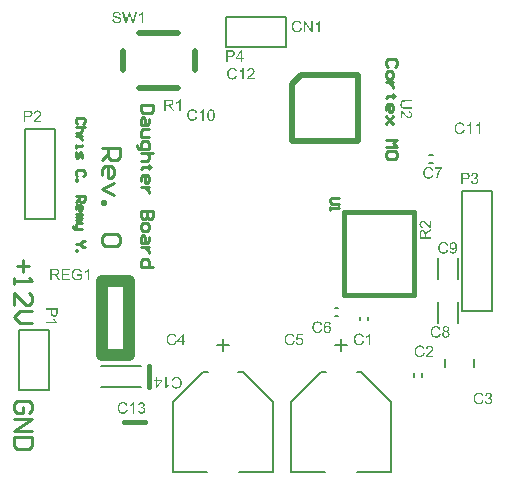
<source format=gto>
G04*
G04 #@! TF.GenerationSoftware,Altium Limited,Altium Designer,20.1.14 (287)*
G04*
G04 Layer_Color=65535*
%FSLAX25Y25*%
%MOIN*%
G70*
G04*
G04 #@! TF.SameCoordinates,7F5ADFAE-F052-4B02-90E5-093173F2D11D*
G04*
G04*
G04 #@! TF.FilePolarity,Positive*
G04*
G01*
G75*
%ADD10C,0.00787*%
%ADD11C,0.01575*%
%ADD12C,0.03937*%
%ADD13C,0.01968*%
%ADD14C,0.01000*%
%ADD15C,0.00984*%
G36*
X-3515Y64401D02*
X-3003D01*
Y63975D01*
X-3515D01*
Y63068D01*
X-3979D01*
Y63975D01*
X-5627D01*
Y64401D01*
X-3897Y66853D01*
X-3515D01*
Y64401D01*
D02*
G37*
G36*
X-7168Y66849D02*
X-7074Y66845D01*
X-6980Y66836D01*
X-6889Y66828D01*
X-6844Y66824D01*
X-6808Y66816D01*
X-6803D01*
X-6795Y66812D01*
X-6779D01*
X-6762Y66808D01*
X-6738Y66799D01*
X-6709Y66795D01*
X-6644Y66775D01*
X-6570Y66750D01*
X-6492Y66717D01*
X-6414Y66681D01*
X-6340Y66636D01*
X-6336D01*
X-6332Y66631D01*
X-6307Y66611D01*
X-6274Y66582D01*
X-6229Y66541D01*
X-6184Y66492D01*
X-6131Y66426D01*
X-6082Y66357D01*
X-6037Y66271D01*
Y66267D01*
X-6033Y66258D01*
X-6024Y66246D01*
X-6016Y66230D01*
X-6008Y66209D01*
X-6000Y66180D01*
X-5975Y66119D01*
X-5955Y66041D01*
X-5934Y65955D01*
X-5922Y65856D01*
X-5918Y65754D01*
Y65750D01*
Y65733D01*
Y65709D01*
X-5922Y65672D01*
X-5926Y65631D01*
X-5934Y65586D01*
X-5942Y65533D01*
X-5955Y65471D01*
X-5971Y65410D01*
X-5992Y65344D01*
X-6016Y65278D01*
X-6049Y65209D01*
X-6082Y65139D01*
X-6123Y65069D01*
X-6172Y65004D01*
X-6225Y64938D01*
X-6229Y64934D01*
X-6242Y64926D01*
X-6258Y64909D01*
X-6287Y64885D01*
X-6320Y64860D01*
X-6365Y64832D01*
X-6418Y64803D01*
X-6480Y64774D01*
X-6553Y64741D01*
X-6631Y64713D01*
X-6725Y64684D01*
X-6824Y64659D01*
X-6939Y64639D01*
X-7062Y64622D01*
X-7193Y64610D01*
X-7340Y64606D01*
X-8308D01*
Y63068D01*
X-8808D01*
Y66853D01*
X-7250D01*
X-7168Y66849D01*
D02*
G37*
G36*
X53098Y49776D02*
X50913D01*
X50908D01*
X50892D01*
X50867D01*
X50831D01*
X50790Y49772D01*
X50744D01*
X50691Y49768D01*
X50638Y49764D01*
X50519Y49755D01*
X50400Y49739D01*
X50285Y49714D01*
X50232Y49702D01*
X50187Y49686D01*
X50183D01*
X50179Y49681D01*
X50166Y49677D01*
X50150Y49669D01*
X50105Y49645D01*
X50056Y49612D01*
X49994Y49571D01*
X49937Y49518D01*
X49879Y49452D01*
X49826Y49374D01*
Y49370D01*
X49822Y49362D01*
X49814Y49349D01*
X49806Y49333D01*
X49797Y49312D01*
X49789Y49284D01*
X49777Y49255D01*
X49765Y49222D01*
X49744Y49140D01*
X49724Y49046D01*
X49707Y48939D01*
X49703Y48825D01*
Y48771D01*
X49707Y48734D01*
X49711Y48689D01*
X49715Y48636D01*
X49724Y48579D01*
X49736Y48517D01*
X49765Y48390D01*
X49785Y48324D01*
X49810Y48259D01*
X49838Y48197D01*
X49871Y48140D01*
X49908Y48087D01*
X49953Y48037D01*
X49957Y48033D01*
X49966Y48025D01*
X49982Y48017D01*
X50002Y48000D01*
X50031Y47984D01*
X50068Y47964D01*
X50113Y47939D01*
X50166Y47918D01*
X50228Y47898D01*
X50298Y47873D01*
X50375Y47853D01*
X50462Y47837D01*
X50560Y47820D01*
X50667Y47808D01*
X50785Y47804D01*
X50913Y47800D01*
X53098D01*
Y47299D01*
X50913D01*
X50904D01*
X50888D01*
X50859D01*
X50818D01*
X50769Y47304D01*
X50716Y47308D01*
X50654Y47312D01*
X50585Y47316D01*
X50441Y47332D01*
X50289Y47353D01*
X50142Y47385D01*
X50072Y47406D01*
X50007Y47431D01*
X50002D01*
X49990Y47435D01*
X49974Y47443D01*
X49949Y47455D01*
X49920Y47472D01*
X49888Y47488D01*
X49814Y47537D01*
X49769Y47566D01*
X49728Y47599D01*
X49679Y47640D01*
X49633Y47681D01*
X49588Y47730D01*
X49543Y47779D01*
X49502Y47837D01*
X49461Y47898D01*
X49457Y47902D01*
X49453Y47914D01*
X49441Y47931D01*
X49428Y47960D01*
X49412Y47992D01*
X49396Y48033D01*
X49375Y48078D01*
X49359Y48136D01*
X49338Y48193D01*
X49318Y48259D01*
X49301Y48333D01*
X49285Y48410D01*
X49273Y48497D01*
X49260Y48587D01*
X49256Y48681D01*
X49252Y48779D01*
Y48833D01*
X49256Y48870D01*
Y48915D01*
X49260Y48964D01*
X49268Y49025D01*
X49277Y49087D01*
X49297Y49226D01*
X49330Y49374D01*
X49375Y49518D01*
X49400Y49587D01*
X49433Y49653D01*
X49437Y49657D01*
X49441Y49669D01*
X49453Y49686D01*
X49465Y49706D01*
X49486Y49735D01*
X49510Y49768D01*
X49535Y49800D01*
X49568Y49837D01*
X49642Y49919D01*
X49732Y49997D01*
X49838Y50071D01*
X49900Y50104D01*
X49961Y50133D01*
X49966D01*
X49978Y50137D01*
X49998Y50145D01*
X50027Y50153D01*
X50060Y50165D01*
X50105Y50178D01*
X50154Y50190D01*
X50212Y50202D01*
X50277Y50219D01*
X50347Y50231D01*
X50425Y50243D01*
X50511Y50251D01*
X50601Y50264D01*
X50699Y50268D01*
X50802Y50276D01*
X50913D01*
X53098D01*
Y49776D01*
D02*
G37*
G36*
X49416Y46713D02*
X49465Y46709D01*
X49519Y46697D01*
X49576Y46684D01*
X49633Y46664D01*
X49637D01*
X49646Y46660D01*
X49658Y46656D01*
X49679Y46648D01*
X49699Y46635D01*
X49728Y46623D01*
X49793Y46590D01*
X49871Y46549D01*
X49957Y46496D01*
X50047Y46434D01*
X50138Y46360D01*
X50142Y46356D01*
X50150Y46352D01*
X50162Y46340D01*
X50183Y46319D01*
X50203Y46299D01*
X50232Y46270D01*
X50265Y46242D01*
X50302Y46205D01*
X50343Y46164D01*
X50384Y46119D01*
X50433Y46069D01*
X50482Y46012D01*
X50535Y45955D01*
X50589Y45889D01*
X50646Y45823D01*
X50708Y45750D01*
X50712Y45741D01*
X50732Y45721D01*
X50757Y45692D01*
X50794Y45651D01*
X50835Y45602D01*
X50884Y45545D01*
X50937Y45479D01*
X50999Y45413D01*
X51126Y45274D01*
X51261Y45139D01*
X51327Y45073D01*
X51392Y45012D01*
X51454Y44958D01*
X51511Y44913D01*
X51515Y44909D01*
X51524Y44905D01*
X51540Y44893D01*
X51560Y44880D01*
X51589Y44860D01*
X51618Y44844D01*
X51692Y44802D01*
X51778Y44761D01*
X51872Y44725D01*
X51970Y44700D01*
X52020Y44696D01*
X52069Y44692D01*
X52073D01*
X52081D01*
X52097D01*
X52114Y44696D01*
X52139D01*
X52167Y44704D01*
X52229Y44716D01*
X52302Y44741D01*
X52380Y44778D01*
X52421Y44798D01*
X52458Y44827D01*
X52495Y44856D01*
X52532Y44893D01*
X52536Y44897D01*
X52540Y44901D01*
X52548Y44913D01*
X52561Y44930D01*
X52577Y44950D01*
X52594Y44975D01*
X52631Y45032D01*
X52663Y45110D01*
X52696Y45196D01*
X52717Y45299D01*
X52725Y45356D01*
Y45446D01*
X52721Y45471D01*
Y45500D01*
X52713Y45532D01*
X52700Y45606D01*
X52676Y45692D01*
X52639Y45782D01*
X52614Y45827D01*
X52589Y45873D01*
X52557Y45914D01*
X52520Y45955D01*
X52516Y45959D01*
X52512Y45963D01*
X52499Y45971D01*
X52483Y45987D01*
X52462Y46000D01*
X52438Y46016D01*
X52409Y46037D01*
X52376Y46053D01*
X52339Y46073D01*
X52298Y46090D01*
X52200Y46123D01*
X52093Y46147D01*
X52032Y46151D01*
X51966Y46156D01*
X52016Y46631D01*
X52024D01*
X52040Y46627D01*
X52065Y46623D01*
X52102Y46619D01*
X52147Y46611D01*
X52200Y46598D01*
X52257Y46586D01*
X52319Y46565D01*
X52380Y46545D01*
X52450Y46520D01*
X52516Y46488D01*
X52581Y46455D01*
X52651Y46414D01*
X52713Y46369D01*
X52774Y46319D01*
X52827Y46262D01*
X52831Y46258D01*
X52840Y46246D01*
X52852Y46229D01*
X52872Y46205D01*
X52893Y46172D01*
X52917Y46131D01*
X52942Y46086D01*
X52971Y46033D01*
X52995Y45975D01*
X53020Y45910D01*
X53045Y45840D01*
X53065Y45762D01*
X53086Y45680D01*
X53098Y45594D01*
X53106Y45500D01*
X53110Y45401D01*
Y45348D01*
X53106Y45311D01*
X53102Y45266D01*
X53094Y45213D01*
X53086Y45151D01*
X53073Y45090D01*
X53057Y45020D01*
X53036Y44950D01*
X53012Y44876D01*
X52983Y44807D01*
X52946Y44733D01*
X52905Y44663D01*
X52860Y44598D01*
X52807Y44536D01*
X52803Y44532D01*
X52794Y44524D01*
X52774Y44507D01*
X52754Y44487D01*
X52725Y44462D01*
X52688Y44434D01*
X52647Y44405D01*
X52598Y44376D01*
X52548Y44347D01*
X52491Y44319D01*
X52430Y44290D01*
X52364Y44265D01*
X52290Y44245D01*
X52216Y44229D01*
X52139Y44220D01*
X52056Y44216D01*
X52052D01*
X52048D01*
X52036D01*
X52020D01*
X51974Y44220D01*
X51917Y44229D01*
X51847Y44241D01*
X51774Y44257D01*
X51692Y44278D01*
X51610Y44311D01*
X51605D01*
X51601Y44315D01*
X51589Y44319D01*
X51573Y44327D01*
X51528Y44352D01*
X51470Y44384D01*
X51401Y44429D01*
X51323Y44483D01*
X51241Y44544D01*
X51150Y44622D01*
X51146Y44626D01*
X51138Y44630D01*
X51126Y44647D01*
X51105Y44663D01*
X51081Y44688D01*
X51052Y44716D01*
X51015Y44749D01*
X50978Y44790D01*
X50933Y44839D01*
X50884Y44893D01*
X50827Y44950D01*
X50769Y45016D01*
X50704Y45085D01*
X50638Y45163D01*
X50564Y45249D01*
X50486Y45340D01*
X50482Y45344D01*
X50470Y45356D01*
X50453Y45381D01*
X50429Y45405D01*
X50400Y45442D01*
X50367Y45479D01*
X50293Y45565D01*
X50216Y45655D01*
X50134Y45741D01*
X50097Y45782D01*
X50064Y45819D01*
X50031Y45852D01*
X50007Y45877D01*
X50002Y45881D01*
X49986Y45897D01*
X49961Y45918D01*
X49929Y45946D01*
X49892Y45979D01*
X49851Y46012D01*
X49760Y46078D01*
Y44212D01*
X49314D01*
Y46717D01*
X49322D01*
X49342D01*
X49375D01*
X49416Y46713D01*
D02*
G37*
G36*
X-45243Y79725D02*
X-45198Y79721D01*
X-45153Y79717D01*
X-45099Y79712D01*
X-44985Y79696D01*
X-44858Y79672D01*
X-44730Y79635D01*
X-44607Y79589D01*
X-44603D01*
X-44595Y79581D01*
X-44575Y79577D01*
X-44554Y79565D01*
X-44530Y79549D01*
X-44497Y79532D01*
X-44427Y79491D01*
X-44345Y79434D01*
X-44263Y79364D01*
X-44185Y79286D01*
X-44115Y79192D01*
X-44111Y79188D01*
X-44107Y79180D01*
X-44099Y79167D01*
X-44087Y79147D01*
X-44074Y79122D01*
X-44058Y79093D01*
X-44046Y79057D01*
X-44025Y79020D01*
X-43992Y78934D01*
X-43964Y78831D01*
X-43939Y78720D01*
X-43927Y78597D01*
X-44407Y78561D01*
Y78565D01*
X-44411Y78577D01*
Y78593D01*
X-44415Y78618D01*
X-44423Y78651D01*
X-44431Y78684D01*
X-44456Y78761D01*
X-44489Y78847D01*
X-44538Y78938D01*
X-44595Y79024D01*
X-44632Y79061D01*
X-44673Y79098D01*
X-44677Y79102D01*
X-44681Y79106D01*
X-44698Y79114D01*
X-44714Y79126D01*
X-44739Y79138D01*
X-44767Y79155D01*
X-44800Y79171D01*
X-44837Y79192D01*
X-44882Y79208D01*
X-44931Y79225D01*
X-44985Y79241D01*
X-45042Y79253D01*
X-45108Y79266D01*
X-45177Y79274D01*
X-45251Y79282D01*
X-45370D01*
X-45403Y79278D01*
X-45440D01*
X-45481Y79274D01*
X-45530Y79270D01*
X-45579Y79261D01*
X-45690Y79241D01*
X-45796Y79212D01*
X-45899Y79171D01*
X-45948Y79143D01*
X-45989Y79114D01*
X-45993D01*
X-45997Y79106D01*
X-46022Y79085D01*
X-46055Y79048D01*
X-46092Y78999D01*
X-46129Y78942D01*
X-46161Y78872D01*
X-46186Y78798D01*
X-46190Y78757D01*
X-46194Y78712D01*
Y78708D01*
Y78704D01*
X-46190Y78679D01*
X-46186Y78642D01*
X-46178Y78597D01*
X-46157Y78544D01*
X-46133Y78487D01*
X-46100Y78433D01*
X-46051Y78380D01*
X-46042Y78376D01*
X-46034Y78368D01*
X-46018Y78355D01*
X-45997Y78343D01*
X-45973Y78331D01*
X-45940Y78314D01*
X-45903Y78294D01*
X-45858Y78273D01*
X-45805Y78253D01*
X-45743Y78232D01*
X-45673Y78208D01*
X-45592Y78183D01*
X-45505Y78159D01*
X-45407Y78130D01*
X-45296Y78105D01*
X-45288D01*
X-45268Y78101D01*
X-45239Y78093D01*
X-45198Y78081D01*
X-45149Y78073D01*
X-45091Y78056D01*
X-45030Y78044D01*
X-44964Y78023D01*
X-44825Y77987D01*
X-44685Y77950D01*
X-44620Y77929D01*
X-44562Y77909D01*
X-44505Y77888D01*
X-44460Y77868D01*
X-44456D01*
X-44444Y77859D01*
X-44427Y77851D01*
X-44407Y77839D01*
X-44378Y77826D01*
X-44345Y77806D01*
X-44275Y77761D01*
X-44193Y77708D01*
X-44115Y77642D01*
X-44038Y77564D01*
X-44005Y77523D01*
X-43972Y77482D01*
Y77478D01*
X-43964Y77470D01*
X-43956Y77458D01*
X-43947Y77441D01*
X-43935Y77421D01*
X-43923Y77392D01*
X-43890Y77326D01*
X-43861Y77249D01*
X-43837Y77158D01*
X-43820Y77056D01*
X-43812Y76945D01*
Y76941D01*
Y76933D01*
Y76916D01*
X-43816Y76896D01*
Y76867D01*
X-43820Y76838D01*
X-43833Y76761D01*
X-43853Y76674D01*
X-43886Y76580D01*
X-43931Y76482D01*
X-43956Y76428D01*
X-43988Y76379D01*
Y76375D01*
X-43997Y76367D01*
X-44005Y76355D01*
X-44021Y76334D01*
X-44058Y76289D01*
X-44115Y76227D01*
X-44185Y76162D01*
X-44271Y76092D01*
X-44370Y76027D01*
X-44484Y75965D01*
X-44489D01*
X-44501Y75957D01*
X-44517Y75953D01*
X-44542Y75941D01*
X-44571Y75932D01*
X-44607Y75920D01*
X-44649Y75904D01*
X-44698Y75891D01*
X-44747Y75879D01*
X-44804Y75863D01*
X-44927Y75842D01*
X-45063Y75826D01*
X-45210Y75818D01*
X-45259D01*
X-45296Y75822D01*
X-45341D01*
X-45391Y75826D01*
X-45448Y75830D01*
X-45514Y75838D01*
X-45649Y75854D01*
X-45792Y75879D01*
X-45936Y75916D01*
X-46075Y75965D01*
X-46079D01*
X-46092Y75973D01*
X-46108Y75982D01*
X-46133Y75994D01*
X-46161Y76010D01*
X-46194Y76027D01*
X-46272Y76076D01*
X-46358Y76137D01*
X-46448Y76215D01*
X-46539Y76305D01*
X-46617Y76412D01*
X-46621Y76416D01*
X-46625Y76424D01*
X-46633Y76441D01*
X-46645Y76465D01*
X-46662Y76494D01*
X-46678Y76527D01*
X-46698Y76568D01*
X-46715Y76613D01*
X-46735Y76658D01*
X-46752Y76711D01*
X-46785Y76830D01*
X-46809Y76957D01*
X-46817Y77027D01*
X-46821Y77097D01*
X-46350Y77138D01*
Y77134D01*
Y77126D01*
X-46346Y77109D01*
X-46342Y77088D01*
X-46338Y77064D01*
X-46334Y77039D01*
X-46317Y76970D01*
X-46297Y76896D01*
X-46272Y76818D01*
X-46239Y76740D01*
X-46198Y76666D01*
X-46194Y76658D01*
X-46174Y76638D01*
X-46145Y76605D01*
X-46104Y76564D01*
X-46051Y76515D01*
X-45985Y76469D01*
X-45907Y76420D01*
X-45817Y76375D01*
X-45813D01*
X-45805Y76371D01*
X-45792Y76367D01*
X-45772Y76359D01*
X-45747Y76350D01*
X-45719Y76338D01*
X-45686Y76330D01*
X-45649Y76322D01*
X-45563Y76301D01*
X-45460Y76281D01*
X-45354Y76269D01*
X-45235Y76264D01*
X-45186D01*
X-45161Y76269D01*
X-45132D01*
X-45067Y76277D01*
X-44989Y76285D01*
X-44903Y76297D01*
X-44817Y76318D01*
X-44735Y76346D01*
X-44730D01*
X-44726Y76350D01*
X-44714Y76355D01*
X-44698Y76363D01*
X-44661Y76383D01*
X-44612Y76408D01*
X-44558Y76441D01*
X-44501Y76482D01*
X-44452Y76527D01*
X-44407Y76580D01*
X-44403Y76588D01*
X-44390Y76605D01*
X-44370Y76638D01*
X-44349Y76679D01*
X-44333Y76728D01*
X-44312Y76781D01*
X-44300Y76843D01*
X-44296Y76904D01*
Y76908D01*
Y76912D01*
Y76933D01*
X-44300Y76970D01*
X-44308Y77011D01*
X-44320Y77060D01*
X-44341Y77113D01*
X-44366Y77166D01*
X-44403Y77216D01*
X-44407Y77220D01*
X-44423Y77236D01*
X-44448Y77261D01*
X-44484Y77294D01*
X-44530Y77326D01*
X-44591Y77363D01*
X-44661Y77400D01*
X-44743Y77437D01*
X-44751Y77441D01*
X-44759Y77445D01*
X-44776Y77449D01*
X-44792Y77453D01*
X-44817Y77462D01*
X-44849Y77474D01*
X-44882Y77482D01*
X-44927Y77494D01*
X-44972Y77511D01*
X-45030Y77523D01*
X-45091Y77539D01*
X-45161Y77560D01*
X-45235Y77576D01*
X-45321Y77601D01*
X-45415Y77622D01*
X-45419D01*
X-45436Y77626D01*
X-45464Y77634D01*
X-45497Y77642D01*
X-45542Y77654D01*
X-45592Y77667D01*
X-45641Y77683D01*
X-45698Y77700D01*
X-45821Y77736D01*
X-45940Y77777D01*
X-45997Y77798D01*
X-46051Y77818D01*
X-46100Y77839D01*
X-46141Y77859D01*
X-46145D01*
X-46153Y77868D01*
X-46165Y77876D01*
X-46186Y77884D01*
X-46235Y77913D01*
X-46293Y77954D01*
X-46362Y78007D01*
X-46428Y78064D01*
X-46494Y78134D01*
X-46547Y78208D01*
Y78212D01*
X-46551Y78216D01*
X-46559Y78228D01*
X-46567Y78245D01*
X-46588Y78290D01*
X-46612Y78347D01*
X-46637Y78417D01*
X-46657Y78499D01*
X-46674Y78589D01*
X-46678Y78684D01*
Y78688D01*
Y78696D01*
Y78712D01*
X-46674Y78733D01*
Y78757D01*
X-46670Y78786D01*
X-46657Y78860D01*
X-46637Y78942D01*
X-46612Y79028D01*
X-46571Y79122D01*
X-46518Y79216D01*
Y79221D01*
X-46510Y79229D01*
X-46502Y79241D01*
X-46489Y79257D01*
X-46448Y79303D01*
X-46395Y79360D01*
X-46330Y79422D01*
X-46248Y79483D01*
X-46153Y79544D01*
X-46042Y79598D01*
X-46038D01*
X-46030Y79602D01*
X-46010Y79610D01*
X-45989Y79618D01*
X-45961Y79626D01*
X-45924Y79639D01*
X-45883Y79651D01*
X-45838Y79663D01*
X-45788Y79676D01*
X-45735Y79688D01*
X-45620Y79708D01*
X-45489Y79725D01*
X-45350Y79729D01*
X-45280D01*
X-45243Y79725D01*
D02*
G37*
G36*
X-39642Y75879D02*
X-40130D01*
X-40922Y78761D01*
Y78765D01*
X-40926Y78778D01*
X-40930Y78794D01*
X-40938Y78819D01*
X-40946Y78847D01*
X-40954Y78880D01*
X-40975Y78954D01*
X-40995Y79028D01*
X-41016Y79102D01*
X-41024Y79135D01*
X-41032Y79163D01*
X-41041Y79188D01*
X-41045Y79204D01*
Y79200D01*
X-41049Y79192D01*
Y79180D01*
X-41057Y79159D01*
X-41061Y79138D01*
X-41065Y79110D01*
X-41082Y79052D01*
X-41098Y78983D01*
X-41118Y78905D01*
X-41139Y78831D01*
X-41159Y78761D01*
X-41955Y75879D01*
X-42476D01*
X-43472Y79663D01*
X-42955D01*
X-42385Y77179D01*
Y77175D01*
X-42381Y77162D01*
X-42377Y77142D01*
X-42369Y77113D01*
X-42361Y77076D01*
X-42353Y77035D01*
X-42340Y76990D01*
X-42328Y76937D01*
X-42316Y76879D01*
X-42303Y76818D01*
X-42279Y76691D01*
X-42250Y76551D01*
X-42225Y76408D01*
Y76416D01*
X-42217Y76433D01*
X-42213Y76465D01*
X-42201Y76502D01*
X-42193Y76551D01*
X-42180Y76605D01*
X-42164Y76662D01*
X-42152Y76720D01*
X-42119Y76843D01*
X-42107Y76900D01*
X-42090Y76957D01*
X-42078Y77007D01*
X-42070Y77048D01*
X-42061Y77080D01*
X-42053Y77105D01*
X-41332Y79663D01*
X-40729D01*
X-40192Y77745D01*
X-40188Y77736D01*
X-40184Y77712D01*
X-40171Y77675D01*
X-40159Y77622D01*
X-40143Y77560D01*
X-40122Y77486D01*
X-40102Y77404D01*
X-40077Y77310D01*
X-40052Y77211D01*
X-40028Y77105D01*
X-40003Y76994D01*
X-39979Y76879D01*
X-39933Y76646D01*
X-39893Y76408D01*
Y76412D01*
X-39888Y76424D01*
X-39884Y76445D01*
X-39880Y76469D01*
X-39872Y76506D01*
X-39864Y76547D01*
X-39851Y76592D01*
X-39839Y76646D01*
X-39827Y76703D01*
X-39815Y76765D01*
X-39798Y76834D01*
X-39782Y76904D01*
X-39745Y77060D01*
X-39704Y77228D01*
X-39109Y79663D01*
X-38605D01*
X-39642Y75879D01*
D02*
G37*
G36*
X-36580D02*
X-37043D01*
Y78835D01*
X-37051Y78827D01*
X-37072Y78806D01*
X-37109Y78778D01*
X-37162Y78737D01*
X-37223Y78688D01*
X-37301Y78634D01*
X-37387Y78577D01*
X-37486Y78515D01*
X-37490D01*
X-37498Y78507D01*
X-37510Y78499D01*
X-37531Y78491D01*
X-37556Y78474D01*
X-37584Y78462D01*
X-37650Y78425D01*
X-37724Y78388D01*
X-37806Y78347D01*
X-37892Y78310D01*
X-37974Y78277D01*
Y78724D01*
X-37970Y78728D01*
X-37957Y78733D01*
X-37937Y78745D01*
X-37908Y78757D01*
X-37875Y78774D01*
X-37834Y78798D01*
X-37789Y78823D01*
X-37744Y78847D01*
X-37637Y78913D01*
X-37523Y78991D01*
X-37404Y79073D01*
X-37293Y79167D01*
X-37289Y79171D01*
X-37281Y79180D01*
X-37264Y79192D01*
X-37244Y79212D01*
X-37223Y79237D01*
X-37195Y79261D01*
X-37133Y79331D01*
X-37064Y79405D01*
X-36994Y79491D01*
X-36932Y79581D01*
X-36879Y79676D01*
X-36580D01*
Y75879D01*
D02*
G37*
G36*
X-58320Y-5922D02*
X-58279Y-5926D01*
X-58234Y-5931D01*
X-58180Y-5935D01*
X-58065Y-5951D01*
X-57938Y-5976D01*
X-57811Y-6008D01*
X-57684Y-6054D01*
X-57680D01*
X-57668Y-6058D01*
X-57651Y-6066D01*
X-57631Y-6078D01*
X-57602Y-6090D01*
X-57569Y-6107D01*
X-57496Y-6148D01*
X-57410Y-6201D01*
X-57323Y-6263D01*
X-57241Y-6336D01*
X-57164Y-6423D01*
X-57159Y-6427D01*
X-57155Y-6435D01*
X-57147Y-6447D01*
X-57131Y-6464D01*
X-57118Y-6488D01*
X-57098Y-6517D01*
X-57077Y-6550D01*
X-57057Y-6591D01*
X-57032Y-6632D01*
X-57012Y-6677D01*
X-56987Y-6730D01*
X-56963Y-6783D01*
X-56918Y-6906D01*
X-56876Y-7042D01*
X-57332Y-7165D01*
Y-7161D01*
X-57336Y-7152D01*
X-57340Y-7136D01*
X-57348Y-7115D01*
X-57356Y-7095D01*
X-57364Y-7066D01*
X-57389Y-7001D01*
X-57422Y-6927D01*
X-57459Y-6853D01*
X-57500Y-6779D01*
X-57545Y-6714D01*
X-57549Y-6706D01*
X-57569Y-6685D01*
X-57598Y-6656D01*
X-57635Y-6615D01*
X-57688Y-6574D01*
X-57750Y-6529D01*
X-57824Y-6488D01*
X-57906Y-6447D01*
X-57910D01*
X-57918Y-6443D01*
X-57930Y-6439D01*
X-57947Y-6431D01*
X-57967Y-6423D01*
X-57996Y-6414D01*
X-58057Y-6394D01*
X-58135Y-6378D01*
X-58221Y-6361D01*
X-58320Y-6349D01*
X-58422Y-6345D01*
X-58480D01*
X-58508Y-6349D01*
X-58545D01*
X-58582Y-6353D01*
X-58627Y-6357D01*
X-58717Y-6369D01*
X-58820Y-6390D01*
X-58918Y-6414D01*
X-59017Y-6451D01*
X-59021D01*
X-59029Y-6455D01*
X-59041Y-6464D01*
X-59058Y-6472D01*
X-59103Y-6492D01*
X-59160Y-6525D01*
X-59226Y-6566D01*
X-59291Y-6615D01*
X-59361Y-6669D01*
X-59423Y-6730D01*
X-59431Y-6738D01*
X-59447Y-6759D01*
X-59476Y-6796D01*
X-59509Y-6841D01*
X-59546Y-6894D01*
X-59587Y-6960D01*
X-59623Y-7029D01*
X-59656Y-7103D01*
Y-7107D01*
X-59660Y-7120D01*
X-59669Y-7136D01*
X-59677Y-7165D01*
X-59689Y-7198D01*
X-59701Y-7234D01*
X-59714Y-7280D01*
X-59726Y-7329D01*
X-59742Y-7382D01*
X-59755Y-7444D01*
X-59775Y-7571D01*
X-59792Y-7714D01*
X-59800Y-7866D01*
Y-7870D01*
Y-7886D01*
Y-7915D01*
X-59796Y-7948D01*
Y-7993D01*
X-59792Y-8042D01*
X-59783Y-8100D01*
X-59779Y-8161D01*
X-59759Y-8296D01*
X-59726Y-8436D01*
X-59685Y-8579D01*
X-59628Y-8715D01*
X-59623Y-8719D01*
X-59619Y-8731D01*
X-59611Y-8747D01*
X-59595Y-8772D01*
X-59578Y-8796D01*
X-59554Y-8829D01*
X-59500Y-8903D01*
X-59427Y-8985D01*
X-59341Y-9071D01*
X-59242Y-9149D01*
X-59185Y-9186D01*
X-59123Y-9219D01*
X-59119D01*
X-59107Y-9227D01*
X-59091Y-9235D01*
X-59066Y-9243D01*
X-59033Y-9256D01*
X-58996Y-9272D01*
X-58955Y-9284D01*
X-58910Y-9301D01*
X-58861Y-9317D01*
X-58803Y-9330D01*
X-58685Y-9358D01*
X-58553Y-9375D01*
X-58414Y-9383D01*
X-58381D01*
X-58357Y-9379D01*
X-58328D01*
X-58295Y-9375D01*
X-58258Y-9370D01*
X-58213Y-9366D01*
X-58119Y-9354D01*
X-58012Y-9330D01*
X-57897Y-9301D01*
X-57783Y-9260D01*
X-57779D01*
X-57770Y-9256D01*
X-57754Y-9247D01*
X-57729Y-9239D01*
X-57705Y-9227D01*
X-57676Y-9211D01*
X-57606Y-9178D01*
X-57528Y-9137D01*
X-57450Y-9092D01*
X-57377Y-9047D01*
X-57311Y-8993D01*
Y-8284D01*
X-58422D01*
Y-7837D01*
X-56819D01*
Y-9243D01*
X-56823Y-9247D01*
X-56836Y-9256D01*
X-56856Y-9272D01*
X-56885Y-9293D01*
X-56918Y-9317D01*
X-56959Y-9342D01*
X-57004Y-9375D01*
X-57053Y-9407D01*
X-57106Y-9440D01*
X-57168Y-9477D01*
X-57295Y-9551D01*
X-57434Y-9621D01*
X-57582Y-9682D01*
X-57586D01*
X-57598Y-9690D01*
X-57619Y-9694D01*
X-57651Y-9707D01*
X-57684Y-9715D01*
X-57729Y-9727D01*
X-57774Y-9744D01*
X-57828Y-9756D01*
X-57889Y-9768D01*
X-57951Y-9785D01*
X-58086Y-9805D01*
X-58234Y-9821D01*
X-58385Y-9830D01*
X-58439D01*
X-58480Y-9826D01*
X-58529Y-9821D01*
X-58586Y-9817D01*
X-58652Y-9809D01*
X-58722Y-9801D01*
X-58795Y-9789D01*
X-58877Y-9772D01*
X-58959Y-9752D01*
X-59049Y-9727D01*
X-59136Y-9703D01*
X-59222Y-9670D01*
X-59312Y-9633D01*
X-59398Y-9592D01*
X-59402Y-9588D01*
X-59418Y-9580D01*
X-59443Y-9567D01*
X-59472Y-9547D01*
X-59509Y-9522D01*
X-59554Y-9493D01*
X-59603Y-9457D01*
X-59656Y-9416D01*
X-59710Y-9370D01*
X-59767Y-9317D01*
X-59824Y-9264D01*
X-59882Y-9202D01*
X-59935Y-9133D01*
X-59988Y-9063D01*
X-60042Y-8985D01*
X-60087Y-8903D01*
X-60091Y-8899D01*
X-60095Y-8883D01*
X-60107Y-8858D01*
X-60124Y-8825D01*
X-60140Y-8780D01*
X-60161Y-8731D01*
X-60181Y-8674D01*
X-60202Y-8608D01*
X-60222Y-8538D01*
X-60243Y-8460D01*
X-60263Y-8374D01*
X-60280Y-8288D01*
X-60296Y-8194D01*
X-60308Y-8100D01*
X-60312Y-7997D01*
X-60316Y-7895D01*
Y-7886D01*
Y-7870D01*
Y-7841D01*
X-60312Y-7800D01*
X-60308Y-7751D01*
X-60304Y-7694D01*
X-60296Y-7628D01*
X-60288Y-7558D01*
X-60275Y-7480D01*
X-60259Y-7398D01*
X-60218Y-7226D01*
X-60193Y-7136D01*
X-60161Y-7046D01*
X-60128Y-6956D01*
X-60087Y-6865D01*
X-60083Y-6861D01*
X-60075Y-6845D01*
X-60062Y-6820D01*
X-60046Y-6787D01*
X-60021Y-6746D01*
X-59992Y-6701D01*
X-59956Y-6652D01*
X-59919Y-6595D01*
X-59874Y-6537D01*
X-59824Y-6480D01*
X-59771Y-6423D01*
X-59710Y-6361D01*
X-59648Y-6304D01*
X-59578Y-6250D01*
X-59505Y-6197D01*
X-59427Y-6152D01*
X-59423Y-6148D01*
X-59406Y-6144D01*
X-59382Y-6132D01*
X-59349Y-6115D01*
X-59308Y-6099D01*
X-59259Y-6078D01*
X-59201Y-6058D01*
X-59140Y-6033D01*
X-59070Y-6013D01*
X-58992Y-5992D01*
X-58910Y-5972D01*
X-58820Y-5955D01*
X-58730Y-5939D01*
X-58631Y-5926D01*
X-58529Y-5922D01*
X-58426Y-5918D01*
X-58357D01*
X-58320Y-5922D01*
D02*
G37*
G36*
X-54519Y-9768D02*
X-54982D01*
Y-6812D01*
X-54991Y-6820D01*
X-55011Y-6841D01*
X-55048Y-6870D01*
X-55101Y-6910D01*
X-55163Y-6960D01*
X-55241Y-7013D01*
X-55327Y-7070D01*
X-55425Y-7132D01*
X-55429D01*
X-55437Y-7140D01*
X-55450Y-7148D01*
X-55470Y-7157D01*
X-55495Y-7173D01*
X-55524Y-7185D01*
X-55589Y-7222D01*
X-55663Y-7259D01*
X-55745Y-7300D01*
X-55831Y-7337D01*
X-55913Y-7370D01*
Y-6923D01*
X-55909Y-6919D01*
X-55897Y-6915D01*
X-55876Y-6902D01*
X-55847Y-6890D01*
X-55815Y-6874D01*
X-55774Y-6849D01*
X-55729Y-6824D01*
X-55683Y-6800D01*
X-55577Y-6734D01*
X-55462Y-6656D01*
X-55343Y-6574D01*
X-55232Y-6480D01*
X-55228Y-6476D01*
X-55220Y-6468D01*
X-55204Y-6455D01*
X-55183Y-6435D01*
X-55163Y-6410D01*
X-55134Y-6386D01*
X-55072Y-6316D01*
X-55003Y-6242D01*
X-54933Y-6156D01*
X-54872Y-6066D01*
X-54818Y-5972D01*
X-54519D01*
Y-9768D01*
D02*
G37*
G36*
X-60968Y-6431D02*
X-63207D01*
Y-7587D01*
X-61112D01*
Y-8034D01*
X-63207D01*
Y-9321D01*
X-60882D01*
Y-9768D01*
X-63707D01*
Y-5984D01*
X-60968D01*
Y-6431D01*
D02*
G37*
G36*
X-65724Y-5988D02*
X-65679D01*
X-65626Y-5992D01*
X-65564Y-5996D01*
X-65441Y-6008D01*
X-65314Y-6029D01*
X-65191Y-6054D01*
X-65138Y-6070D01*
X-65085Y-6086D01*
X-65081D01*
X-65072Y-6090D01*
X-65060Y-6099D01*
X-65040Y-6107D01*
X-64990Y-6132D01*
X-64933Y-6168D01*
X-64863Y-6218D01*
X-64794Y-6283D01*
X-64724Y-6357D01*
X-64662Y-6447D01*
Y-6451D01*
X-64654Y-6459D01*
X-64646Y-6472D01*
X-64638Y-6492D01*
X-64626Y-6517D01*
X-64613Y-6546D01*
X-64597Y-6578D01*
X-64580Y-6615D01*
X-64552Y-6701D01*
X-64527Y-6796D01*
X-64511Y-6902D01*
X-64503Y-7017D01*
Y-7021D01*
Y-7034D01*
Y-7058D01*
X-64507Y-7083D01*
X-64511Y-7120D01*
X-64515Y-7161D01*
X-64523Y-7206D01*
X-64535Y-7255D01*
X-64568Y-7361D01*
X-64589Y-7419D01*
X-64613Y-7476D01*
X-64642Y-7534D01*
X-64679Y-7591D01*
X-64720Y-7644D01*
X-64765Y-7698D01*
X-64769Y-7702D01*
X-64777Y-7710D01*
X-64794Y-7722D01*
X-64814Y-7743D01*
X-64843Y-7763D01*
X-64876Y-7788D01*
X-64917Y-7817D01*
X-64966Y-7845D01*
X-65019Y-7874D01*
X-65077Y-7903D01*
X-65142Y-7931D01*
X-65216Y-7960D01*
X-65294Y-7985D01*
X-65380Y-8009D01*
X-65474Y-8030D01*
X-65573Y-8046D01*
X-65569D01*
X-65564Y-8050D01*
X-65540Y-8063D01*
X-65503Y-8083D01*
X-65458Y-8108D01*
X-65409Y-8136D01*
X-65359Y-8165D01*
X-65310Y-8202D01*
X-65269Y-8235D01*
X-65265Y-8239D01*
X-65261Y-8243D01*
X-65249Y-8255D01*
X-65232Y-8272D01*
X-65212Y-8292D01*
X-65187Y-8317D01*
X-65134Y-8374D01*
X-65072Y-8448D01*
X-65003Y-8534D01*
X-64929Y-8632D01*
X-64855Y-8739D01*
X-64199Y-9768D01*
X-64826D01*
X-65327Y-8981D01*
X-65331Y-8977D01*
X-65335Y-8965D01*
X-65347Y-8948D01*
X-65364Y-8924D01*
X-65380Y-8895D01*
X-65404Y-8862D01*
X-65454Y-8788D01*
X-65511Y-8702D01*
X-65569Y-8616D01*
X-65630Y-8534D01*
X-65687Y-8460D01*
Y-8456D01*
X-65696Y-8452D01*
X-65712Y-8432D01*
X-65737Y-8399D01*
X-65773Y-8362D01*
X-65810Y-8321D01*
X-65855Y-8280D01*
X-65901Y-8239D01*
X-65942Y-8210D01*
X-65946Y-8206D01*
X-65962Y-8198D01*
X-65983Y-8186D01*
X-66011Y-8169D01*
X-66048Y-8153D01*
X-66085Y-8136D01*
X-66126Y-8120D01*
X-66171Y-8108D01*
X-66175D01*
X-66188Y-8104D01*
X-66208Y-8100D01*
X-66237Y-8095D01*
X-66278D01*
X-66327Y-8091D01*
X-66384Y-8087D01*
X-67028D01*
Y-9768D01*
X-67528D01*
Y-5984D01*
X-65769D01*
X-65724Y-5988D01*
D02*
G37*
G36*
X59398Y7527D02*
X59390D01*
X59370D01*
X59337D01*
X59296Y7531D01*
X59247Y7535D01*
X59193Y7547D01*
X59136Y7560D01*
X59079Y7580D01*
X59074D01*
X59066Y7584D01*
X59054Y7588D01*
X59033Y7597D01*
X59013Y7609D01*
X58984Y7621D01*
X58919Y7654D01*
X58841Y7695D01*
X58755Y7748D01*
X58664Y7810D01*
X58574Y7884D01*
X58570Y7888D01*
X58562Y7892D01*
X58550Y7904D01*
X58529Y7925D01*
X58509Y7945D01*
X58480Y7974D01*
X58447Y8003D01*
X58410Y8039D01*
X58369Y8080D01*
X58328Y8125D01*
X58279Y8175D01*
X58230Y8232D01*
X58176Y8290D01*
X58123Y8355D01*
X58066Y8421D01*
X58004Y8495D01*
X58000Y8503D01*
X57980Y8523D01*
X57955Y8552D01*
X57918Y8593D01*
X57877Y8642D01*
X57828Y8699D01*
X57775Y8765D01*
X57713Y8831D01*
X57586Y8970D01*
X57451Y9105D01*
X57385Y9171D01*
X57320Y9233D01*
X57258Y9286D01*
X57201Y9331D01*
X57197Y9335D01*
X57188Y9339D01*
X57172Y9351D01*
X57152Y9364D01*
X57123Y9384D01*
X57094Y9401D01*
X57020Y9442D01*
X56934Y9483D01*
X56840Y9520D01*
X56741Y9544D01*
X56692Y9548D01*
X56643Y9552D01*
X56639D01*
X56631D01*
X56614D01*
X56598Y9548D01*
X56573D01*
X56545Y9540D01*
X56483Y9528D01*
X56409Y9503D01*
X56331Y9466D01*
X56291Y9446D01*
X56254Y9417D01*
X56217Y9388D01*
X56180Y9351D01*
X56176Y9347D01*
X56172Y9343D01*
X56163Y9331D01*
X56151Y9314D01*
X56135Y9294D01*
X56118Y9269D01*
X56081Y9212D01*
X56049Y9134D01*
X56016Y9048D01*
X55995Y8946D01*
X55987Y8888D01*
Y8798D01*
X55991Y8773D01*
Y8745D01*
X55999Y8712D01*
X56012Y8638D01*
X56036Y8552D01*
X56073Y8462D01*
X56098Y8417D01*
X56122Y8371D01*
X56155Y8331D01*
X56192Y8290D01*
X56196Y8285D01*
X56200Y8281D01*
X56213Y8273D01*
X56229Y8257D01*
X56249Y8244D01*
X56274Y8228D01*
X56303Y8207D01*
X56336Y8191D01*
X56372Y8171D01*
X56414Y8154D01*
X56512Y8121D01*
X56618Y8097D01*
X56680Y8093D01*
X56746Y8089D01*
X56696Y7613D01*
X56688D01*
X56672Y7617D01*
X56647Y7621D01*
X56610Y7625D01*
X56565Y7633D01*
X56512Y7646D01*
X56454Y7658D01*
X56393Y7679D01*
X56331Y7699D01*
X56262Y7724D01*
X56196Y7756D01*
X56131Y7789D01*
X56061Y7830D01*
X55999Y7875D01*
X55938Y7925D01*
X55885Y7982D01*
X55880Y7986D01*
X55872Y7998D01*
X55860Y8015D01*
X55840Y8039D01*
X55819Y8072D01*
X55794Y8113D01*
X55770Y8158D01*
X55741Y8212D01*
X55717Y8269D01*
X55692Y8335D01*
X55667Y8404D01*
X55647Y8482D01*
X55626Y8564D01*
X55614Y8650D01*
X55606Y8745D01*
X55602Y8843D01*
Y8896D01*
X55606Y8933D01*
X55610Y8978D01*
X55618Y9032D01*
X55626Y9093D01*
X55639Y9155D01*
X55655Y9224D01*
X55676Y9294D01*
X55700Y9368D01*
X55729Y9437D01*
X55766Y9511D01*
X55807Y9581D01*
X55852Y9647D01*
X55905Y9708D01*
X55909Y9712D01*
X55917Y9720D01*
X55938Y9737D01*
X55958Y9757D01*
X55987Y9782D01*
X56024Y9811D01*
X56065Y9839D01*
X56114Y9868D01*
X56163Y9897D01*
X56221Y9925D01*
X56282Y9954D01*
X56348Y9979D01*
X56422Y9999D01*
X56495Y10016D01*
X56573Y10024D01*
X56655Y10028D01*
X56660D01*
X56664D01*
X56676D01*
X56692D01*
X56737Y10024D01*
X56795Y10016D01*
X56865Y10003D01*
X56938Y9987D01*
X57020Y9966D01*
X57102Y9934D01*
X57106D01*
X57111Y9929D01*
X57123Y9925D01*
X57139Y9917D01*
X57184Y9893D01*
X57242Y9860D01*
X57311Y9815D01*
X57389Y9761D01*
X57471Y9700D01*
X57561Y9622D01*
X57566Y9618D01*
X57574Y9614D01*
X57586Y9597D01*
X57607Y9581D01*
X57631Y9556D01*
X57660Y9528D01*
X57697Y9495D01*
X57734Y9454D01*
X57779Y9405D01*
X57828Y9351D01*
X57885Y9294D01*
X57943Y9228D01*
X58008Y9159D01*
X58074Y9081D01*
X58148Y8995D01*
X58226Y8905D01*
X58230Y8900D01*
X58242Y8888D01*
X58258Y8863D01*
X58283Y8839D01*
X58312Y8802D01*
X58345Y8765D01*
X58418Y8679D01*
X58496Y8589D01*
X58578Y8503D01*
X58615Y8462D01*
X58648Y8425D01*
X58681Y8392D01*
X58705Y8367D01*
X58710Y8363D01*
X58726Y8347D01*
X58750Y8326D01*
X58783Y8298D01*
X58820Y8265D01*
X58861Y8232D01*
X58951Y8167D01*
Y10032D01*
X59398D01*
Y7527D01*
D02*
G37*
G36*
Y6670D02*
X58611Y6170D01*
X58607Y6166D01*
X58595Y6162D01*
X58578Y6149D01*
X58554Y6133D01*
X58525Y6117D01*
X58492Y6092D01*
X58418Y6043D01*
X58332Y5985D01*
X58246Y5928D01*
X58164Y5866D01*
X58090Y5809D01*
X58086D01*
X58082Y5801D01*
X58062Y5784D01*
X58029Y5760D01*
X57992Y5723D01*
X57951Y5686D01*
X57910Y5641D01*
X57869Y5596D01*
X57840Y5555D01*
X57836Y5551D01*
X57828Y5534D01*
X57816Y5514D01*
X57799Y5485D01*
X57783Y5448D01*
X57766Y5411D01*
X57750Y5370D01*
X57738Y5325D01*
Y5321D01*
X57734Y5309D01*
X57730Y5288D01*
X57726Y5260D01*
Y5219D01*
X57721Y5169D01*
X57717Y5112D01*
Y4468D01*
X59398D01*
Y3968D01*
X55614D01*
Y5727D01*
X55618Y5772D01*
Y5817D01*
X55622Y5870D01*
X55626Y5932D01*
X55639Y6055D01*
X55659Y6182D01*
X55684Y6305D01*
X55700Y6358D01*
X55717Y6412D01*
Y6416D01*
X55721Y6424D01*
X55729Y6436D01*
X55737Y6457D01*
X55762Y6506D01*
X55799Y6563D01*
X55848Y6633D01*
X55913Y6703D01*
X55987Y6773D01*
X56077Y6834D01*
X56081D01*
X56090Y6842D01*
X56102Y6850D01*
X56122Y6859D01*
X56147Y6871D01*
X56176Y6883D01*
X56208Y6900D01*
X56245Y6916D01*
X56331Y6945D01*
X56426Y6969D01*
X56532Y6986D01*
X56647Y6994D01*
X56651D01*
X56664D01*
X56688D01*
X56713Y6990D01*
X56750Y6986D01*
X56791Y6982D01*
X56836Y6973D01*
X56885Y6961D01*
X56992Y6928D01*
X57049Y6908D01*
X57106Y6883D01*
X57164Y6854D01*
X57221Y6818D01*
X57275Y6777D01*
X57328Y6731D01*
X57332Y6727D01*
X57340Y6719D01*
X57352Y6703D01*
X57373Y6682D01*
X57393Y6654D01*
X57418Y6621D01*
X57447Y6580D01*
X57475Y6531D01*
X57504Y6477D01*
X57533Y6420D01*
X57561Y6354D01*
X57590Y6280D01*
X57615Y6203D01*
X57639Y6117D01*
X57660Y6022D01*
X57676Y5924D01*
Y5928D01*
X57680Y5932D01*
X57693Y5957D01*
X57713Y5993D01*
X57738Y6039D01*
X57766Y6088D01*
X57795Y6137D01*
X57832Y6186D01*
X57865Y6227D01*
X57869Y6231D01*
X57873Y6235D01*
X57885Y6248D01*
X57902Y6264D01*
X57922Y6285D01*
X57947Y6309D01*
X58004Y6363D01*
X58078Y6424D01*
X58164Y6494D01*
X58263Y6567D01*
X58369Y6641D01*
X59398Y7297D01*
Y6670D01*
D02*
G37*
G36*
X-24048Y46652D02*
X-24511D01*
Y49608D01*
X-24519Y49600D01*
X-24540Y49579D01*
X-24577Y49551D01*
X-24630Y49510D01*
X-24692Y49461D01*
X-24769Y49407D01*
X-24856Y49350D01*
X-24954Y49288D01*
X-24958D01*
X-24966Y49280D01*
X-24979Y49272D01*
X-24999Y49264D01*
X-25024Y49247D01*
X-25052Y49235D01*
X-25118Y49198D01*
X-25192Y49161D01*
X-25274Y49120D01*
X-25360Y49083D01*
X-25442Y49051D01*
Y49497D01*
X-25438Y49501D01*
X-25425Y49506D01*
X-25405Y49518D01*
X-25376Y49530D01*
X-25343Y49547D01*
X-25302Y49571D01*
X-25257Y49596D01*
X-25212Y49620D01*
X-25106Y49686D01*
X-24991Y49764D01*
X-24872Y49846D01*
X-24761Y49940D01*
X-24757Y49944D01*
X-24749Y49953D01*
X-24733Y49965D01*
X-24712Y49985D01*
X-24692Y50010D01*
X-24663Y50034D01*
X-24601Y50104D01*
X-24532Y50178D01*
X-24462Y50264D01*
X-24400Y50354D01*
X-24347Y50449D01*
X-24048D01*
Y46652D01*
D02*
G37*
G36*
X-27615Y50432D02*
X-27570D01*
X-27516Y50428D01*
X-27455Y50424D01*
X-27332Y50412D01*
X-27205Y50391D01*
X-27082Y50367D01*
X-27029Y50350D01*
X-26975Y50334D01*
X-26971D01*
X-26963Y50330D01*
X-26951Y50322D01*
X-26930Y50313D01*
X-26881Y50289D01*
X-26824Y50252D01*
X-26754Y50203D01*
X-26684Y50137D01*
X-26614Y50063D01*
X-26553Y49973D01*
Y49969D01*
X-26545Y49961D01*
X-26537Y49948D01*
X-26528Y49928D01*
X-26516Y49903D01*
X-26504Y49875D01*
X-26487Y49842D01*
X-26471Y49805D01*
X-26442Y49719D01*
X-26418Y49624D01*
X-26401Y49518D01*
X-26393Y49403D01*
Y49399D01*
Y49387D01*
Y49362D01*
X-26397Y49338D01*
X-26401Y49301D01*
X-26405Y49260D01*
X-26414Y49215D01*
X-26426Y49165D01*
X-26459Y49059D01*
X-26479Y49001D01*
X-26504Y48944D01*
X-26533Y48886D01*
X-26569Y48829D01*
X-26610Y48776D01*
X-26656Y48722D01*
X-26660Y48718D01*
X-26668Y48710D01*
X-26684Y48698D01*
X-26705Y48677D01*
X-26733Y48657D01*
X-26766Y48632D01*
X-26807Y48604D01*
X-26856Y48575D01*
X-26910Y48546D01*
X-26967Y48518D01*
X-27033Y48489D01*
X-27106Y48460D01*
X-27184Y48436D01*
X-27270Y48411D01*
X-27365Y48390D01*
X-27463Y48374D01*
X-27459D01*
X-27455Y48370D01*
X-27430Y48358D01*
X-27393Y48337D01*
X-27348Y48313D01*
X-27299Y48284D01*
X-27250Y48255D01*
X-27201Y48218D01*
X-27160Y48185D01*
X-27156Y48181D01*
X-27152Y48177D01*
X-27139Y48165D01*
X-27123Y48149D01*
X-27102Y48128D01*
X-27078Y48103D01*
X-27024Y48046D01*
X-26963Y47972D01*
X-26893Y47886D01*
X-26820Y47788D01*
X-26746Y47681D01*
X-26090Y46652D01*
X-26717D01*
X-27217Y47439D01*
X-27221Y47443D01*
X-27225Y47456D01*
X-27238Y47472D01*
X-27254Y47497D01*
X-27270Y47525D01*
X-27295Y47558D01*
X-27344Y47632D01*
X-27402Y47718D01*
X-27459Y47804D01*
X-27521Y47886D01*
X-27578Y47960D01*
Y47964D01*
X-27586Y47968D01*
X-27603Y47989D01*
X-27627Y48021D01*
X-27664Y48058D01*
X-27701Y48099D01*
X-27746Y48140D01*
X-27791Y48181D01*
X-27832Y48210D01*
X-27836Y48214D01*
X-27853Y48222D01*
X-27873Y48235D01*
X-27902Y48251D01*
X-27939Y48267D01*
X-27976Y48284D01*
X-28017Y48300D01*
X-28062Y48313D01*
X-28066D01*
X-28078Y48317D01*
X-28099Y48321D01*
X-28127Y48325D01*
X-28168D01*
X-28218Y48329D01*
X-28275Y48333D01*
X-28919D01*
Y46652D01*
X-29419D01*
Y50436D01*
X-27660D01*
X-27615Y50432D01*
D02*
G37*
G36*
X74054Y26030D02*
X74083Y26026D01*
X74161Y26017D01*
X74247Y26001D01*
X74345Y25976D01*
X74444Y25943D01*
X74542Y25898D01*
X74546D01*
X74555Y25894D01*
X74567Y25886D01*
X74587Y25874D01*
X74633Y25845D01*
X74690Y25804D01*
X74756Y25751D01*
X74821Y25689D01*
X74887Y25620D01*
X74944Y25538D01*
Y25534D01*
X74948Y25529D01*
X74956Y25513D01*
X74965Y25497D01*
X74977Y25476D01*
X74989Y25451D01*
X75014Y25390D01*
X75038Y25316D01*
X75063Y25234D01*
X75079Y25144D01*
X75084Y25050D01*
Y25046D01*
Y25037D01*
Y25025D01*
Y25009D01*
X75075Y24960D01*
X75067Y24902D01*
X75051Y24832D01*
X75026Y24759D01*
X74993Y24681D01*
X74948Y24603D01*
Y24599D01*
X74944Y24595D01*
X74924Y24570D01*
X74895Y24533D01*
X74850Y24488D01*
X74796Y24435D01*
X74727Y24381D01*
X74649Y24332D01*
X74559Y24283D01*
X74563D01*
X74575Y24279D01*
X74591Y24275D01*
X74616Y24267D01*
X74641Y24258D01*
X74673Y24246D01*
X74751Y24213D01*
X74833Y24168D01*
X74919Y24115D01*
X75006Y24045D01*
X75079Y23959D01*
X75084Y23955D01*
X75088Y23947D01*
X75096Y23934D01*
X75108Y23914D01*
X75125Y23893D01*
X75141Y23865D01*
X75157Y23832D01*
X75174Y23791D01*
X75190Y23750D01*
X75207Y23705D01*
X75239Y23602D01*
X75260Y23483D01*
X75268Y23418D01*
Y23352D01*
Y23348D01*
Y23332D01*
X75264Y23303D01*
Y23270D01*
X75256Y23225D01*
X75248Y23176D01*
X75239Y23123D01*
X75223Y23061D01*
X75202Y22996D01*
X75178Y22930D01*
X75149Y22860D01*
X75112Y22791D01*
X75071Y22717D01*
X75022Y22647D01*
X74969Y22577D01*
X74903Y22512D01*
X74899Y22508D01*
X74887Y22495D01*
X74866Y22479D01*
X74837Y22458D01*
X74805Y22434D01*
X74760Y22405D01*
X74710Y22372D01*
X74653Y22344D01*
X74591Y22311D01*
X74522Y22278D01*
X74448Y22249D01*
X74366Y22225D01*
X74280Y22204D01*
X74190Y22188D01*
X74095Y22176D01*
X73993Y22172D01*
X73972D01*
X73944Y22176D01*
X73911D01*
X73866Y22180D01*
X73817Y22188D01*
X73763Y22196D01*
X73702Y22208D01*
X73636Y22225D01*
X73571Y22245D01*
X73501Y22266D01*
X73431Y22295D01*
X73361Y22331D01*
X73296Y22368D01*
X73226Y22413D01*
X73165Y22467D01*
X73161Y22471D01*
X73152Y22479D01*
X73136Y22495D01*
X73111Y22520D01*
X73087Y22549D01*
X73058Y22586D01*
X73029Y22627D01*
X72997Y22676D01*
X72964Y22725D01*
X72931Y22786D01*
X72898Y22848D01*
X72869Y22918D01*
X72845Y22991D01*
X72820Y23069D01*
X72804Y23151D01*
X72792Y23237D01*
X73255Y23299D01*
Y23295D01*
X73259Y23283D01*
X73263Y23262D01*
X73271Y23233D01*
X73280Y23201D01*
X73288Y23164D01*
X73316Y23078D01*
X73353Y22983D01*
X73398Y22889D01*
X73456Y22803D01*
X73489Y22766D01*
X73521Y22729D01*
X73526D01*
X73530Y22721D01*
X73542Y22713D01*
X73554Y22700D01*
X73595Y22676D01*
X73653Y22643D01*
X73722Y22610D01*
X73800Y22586D01*
X73895Y22565D01*
X73993Y22557D01*
X74026D01*
X74050Y22561D01*
X74075Y22565D01*
X74112Y22569D01*
X74186Y22586D01*
X74276Y22610D01*
X74370Y22651D01*
X74415Y22680D01*
X74460Y22709D01*
X74505Y22741D01*
X74550Y22782D01*
X74555Y22786D01*
X74559Y22795D01*
X74571Y22807D01*
X74587Y22823D01*
X74604Y22844D01*
X74620Y22873D01*
X74641Y22901D01*
X74665Y22938D01*
X74706Y23020D01*
X74739Y23114D01*
X74768Y23225D01*
X74772Y23283D01*
X74776Y23344D01*
Y23348D01*
Y23356D01*
Y23377D01*
X74772Y23397D01*
X74768Y23426D01*
X74764Y23455D01*
X74751Y23529D01*
X74723Y23615D01*
X74686Y23701D01*
X74661Y23746D01*
X74633Y23787D01*
X74600Y23828D01*
X74563Y23869D01*
X74559Y23873D01*
X74555Y23877D01*
X74542Y23889D01*
X74526Y23902D01*
X74505Y23918D01*
X74481Y23934D01*
X74419Y23976D01*
X74341Y24012D01*
X74251Y24045D01*
X74149Y24070D01*
X74091Y24074D01*
X74034Y24078D01*
X74009D01*
X73981Y24074D01*
X73944D01*
X73895Y24066D01*
X73841Y24058D01*
X73776Y24045D01*
X73706Y24029D01*
X73755Y24435D01*
X73763D01*
X73784Y24431D01*
X73808Y24427D01*
X73862D01*
X73882Y24431D01*
X73911D01*
X73940Y24435D01*
X74009Y24447D01*
X74091Y24463D01*
X74181Y24492D01*
X74276Y24529D01*
X74366Y24582D01*
X74370D01*
X74378Y24590D01*
X74387Y24599D01*
X74403Y24611D01*
X74444Y24648D01*
X74489Y24701D01*
X74530Y24767D01*
X74571Y24849D01*
X74587Y24894D01*
X74596Y24947D01*
X74604Y25001D01*
X74608Y25058D01*
Y25062D01*
Y25070D01*
Y25082D01*
X74604Y25103D01*
X74600Y25148D01*
X74587Y25210D01*
X74567Y25275D01*
X74534Y25345D01*
X74489Y25419D01*
X74464Y25451D01*
X74432Y25484D01*
X74423Y25493D01*
X74399Y25509D01*
X74362Y25538D01*
X74313Y25570D01*
X74247Y25599D01*
X74169Y25628D01*
X74083Y25644D01*
X73985Y25652D01*
X73960D01*
X73940Y25648D01*
X73915D01*
X73890Y25644D01*
X73825Y25632D01*
X73755Y25611D01*
X73677Y25579D01*
X73603Y25538D01*
X73530Y25480D01*
X73521Y25472D01*
X73501Y25447D01*
X73468Y25411D01*
X73435Y25353D01*
X73394Y25283D01*
X73357Y25193D01*
X73325Y25091D01*
X73300Y24972D01*
X72837Y25054D01*
Y25058D01*
X72841Y25074D01*
X72845Y25099D01*
X72853Y25132D01*
X72865Y25169D01*
X72878Y25214D01*
X72894Y25263D01*
X72915Y25316D01*
X72968Y25435D01*
X72997Y25493D01*
X73033Y25554D01*
X73075Y25611D01*
X73120Y25669D01*
X73169Y25726D01*
X73222Y25775D01*
X73226Y25780D01*
X73234Y25788D01*
X73255Y25800D01*
X73275Y25816D01*
X73308Y25837D01*
X73341Y25857D01*
X73382Y25882D01*
X73431Y25907D01*
X73480Y25927D01*
X73538Y25952D01*
X73599Y25972D01*
X73665Y25993D01*
X73739Y26009D01*
X73813Y26021D01*
X73890Y26030D01*
X73972Y26034D01*
X74026D01*
X74054Y26030D01*
D02*
G37*
G36*
X71090Y26017D02*
X71184Y26013D01*
X71279Y26005D01*
X71369Y25997D01*
X71414Y25993D01*
X71451Y25984D01*
X71455D01*
X71463Y25980D01*
X71480D01*
X71496Y25976D01*
X71521Y25968D01*
X71549Y25964D01*
X71615Y25943D01*
X71689Y25919D01*
X71767Y25886D01*
X71845Y25849D01*
X71918Y25804D01*
X71922D01*
X71926Y25800D01*
X71951Y25780D01*
X71984Y25751D01*
X72029Y25710D01*
X72074Y25661D01*
X72127Y25595D01*
X72177Y25525D01*
X72222Y25439D01*
Y25435D01*
X72226Y25427D01*
X72234Y25415D01*
X72242Y25398D01*
X72250Y25378D01*
X72259Y25349D01*
X72283Y25288D01*
X72304Y25210D01*
X72324Y25124D01*
X72337Y25025D01*
X72341Y24923D01*
Y24918D01*
Y24902D01*
Y24878D01*
X72337Y24841D01*
X72332Y24800D01*
X72324Y24755D01*
X72316Y24701D01*
X72304Y24640D01*
X72287Y24578D01*
X72267Y24513D01*
X72242Y24447D01*
X72209Y24377D01*
X72177Y24308D01*
X72136Y24238D01*
X72086Y24172D01*
X72033Y24107D01*
X72029Y24103D01*
X72017Y24094D01*
X72000Y24078D01*
X71972Y24053D01*
X71939Y24029D01*
X71894Y24000D01*
X71840Y23971D01*
X71779Y23943D01*
X71705Y23910D01*
X71627Y23881D01*
X71533Y23853D01*
X71434Y23828D01*
X71320Y23807D01*
X71197Y23791D01*
X71065Y23779D01*
X70918Y23775D01*
X69950D01*
Y22237D01*
X69450D01*
Y26021D01*
X71008D01*
X71090Y26017D01*
D02*
G37*
G36*
X-71590Y46778D02*
X-71545Y46774D01*
X-71491Y46765D01*
X-71430Y46757D01*
X-71368Y46745D01*
X-71299Y46729D01*
X-71229Y46708D01*
X-71155Y46683D01*
X-71085Y46655D01*
X-71012Y46618D01*
X-70942Y46577D01*
X-70876Y46532D01*
X-70815Y46478D01*
X-70811Y46474D01*
X-70802Y46466D01*
X-70786Y46446D01*
X-70766Y46425D01*
X-70741Y46396D01*
X-70712Y46360D01*
X-70684Y46319D01*
X-70655Y46269D01*
X-70626Y46220D01*
X-70597Y46163D01*
X-70569Y46101D01*
X-70544Y46036D01*
X-70524Y45962D01*
X-70507Y45888D01*
X-70499Y45810D01*
X-70495Y45728D01*
Y45724D01*
Y45720D01*
Y45708D01*
Y45691D01*
X-70499Y45646D01*
X-70507Y45589D01*
X-70520Y45519D01*
X-70536Y45445D01*
X-70556Y45363D01*
X-70589Y45281D01*
Y45277D01*
X-70593Y45273D01*
X-70597Y45261D01*
X-70606Y45244D01*
X-70630Y45199D01*
X-70663Y45142D01*
X-70708Y45072D01*
X-70762Y44994D01*
X-70823Y44912D01*
X-70901Y44822D01*
X-70905Y44818D01*
X-70909Y44810D01*
X-70925Y44797D01*
X-70942Y44777D01*
X-70967Y44752D01*
X-70995Y44724D01*
X-71028Y44687D01*
X-71069Y44650D01*
X-71118Y44605D01*
X-71171Y44556D01*
X-71229Y44498D01*
X-71294Y44441D01*
X-71364Y44375D01*
X-71442Y44309D01*
X-71528Y44236D01*
X-71618Y44158D01*
X-71623Y44154D01*
X-71635Y44141D01*
X-71659Y44125D01*
X-71684Y44100D01*
X-71721Y44072D01*
X-71758Y44039D01*
X-71844Y43965D01*
X-71934Y43887D01*
X-72020Y43805D01*
X-72061Y43768D01*
X-72098Y43736D01*
X-72131Y43703D01*
X-72155Y43678D01*
X-72160Y43674D01*
X-72176Y43658D01*
X-72197Y43633D01*
X-72225Y43600D01*
X-72258Y43563D01*
X-72291Y43522D01*
X-72356Y43432D01*
X-70491D01*
Y42985D01*
X-72996D01*
Y42993D01*
Y43014D01*
Y43047D01*
X-72992Y43088D01*
X-72988Y43137D01*
X-72975Y43190D01*
X-72963Y43248D01*
X-72943Y43305D01*
Y43309D01*
X-72939Y43317D01*
X-72935Y43330D01*
X-72926Y43350D01*
X-72914Y43371D01*
X-72902Y43399D01*
X-72869Y43465D01*
X-72828Y43543D01*
X-72775Y43629D01*
X-72713Y43719D01*
X-72639Y43809D01*
X-72635Y43813D01*
X-72631Y43822D01*
X-72619Y43834D01*
X-72598Y43854D01*
X-72578Y43875D01*
X-72549Y43904D01*
X-72520Y43936D01*
X-72483Y43973D01*
X-72443Y44014D01*
X-72397Y44055D01*
X-72348Y44104D01*
X-72291Y44154D01*
X-72233Y44207D01*
X-72168Y44260D01*
X-72102Y44318D01*
X-72028Y44379D01*
X-72020Y44383D01*
X-72000Y44404D01*
X-71971Y44428D01*
X-71930Y44465D01*
X-71881Y44506D01*
X-71823Y44556D01*
X-71758Y44609D01*
X-71692Y44670D01*
X-71553Y44797D01*
X-71417Y44933D01*
X-71352Y44998D01*
X-71290Y45064D01*
X-71237Y45125D01*
X-71192Y45183D01*
X-71188Y45187D01*
X-71184Y45195D01*
X-71171Y45211D01*
X-71159Y45232D01*
X-71139Y45261D01*
X-71122Y45289D01*
X-71081Y45363D01*
X-71040Y45449D01*
X-71003Y45544D01*
X-70979Y45642D01*
X-70975Y45691D01*
X-70971Y45740D01*
Y45744D01*
Y45753D01*
Y45769D01*
X-70975Y45785D01*
Y45810D01*
X-70983Y45839D01*
X-70995Y45900D01*
X-71020Y45974D01*
X-71057Y46052D01*
X-71077Y46093D01*
X-71106Y46130D01*
X-71135Y46167D01*
X-71171Y46204D01*
X-71176Y46208D01*
X-71180Y46212D01*
X-71192Y46220D01*
X-71208Y46232D01*
X-71229Y46249D01*
X-71254Y46265D01*
X-71311Y46302D01*
X-71389Y46335D01*
X-71475Y46368D01*
X-71577Y46388D01*
X-71635Y46396D01*
X-71725D01*
X-71750Y46392D01*
X-71778D01*
X-71811Y46384D01*
X-71885Y46372D01*
X-71971Y46347D01*
X-72061Y46310D01*
X-72106Y46286D01*
X-72151Y46261D01*
X-72192Y46228D01*
X-72233Y46191D01*
X-72237Y46187D01*
X-72242Y46183D01*
X-72250Y46171D01*
X-72266Y46154D01*
X-72278Y46134D01*
X-72295Y46109D01*
X-72315Y46081D01*
X-72332Y46048D01*
X-72352Y46011D01*
X-72369Y45970D01*
X-72401Y45872D01*
X-72426Y45765D01*
X-72430Y45704D01*
X-72434Y45638D01*
X-72910Y45687D01*
Y45695D01*
X-72906Y45712D01*
X-72902Y45736D01*
X-72898Y45773D01*
X-72889Y45818D01*
X-72877Y45872D01*
X-72865Y45929D01*
X-72844Y45990D01*
X-72824Y46052D01*
X-72799Y46122D01*
X-72766Y46187D01*
X-72734Y46253D01*
X-72693Y46323D01*
X-72648Y46384D01*
X-72598Y46446D01*
X-72541Y46499D01*
X-72537Y46503D01*
X-72524Y46511D01*
X-72508Y46523D01*
X-72483Y46544D01*
X-72451Y46564D01*
X-72410Y46589D01*
X-72365Y46614D01*
X-72311Y46642D01*
X-72254Y46667D01*
X-72188Y46692D01*
X-72119Y46716D01*
X-72041Y46737D01*
X-71959Y46757D01*
X-71873Y46769D01*
X-71778Y46778D01*
X-71680Y46782D01*
X-71627D01*
X-71590Y46778D01*
D02*
G37*
G36*
X-74632Y46765D02*
X-74538Y46761D01*
X-74443Y46753D01*
X-74353Y46745D01*
X-74308Y46741D01*
X-74271Y46733D01*
X-74267D01*
X-74259Y46729D01*
X-74242D01*
X-74226Y46724D01*
X-74201Y46716D01*
X-74173Y46712D01*
X-74107Y46692D01*
X-74033Y46667D01*
X-73955Y46634D01*
X-73878Y46597D01*
X-73804Y46552D01*
X-73800D01*
X-73795Y46548D01*
X-73771Y46528D01*
X-73738Y46499D01*
X-73693Y46458D01*
X-73648Y46409D01*
X-73595Y46343D01*
X-73545Y46273D01*
X-73500Y46187D01*
Y46183D01*
X-73496Y46175D01*
X-73488Y46163D01*
X-73480Y46146D01*
X-73472Y46126D01*
X-73463Y46097D01*
X-73439Y46036D01*
X-73418Y45958D01*
X-73398Y45872D01*
X-73386Y45773D01*
X-73381Y45671D01*
Y45667D01*
Y45650D01*
Y45626D01*
X-73386Y45589D01*
X-73390Y45548D01*
X-73398Y45503D01*
X-73406Y45449D01*
X-73418Y45388D01*
X-73435Y45326D01*
X-73455Y45261D01*
X-73480Y45195D01*
X-73513Y45125D01*
X-73545Y45056D01*
X-73586Y44986D01*
X-73636Y44920D01*
X-73689Y44855D01*
X-73693Y44851D01*
X-73705Y44842D01*
X-73722Y44826D01*
X-73750Y44802D01*
X-73783Y44777D01*
X-73828Y44748D01*
X-73882Y44719D01*
X-73943Y44691D01*
X-74017Y44658D01*
X-74095Y44629D01*
X-74189Y44601D01*
X-74287Y44576D01*
X-74402Y44556D01*
X-74525Y44539D01*
X-74656Y44527D01*
X-74804Y44523D01*
X-75772D01*
Y42985D01*
X-76272D01*
Y46769D01*
X-74714D01*
X-74632Y46765D01*
D02*
G37*
G36*
X-65043Y-20667D02*
X-65047Y-20750D01*
X-65051Y-20844D01*
X-65060Y-20938D01*
X-65068Y-21028D01*
X-65072Y-21073D01*
X-65080Y-21110D01*
Y-21114D01*
X-65084Y-21123D01*
Y-21139D01*
X-65088Y-21155D01*
X-65096Y-21180D01*
X-65101Y-21209D01*
X-65121Y-21274D01*
X-65146Y-21348D01*
X-65178Y-21426D01*
X-65215Y-21504D01*
X-65260Y-21578D01*
Y-21582D01*
X-65264Y-21586D01*
X-65285Y-21610D01*
X-65314Y-21643D01*
X-65355Y-21688D01*
X-65404Y-21734D01*
X-65469Y-21787D01*
X-65539Y-21836D01*
X-65625Y-21881D01*
X-65629D01*
X-65638Y-21885D01*
X-65650Y-21893D01*
X-65666Y-21902D01*
X-65687Y-21910D01*
X-65715Y-21918D01*
X-65777Y-21943D01*
X-65855Y-21963D01*
X-65941Y-21984D01*
X-66039Y-21996D01*
X-66142Y-22000D01*
X-66146D01*
X-66162D01*
X-66187D01*
X-66224Y-21996D01*
X-66265Y-21992D01*
X-66310Y-21984D01*
X-66363Y-21975D01*
X-66425Y-21963D01*
X-66486Y-21947D01*
X-66552Y-21926D01*
X-66618Y-21902D01*
X-66687Y-21869D01*
X-66757Y-21836D01*
X-66827Y-21795D01*
X-66892Y-21746D01*
X-66958Y-21692D01*
X-66962Y-21688D01*
X-66970Y-21676D01*
X-66987Y-21660D01*
X-67011Y-21631D01*
X-67036Y-21598D01*
X-67064Y-21553D01*
X-67093Y-21500D01*
X-67122Y-21438D01*
X-67155Y-21364D01*
X-67183Y-21287D01*
X-67212Y-21192D01*
X-67237Y-21094D01*
X-67257Y-20979D01*
X-67273Y-20856D01*
X-67286Y-20725D01*
X-67290Y-20577D01*
Y-19610D01*
X-68827D01*
Y-19109D01*
X-65043D01*
Y-20667D01*
D02*
G37*
G36*
X-65978Y-22808D02*
X-65974Y-22820D01*
X-65961Y-22840D01*
X-65949Y-22869D01*
X-65933Y-22902D01*
X-65908Y-22943D01*
X-65884Y-22988D01*
X-65859Y-23033D01*
X-65793Y-23140D01*
X-65715Y-23255D01*
X-65633Y-23373D01*
X-65539Y-23484D01*
X-65535Y-23488D01*
X-65527Y-23496D01*
X-65515Y-23513D01*
X-65494Y-23533D01*
X-65469Y-23554D01*
X-65445Y-23583D01*
X-65375Y-23644D01*
X-65301Y-23714D01*
X-65215Y-23784D01*
X-65125Y-23845D01*
X-65031Y-23898D01*
Y-24198D01*
X-68827D01*
Y-23734D01*
X-65871D01*
X-65879Y-23726D01*
X-65900Y-23706D01*
X-65929Y-23669D01*
X-65970Y-23615D01*
X-66019Y-23554D01*
X-66072Y-23476D01*
X-66130Y-23390D01*
X-66191Y-23291D01*
Y-23287D01*
X-66199Y-23279D01*
X-66207Y-23267D01*
X-66216Y-23246D01*
X-66232Y-23222D01*
X-66244Y-23193D01*
X-66281Y-23128D01*
X-66318Y-23054D01*
X-66359Y-22972D01*
X-66396Y-22886D01*
X-66429Y-22804D01*
X-65982D01*
X-65978Y-22808D01*
D02*
G37*
G36*
X14924Y76755D02*
X14974Y76751D01*
X15031Y76742D01*
X15092Y76734D01*
X15162Y76722D01*
X15236Y76706D01*
X15314Y76689D01*
X15392Y76665D01*
X15474Y76636D01*
X15556Y76603D01*
X15634Y76562D01*
X15712Y76521D01*
X15785Y76468D01*
X15789Y76464D01*
X15802Y76455D01*
X15822Y76439D01*
X15847Y76414D01*
X15880Y76386D01*
X15917Y76349D01*
X15954Y76308D01*
X15999Y76259D01*
X16044Y76205D01*
X16089Y76144D01*
X16134Y76078D01*
X16175Y76004D01*
X16220Y75927D01*
X16257Y75840D01*
X16294Y75750D01*
X16327Y75656D01*
X15835Y75541D01*
Y75545D01*
X15826Y75558D01*
X15822Y75582D01*
X15810Y75611D01*
X15798Y75644D01*
X15777Y75681D01*
X15736Y75771D01*
X15683Y75869D01*
X15613Y75972D01*
X15539Y76066D01*
X15494Y76107D01*
X15449Y76144D01*
X15445Y76148D01*
X15437Y76152D01*
X15425Y76160D01*
X15404Y76173D01*
X15380Y76189D01*
X15351Y76205D01*
X15318Y76222D01*
X15277Y76238D01*
X15232Y76254D01*
X15187Y76271D01*
X15080Y76304D01*
X14957Y76324D01*
X14892Y76332D01*
X14781D01*
X14748Y76328D01*
X14711Y76324D01*
X14666Y76320D01*
X14617Y76316D01*
X14568Y76308D01*
X14449Y76279D01*
X14326Y76242D01*
X14264Y76218D01*
X14203Y76189D01*
X14145Y76156D01*
X14088Y76119D01*
X14084Y76115D01*
X14076Y76111D01*
X14059Y76099D01*
X14039Y76082D01*
X14018Y76062D01*
X13990Y76033D01*
X13961Y76004D01*
X13928Y75972D01*
X13895Y75931D01*
X13858Y75890D01*
X13793Y75795D01*
X13731Y75685D01*
X13678Y75558D01*
Y75553D01*
X13674Y75541D01*
X13666Y75521D01*
X13662Y75496D01*
X13653Y75463D01*
X13641Y75426D01*
X13633Y75381D01*
X13621Y75336D01*
X13608Y75283D01*
X13600Y75226D01*
X13580Y75102D01*
X13567Y74971D01*
X13563Y74832D01*
Y74828D01*
Y74811D01*
Y74787D01*
X13567Y74750D01*
Y74709D01*
X13571Y74660D01*
X13576Y74606D01*
X13580Y74545D01*
X13588Y74479D01*
X13596Y74414D01*
X13621Y74270D01*
X13657Y74127D01*
X13703Y73987D01*
Y73983D01*
X13711Y73971D01*
X13719Y73954D01*
X13727Y73930D01*
X13744Y73897D01*
X13764Y73864D01*
X13809Y73786D01*
X13871Y73696D01*
X13945Y73610D01*
X14035Y73524D01*
X14084Y73487D01*
X14137Y73450D01*
X14141D01*
X14150Y73442D01*
X14166Y73434D01*
X14190Y73422D01*
X14219Y73409D01*
X14252Y73393D01*
X14289Y73380D01*
X14330Y73364D01*
X14424Y73331D01*
X14535Y73303D01*
X14654Y73282D01*
X14715Y73278D01*
X14781Y73274D01*
X14822D01*
X14851Y73278D01*
X14887Y73282D01*
X14929Y73286D01*
X14978Y73294D01*
X15027Y73303D01*
X15142Y73331D01*
X15199Y73352D01*
X15261Y73376D01*
X15322Y73405D01*
X15380Y73438D01*
X15437Y73475D01*
X15494Y73516D01*
X15498Y73520D01*
X15507Y73528D01*
X15523Y73540D01*
X15543Y73561D01*
X15564Y73585D01*
X15593Y73618D01*
X15621Y73655D01*
X15654Y73696D01*
X15687Y73745D01*
X15720Y73799D01*
X15753Y73856D01*
X15785Y73922D01*
X15814Y73991D01*
X15843Y74069D01*
X15871Y74151D01*
X15892Y74237D01*
X16392Y74110D01*
Y74102D01*
X16384Y74082D01*
X16376Y74053D01*
X16359Y74008D01*
X16343Y73959D01*
X16318Y73897D01*
X16294Y73831D01*
X16261Y73762D01*
X16224Y73684D01*
X16183Y73610D01*
X16138Y73528D01*
X16085Y73450D01*
X16027Y73376D01*
X15966Y73303D01*
X15896Y73233D01*
X15822Y73167D01*
X15818Y73163D01*
X15802Y73155D01*
X15781Y73138D01*
X15748Y73118D01*
X15712Y73093D01*
X15662Y73065D01*
X15609Y73036D01*
X15543Y73007D01*
X15474Y72979D01*
X15400Y72950D01*
X15318Y72921D01*
X15228Y72897D01*
X15134Y72876D01*
X15035Y72860D01*
X14933Y72852D01*
X14822Y72847D01*
X14764D01*
X14719Y72852D01*
X14670Y72856D01*
X14609Y72860D01*
X14543Y72868D01*
X14469Y72880D01*
X14391Y72893D01*
X14309Y72909D01*
X14227Y72929D01*
X14145Y72950D01*
X14059Y72979D01*
X13977Y73011D01*
X13899Y73048D01*
X13826Y73093D01*
X13822Y73098D01*
X13809Y73106D01*
X13789Y73118D01*
X13764Y73138D01*
X13731Y73167D01*
X13694Y73196D01*
X13653Y73233D01*
X13608Y73278D01*
X13563Y73327D01*
X13514Y73380D01*
X13469Y73438D01*
X13420Y73503D01*
X13371Y73573D01*
X13325Y73647D01*
X13284Y73729D01*
X13243Y73815D01*
X13239Y73819D01*
X13235Y73836D01*
X13227Y73864D01*
X13215Y73897D01*
X13198Y73942D01*
X13182Y73991D01*
X13165Y74053D01*
X13145Y74118D01*
X13129Y74192D01*
X13108Y74270D01*
X13092Y74352D01*
X13079Y74442D01*
X13055Y74631D01*
X13051Y74729D01*
X13047Y74828D01*
Y74836D01*
Y74852D01*
Y74885D01*
X13051Y74926D01*
X13055Y74979D01*
X13059Y75041D01*
X13067Y75107D01*
X13075Y75180D01*
X13088Y75258D01*
X13100Y75340D01*
X13141Y75516D01*
X13170Y75603D01*
X13198Y75689D01*
X13231Y75779D01*
X13272Y75861D01*
X13276Y75865D01*
X13284Y75881D01*
X13297Y75902D01*
X13313Y75935D01*
X13338Y75972D01*
X13366Y76013D01*
X13399Y76058D01*
X13436Y76111D01*
X13481Y76160D01*
X13526Y76218D01*
X13580Y76271D01*
X13637Y76328D01*
X13699Y76382D01*
X13764Y76435D01*
X13838Y76484D01*
X13912Y76529D01*
X13916Y76533D01*
X13932Y76538D01*
X13953Y76550D01*
X13985Y76566D01*
X14022Y76583D01*
X14072Y76603D01*
X14125Y76624D01*
X14182Y76644D01*
X14248Y76665D01*
X14322Y76685D01*
X14396Y76706D01*
X14478Y76722D01*
X14646Y76751D01*
X14736Y76755D01*
X14830Y76759D01*
X14883D01*
X14924Y76755D01*
D02*
G37*
G36*
X19984Y72909D02*
X19467D01*
X17483Y75877D01*
Y72909D01*
X17003D01*
Y76693D01*
X17516D01*
X19504Y73721D01*
Y76693D01*
X19984D01*
Y72909D01*
D02*
G37*
G36*
X22386D02*
X21923D01*
Y75865D01*
X21915Y75857D01*
X21894Y75836D01*
X21858Y75808D01*
X21804Y75767D01*
X21743Y75717D01*
X21665Y75664D01*
X21579Y75607D01*
X21480Y75545D01*
X21476D01*
X21468Y75537D01*
X21456Y75529D01*
X21435Y75521D01*
X21411Y75504D01*
X21382Y75492D01*
X21316Y75455D01*
X21242Y75418D01*
X21160Y75377D01*
X21074Y75340D01*
X20992Y75307D01*
Y75754D01*
X20997Y75758D01*
X21009Y75762D01*
X21029Y75775D01*
X21058Y75787D01*
X21091Y75804D01*
X21132Y75828D01*
X21177Y75853D01*
X21222Y75877D01*
X21329Y75943D01*
X21443Y76021D01*
X21562Y76103D01*
X21673Y76197D01*
X21677Y76201D01*
X21685Y76209D01*
X21702Y76222D01*
X21722Y76242D01*
X21743Y76267D01*
X21771Y76291D01*
X21833Y76361D01*
X21903Y76435D01*
X21972Y76521D01*
X22034Y76611D01*
X22087Y76706D01*
X22386D01*
Y72909D01*
D02*
G37*
G36*
X-25335Y-42017D02*
X-25286Y-42021D01*
X-25224Y-42025D01*
X-25159Y-42033D01*
X-25085Y-42046D01*
X-25007Y-42058D01*
X-24925Y-42074D01*
X-24843Y-42095D01*
X-24761Y-42115D01*
X-24675Y-42144D01*
X-24593Y-42177D01*
X-24515Y-42214D01*
X-24441Y-42259D01*
X-24437Y-42263D01*
X-24425Y-42271D01*
X-24404Y-42283D01*
X-24379Y-42304D01*
X-24347Y-42333D01*
X-24310Y-42361D01*
X-24269Y-42398D01*
X-24224Y-42443D01*
X-24179Y-42492D01*
X-24129Y-42546D01*
X-24084Y-42603D01*
X-24035Y-42669D01*
X-23986Y-42739D01*
X-23941Y-42812D01*
X-23900Y-42894D01*
X-23859Y-42980D01*
X-23855Y-42985D01*
X-23851Y-43001D01*
X-23842Y-43030D01*
X-23830Y-43062D01*
X-23814Y-43108D01*
X-23797Y-43157D01*
X-23781Y-43218D01*
X-23760Y-43284D01*
X-23744Y-43358D01*
X-23723Y-43435D01*
X-23707Y-43518D01*
X-23695Y-43608D01*
X-23670Y-43796D01*
X-23666Y-43895D01*
X-23662Y-43993D01*
Y-44001D01*
Y-44018D01*
Y-44050D01*
X-23666Y-44091D01*
X-23670Y-44145D01*
X-23674Y-44206D01*
X-23683Y-44272D01*
X-23691Y-44346D01*
X-23703Y-44424D01*
X-23715Y-44506D01*
X-23756Y-44682D01*
X-23785Y-44768D01*
X-23814Y-44854D01*
X-23846Y-44944D01*
X-23888Y-45026D01*
X-23892Y-45030D01*
X-23900Y-45047D01*
X-23912Y-45067D01*
X-23929Y-45100D01*
X-23953Y-45137D01*
X-23982Y-45178D01*
X-24015Y-45223D01*
X-24051Y-45276D01*
X-24097Y-45326D01*
X-24142Y-45383D01*
X-24195Y-45436D01*
X-24252Y-45494D01*
X-24314Y-45547D01*
X-24379Y-45600D01*
X-24453Y-45649D01*
X-24527Y-45695D01*
X-24531Y-45699D01*
X-24548Y-45703D01*
X-24568Y-45715D01*
X-24601Y-45731D01*
X-24638Y-45748D01*
X-24687Y-45768D01*
X-24740Y-45789D01*
X-24798Y-45809D01*
X-24863Y-45830D01*
X-24937Y-45850D01*
X-25011Y-45871D01*
X-25093Y-45887D01*
X-25261Y-45916D01*
X-25351Y-45920D01*
X-25446Y-45924D01*
X-25499D01*
X-25540Y-45920D01*
X-25589Y-45916D01*
X-25646Y-45908D01*
X-25708Y-45900D01*
X-25778Y-45887D01*
X-25851Y-45871D01*
X-25929Y-45854D01*
X-26007Y-45830D01*
X-26089Y-45801D01*
X-26171Y-45768D01*
X-26249Y-45727D01*
X-26327Y-45686D01*
X-26401Y-45633D01*
X-26405Y-45629D01*
X-26417Y-45621D01*
X-26438Y-45604D01*
X-26462Y-45580D01*
X-26495Y-45551D01*
X-26532Y-45514D01*
X-26569Y-45473D01*
X-26614Y-45424D01*
X-26659Y-45371D01*
X-26704Y-45309D01*
X-26749Y-45244D01*
X-26790Y-45170D01*
X-26835Y-45092D01*
X-26872Y-45006D01*
X-26909Y-44916D01*
X-26942Y-44821D01*
X-26450Y-44706D01*
Y-44711D01*
X-26442Y-44723D01*
X-26438Y-44747D01*
X-26425Y-44776D01*
X-26413Y-44809D01*
X-26393Y-44846D01*
X-26352Y-44936D01*
X-26298Y-45035D01*
X-26229Y-45137D01*
X-26155Y-45231D01*
X-26110Y-45272D01*
X-26065Y-45309D01*
X-26061Y-45313D01*
X-26052Y-45317D01*
X-26040Y-45326D01*
X-26019Y-45338D01*
X-25995Y-45354D01*
X-25966Y-45371D01*
X-25933Y-45387D01*
X-25892Y-45404D01*
X-25847Y-45420D01*
X-25802Y-45436D01*
X-25696Y-45469D01*
X-25573Y-45490D01*
X-25507Y-45498D01*
X-25396D01*
X-25363Y-45494D01*
X-25327Y-45490D01*
X-25282Y-45485D01*
X-25232Y-45481D01*
X-25183Y-45473D01*
X-25064Y-45445D01*
X-24941Y-45408D01*
X-24880Y-45383D01*
X-24818Y-45354D01*
X-24761Y-45322D01*
X-24703Y-45285D01*
X-24699Y-45281D01*
X-24691Y-45276D01*
X-24675Y-45264D01*
X-24654Y-45248D01*
X-24634Y-45227D01*
X-24605Y-45199D01*
X-24576Y-45170D01*
X-24543Y-45137D01*
X-24511Y-45096D01*
X-24474Y-45055D01*
X-24408Y-44961D01*
X-24347Y-44850D01*
X-24293Y-44723D01*
Y-44719D01*
X-24289Y-44706D01*
X-24281Y-44686D01*
X-24277Y-44661D01*
X-24269Y-44629D01*
X-24257Y-44592D01*
X-24248Y-44547D01*
X-24236Y-44502D01*
X-24224Y-44448D01*
X-24216Y-44391D01*
X-24195Y-44268D01*
X-24183Y-44137D01*
X-24179Y-43997D01*
Y-43993D01*
Y-43977D01*
Y-43952D01*
X-24183Y-43915D01*
Y-43874D01*
X-24187Y-43825D01*
X-24191Y-43772D01*
X-24195Y-43710D01*
X-24203Y-43645D01*
X-24211Y-43579D01*
X-24236Y-43435D01*
X-24273Y-43292D01*
X-24318Y-43153D01*
Y-43148D01*
X-24326Y-43136D01*
X-24334Y-43120D01*
X-24343Y-43095D01*
X-24359Y-43062D01*
X-24379Y-43030D01*
X-24425Y-42952D01*
X-24486Y-42862D01*
X-24560Y-42775D01*
X-24650Y-42689D01*
X-24699Y-42652D01*
X-24753Y-42616D01*
X-24757D01*
X-24765Y-42607D01*
X-24781Y-42599D01*
X-24806Y-42587D01*
X-24835Y-42575D01*
X-24867Y-42558D01*
X-24904Y-42546D01*
X-24945Y-42529D01*
X-25040Y-42497D01*
X-25150Y-42468D01*
X-25269Y-42447D01*
X-25331Y-42443D01*
X-25396Y-42439D01*
X-25437D01*
X-25466Y-42443D01*
X-25503Y-42447D01*
X-25544Y-42452D01*
X-25593Y-42460D01*
X-25642Y-42468D01*
X-25757Y-42497D01*
X-25815Y-42517D01*
X-25876Y-42542D01*
X-25938Y-42570D01*
X-25995Y-42603D01*
X-26052Y-42640D01*
X-26110Y-42681D01*
X-26114Y-42685D01*
X-26122Y-42693D01*
X-26138Y-42706D01*
X-26159Y-42726D01*
X-26179Y-42751D01*
X-26208Y-42784D01*
X-26237Y-42821D01*
X-26270Y-42862D01*
X-26302Y-42911D01*
X-26335Y-42964D01*
X-26368Y-43021D01*
X-26401Y-43087D01*
X-26430Y-43157D01*
X-26458Y-43235D01*
X-26487Y-43317D01*
X-26507Y-43403D01*
X-27008Y-43276D01*
Y-43267D01*
X-26999Y-43247D01*
X-26991Y-43218D01*
X-26975Y-43173D01*
X-26958Y-43124D01*
X-26934Y-43062D01*
X-26909Y-42997D01*
X-26876Y-42927D01*
X-26840Y-42849D01*
X-26798Y-42775D01*
X-26753Y-42693D01*
X-26700Y-42616D01*
X-26643Y-42542D01*
X-26581Y-42468D01*
X-26511Y-42398D01*
X-26438Y-42333D01*
X-26434Y-42329D01*
X-26417Y-42320D01*
X-26397Y-42304D01*
X-26364Y-42283D01*
X-26327Y-42259D01*
X-26278Y-42230D01*
X-26224Y-42201D01*
X-26159Y-42173D01*
X-26089Y-42144D01*
X-26015Y-42115D01*
X-25933Y-42087D01*
X-25843Y-42062D01*
X-25749Y-42042D01*
X-25651Y-42025D01*
X-25548Y-42017D01*
X-25437Y-42013D01*
X-25380D01*
X-25335Y-42017D01*
D02*
G37*
G36*
X-31866Y-42980D02*
X-30218D01*
Y-43407D01*
X-31948Y-45859D01*
X-32329D01*
Y-43407D01*
X-32842D01*
Y-42980D01*
X-32329D01*
Y-42074D01*
X-31866D01*
Y-42980D01*
D02*
G37*
G36*
X-28721Y-45030D02*
X-28713Y-45022D01*
X-28693Y-45002D01*
X-28656Y-44973D01*
X-28602Y-44932D01*
X-28541Y-44883D01*
X-28463Y-44829D01*
X-28377Y-44772D01*
X-28279Y-44711D01*
X-28275D01*
X-28266Y-44702D01*
X-28254Y-44694D01*
X-28234Y-44686D01*
X-28209Y-44670D01*
X-28180Y-44657D01*
X-28115Y-44620D01*
X-28041Y-44583D01*
X-27959Y-44543D01*
X-27873Y-44506D01*
X-27791Y-44473D01*
Y-44920D01*
X-27795Y-44924D01*
X-27807Y-44928D01*
X-27828Y-44940D01*
X-27856Y-44952D01*
X-27889Y-44969D01*
X-27930Y-44993D01*
X-27975Y-45018D01*
X-28020Y-45043D01*
X-28127Y-45108D01*
X-28242Y-45186D01*
X-28361Y-45268D01*
X-28471Y-45362D01*
X-28475Y-45367D01*
X-28484Y-45375D01*
X-28500Y-45387D01*
X-28521Y-45408D01*
X-28541Y-45432D01*
X-28570Y-45457D01*
X-28631Y-45526D01*
X-28701Y-45600D01*
X-28771Y-45686D01*
X-28832Y-45777D01*
X-28885Y-45871D01*
X-29185D01*
Y-42074D01*
X-28721D01*
Y-45030D01*
D02*
G37*
G36*
X-43102Y-50400D02*
X-43052Y-50404D01*
X-42995Y-50412D01*
X-42933Y-50420D01*
X-42864Y-50433D01*
X-42790Y-50449D01*
X-42712Y-50466D01*
X-42634Y-50490D01*
X-42552Y-50519D01*
X-42470Y-50552D01*
X-42392Y-50593D01*
X-42314Y-50634D01*
X-42241Y-50687D01*
X-42237Y-50691D01*
X-42224Y-50699D01*
X-42204Y-50716D01*
X-42179Y-50740D01*
X-42146Y-50769D01*
X-42109Y-50806D01*
X-42072Y-50847D01*
X-42027Y-50896D01*
X-41982Y-50949D01*
X-41937Y-51011D01*
X-41892Y-51076D01*
X-41851Y-51150D01*
X-41806Y-51228D01*
X-41769Y-51314D01*
X-41732Y-51404D01*
X-41699Y-51499D01*
X-42191Y-51613D01*
Y-51609D01*
X-42200Y-51597D01*
X-42204Y-51573D01*
X-42216Y-51544D01*
X-42228Y-51511D01*
X-42249Y-51474D01*
X-42290Y-51384D01*
X-42343Y-51285D01*
X-42413Y-51183D01*
X-42487Y-51089D01*
X-42532Y-51048D01*
X-42577Y-51011D01*
X-42581Y-51007D01*
X-42589Y-51003D01*
X-42601Y-50994D01*
X-42622Y-50982D01*
X-42647Y-50966D01*
X-42675Y-50949D01*
X-42708Y-50933D01*
X-42749Y-50916D01*
X-42794Y-50900D01*
X-42839Y-50884D01*
X-42946Y-50851D01*
X-43069Y-50830D01*
X-43134Y-50822D01*
X-43245D01*
X-43278Y-50826D01*
X-43315Y-50830D01*
X-43360Y-50835D01*
X-43409Y-50839D01*
X-43458Y-50847D01*
X-43577Y-50876D01*
X-43700Y-50912D01*
X-43762Y-50937D01*
X-43823Y-50966D01*
X-43881Y-50999D01*
X-43938Y-51035D01*
X-43942Y-51039D01*
X-43950Y-51044D01*
X-43967Y-51056D01*
X-43987Y-51072D01*
X-44008Y-51093D01*
X-44036Y-51121D01*
X-44065Y-51150D01*
X-44098Y-51183D01*
X-44131Y-51224D01*
X-44168Y-51265D01*
X-44233Y-51359D01*
X-44295Y-51470D01*
X-44348Y-51597D01*
Y-51601D01*
X-44352Y-51613D01*
X-44360Y-51634D01*
X-44364Y-51659D01*
X-44373Y-51691D01*
X-44385Y-51728D01*
X-44393Y-51773D01*
X-44405Y-51819D01*
X-44418Y-51872D01*
X-44426Y-51929D01*
X-44446Y-52052D01*
X-44459Y-52183D01*
X-44463Y-52323D01*
Y-52327D01*
Y-52343D01*
Y-52368D01*
X-44459Y-52405D01*
Y-52446D01*
X-44455Y-52495D01*
X-44451Y-52548D01*
X-44446Y-52610D01*
X-44438Y-52675D01*
X-44430Y-52741D01*
X-44405Y-52885D01*
X-44368Y-53028D01*
X-44323Y-53167D01*
Y-53171D01*
X-44315Y-53184D01*
X-44307Y-53200D01*
X-44299Y-53225D01*
X-44282Y-53258D01*
X-44262Y-53290D01*
X-44217Y-53368D01*
X-44155Y-53458D01*
X-44082Y-53545D01*
X-43991Y-53631D01*
X-43942Y-53668D01*
X-43889Y-53705D01*
X-43885D01*
X-43876Y-53713D01*
X-43860Y-53721D01*
X-43835Y-53733D01*
X-43807Y-53746D01*
X-43774Y-53762D01*
X-43737Y-53774D01*
X-43696Y-53791D01*
X-43602Y-53823D01*
X-43491Y-53852D01*
X-43372Y-53873D01*
X-43311Y-53877D01*
X-43245Y-53881D01*
X-43204D01*
X-43175Y-53877D01*
X-43139Y-53873D01*
X-43097Y-53869D01*
X-43048Y-53860D01*
X-42999Y-53852D01*
X-42884Y-53823D01*
X-42827Y-53803D01*
X-42765Y-53778D01*
X-42704Y-53750D01*
X-42647Y-53717D01*
X-42589Y-53680D01*
X-42532Y-53639D01*
X-42528Y-53635D01*
X-42519Y-53627D01*
X-42503Y-53614D01*
X-42483Y-53594D01*
X-42462Y-53569D01*
X-42433Y-53536D01*
X-42405Y-53500D01*
X-42372Y-53458D01*
X-42339Y-53409D01*
X-42306Y-53356D01*
X-42273Y-53299D01*
X-42241Y-53233D01*
X-42212Y-53163D01*
X-42183Y-53085D01*
X-42154Y-53003D01*
X-42134Y-52917D01*
X-41634Y-53044D01*
Y-53053D01*
X-41642Y-53073D01*
X-41650Y-53102D01*
X-41667Y-53147D01*
X-41683Y-53196D01*
X-41708Y-53258D01*
X-41732Y-53323D01*
X-41765Y-53393D01*
X-41802Y-53471D01*
X-41843Y-53545D01*
X-41888Y-53627D01*
X-41941Y-53705D01*
X-41999Y-53778D01*
X-42060Y-53852D01*
X-42130Y-53922D01*
X-42204Y-53987D01*
X-42208Y-53992D01*
X-42224Y-54000D01*
X-42245Y-54016D01*
X-42278Y-54037D01*
X-42314Y-54061D01*
X-42364Y-54090D01*
X-42417Y-54119D01*
X-42483Y-54147D01*
X-42552Y-54176D01*
X-42626Y-54205D01*
X-42708Y-54233D01*
X-42798Y-54258D01*
X-42893Y-54278D01*
X-42991Y-54295D01*
X-43093Y-54303D01*
X-43204Y-54307D01*
X-43262D01*
X-43307Y-54303D01*
X-43356Y-54299D01*
X-43417Y-54295D01*
X-43483Y-54287D01*
X-43557Y-54274D01*
X-43635Y-54262D01*
X-43717Y-54246D01*
X-43799Y-54225D01*
X-43881Y-54205D01*
X-43967Y-54176D01*
X-44049Y-54143D01*
X-44127Y-54106D01*
X-44200Y-54061D01*
X-44205Y-54057D01*
X-44217Y-54049D01*
X-44237Y-54037D01*
X-44262Y-54016D01*
X-44295Y-53987D01*
X-44332Y-53959D01*
X-44373Y-53922D01*
X-44418Y-53877D01*
X-44463Y-53828D01*
X-44512Y-53774D01*
X-44557Y-53717D01*
X-44606Y-53651D01*
X-44655Y-53582D01*
X-44701Y-53508D01*
X-44742Y-53426D01*
X-44783Y-53340D01*
X-44787Y-53335D01*
X-44791Y-53319D01*
X-44799Y-53290D01*
X-44811Y-53258D01*
X-44828Y-53212D01*
X-44844Y-53163D01*
X-44861Y-53102D01*
X-44881Y-53036D01*
X-44897Y-52962D01*
X-44918Y-52885D01*
X-44934Y-52802D01*
X-44947Y-52712D01*
X-44971Y-52524D01*
X-44975Y-52425D01*
X-44979Y-52327D01*
Y-52319D01*
Y-52302D01*
Y-52270D01*
X-44975Y-52228D01*
X-44971Y-52175D01*
X-44967Y-52114D01*
X-44959Y-52048D01*
X-44951Y-51974D01*
X-44938Y-51896D01*
X-44926Y-51814D01*
X-44885Y-51638D01*
X-44856Y-51552D01*
X-44828Y-51466D01*
X-44795Y-51376D01*
X-44754Y-51294D01*
X-44750Y-51290D01*
X-44742Y-51273D01*
X-44729Y-51253D01*
X-44713Y-51220D01*
X-44688Y-51183D01*
X-44660Y-51142D01*
X-44627Y-51097D01*
X-44590Y-51044D01*
X-44545Y-50994D01*
X-44500Y-50937D01*
X-44446Y-50884D01*
X-44389Y-50826D01*
X-44328Y-50773D01*
X-44262Y-50720D01*
X-44188Y-50670D01*
X-44114Y-50625D01*
X-44110Y-50621D01*
X-44094Y-50617D01*
X-44073Y-50605D01*
X-44041Y-50589D01*
X-44004Y-50572D01*
X-43954Y-50552D01*
X-43901Y-50531D01*
X-43844Y-50511D01*
X-43778Y-50490D01*
X-43704Y-50470D01*
X-43630Y-50449D01*
X-43549Y-50433D01*
X-43380Y-50404D01*
X-43290Y-50400D01*
X-43196Y-50396D01*
X-43143D01*
X-43102Y-50400D01*
D02*
G37*
G36*
X-37001Y-50453D02*
X-36972Y-50457D01*
X-36894Y-50466D01*
X-36808Y-50482D01*
X-36710Y-50507D01*
X-36611Y-50539D01*
X-36513Y-50584D01*
X-36509D01*
X-36501Y-50589D01*
X-36488Y-50597D01*
X-36468Y-50609D01*
X-36423Y-50638D01*
X-36365Y-50679D01*
X-36300Y-50732D01*
X-36234Y-50793D01*
X-36169Y-50863D01*
X-36111Y-50945D01*
Y-50949D01*
X-36107Y-50953D01*
X-36099Y-50970D01*
X-36091Y-50986D01*
X-36078Y-51007D01*
X-36066Y-51031D01*
X-36041Y-51093D01*
X-36017Y-51167D01*
X-35992Y-51249D01*
X-35976Y-51339D01*
X-35972Y-51433D01*
Y-51437D01*
Y-51445D01*
Y-51458D01*
Y-51474D01*
X-35980Y-51523D01*
X-35988Y-51581D01*
X-36004Y-51650D01*
X-36029Y-51724D01*
X-36062Y-51802D01*
X-36107Y-51880D01*
Y-51884D01*
X-36111Y-51888D01*
X-36132Y-51913D01*
X-36160Y-51950D01*
X-36205Y-51995D01*
X-36259Y-52048D01*
X-36328Y-52101D01*
X-36406Y-52151D01*
X-36496Y-52200D01*
X-36492D01*
X-36480Y-52204D01*
X-36464Y-52208D01*
X-36439Y-52216D01*
X-36415Y-52224D01*
X-36382Y-52237D01*
X-36304Y-52270D01*
X-36222Y-52315D01*
X-36136Y-52368D01*
X-36050Y-52438D01*
X-35976Y-52524D01*
X-35972Y-52528D01*
X-35968Y-52536D01*
X-35959Y-52548D01*
X-35947Y-52569D01*
X-35931Y-52589D01*
X-35914Y-52618D01*
X-35898Y-52651D01*
X-35882Y-52692D01*
X-35865Y-52733D01*
X-35849Y-52778D01*
X-35816Y-52880D01*
X-35795Y-52999D01*
X-35787Y-53065D01*
Y-53131D01*
Y-53135D01*
Y-53151D01*
X-35791Y-53180D01*
Y-53212D01*
X-35800Y-53258D01*
X-35808Y-53307D01*
X-35816Y-53360D01*
X-35832Y-53422D01*
X-35853Y-53487D01*
X-35877Y-53553D01*
X-35906Y-53623D01*
X-35943Y-53692D01*
X-35984Y-53766D01*
X-36033Y-53836D01*
X-36086Y-53905D01*
X-36152Y-53971D01*
X-36156Y-53975D01*
X-36169Y-53987D01*
X-36189Y-54004D01*
X-36218Y-54024D01*
X-36250Y-54049D01*
X-36296Y-54078D01*
X-36345Y-54110D01*
X-36402Y-54139D01*
X-36464Y-54172D01*
X-36533Y-54205D01*
X-36607Y-54233D01*
X-36689Y-54258D01*
X-36775Y-54278D01*
X-36865Y-54295D01*
X-36960Y-54307D01*
X-37062Y-54311D01*
X-37083D01*
X-37111Y-54307D01*
X-37144D01*
X-37189Y-54303D01*
X-37239Y-54295D01*
X-37292Y-54287D01*
X-37353Y-54274D01*
X-37419Y-54258D01*
X-37485Y-54238D01*
X-37554Y-54217D01*
X-37624Y-54188D01*
X-37694Y-54151D01*
X-37759Y-54115D01*
X-37829Y-54069D01*
X-37890Y-54016D01*
X-37895Y-54012D01*
X-37903Y-54004D01*
X-37919Y-53987D01*
X-37944Y-53963D01*
X-37968Y-53934D01*
X-37997Y-53897D01*
X-38026Y-53856D01*
X-38059Y-53807D01*
X-38091Y-53758D01*
X-38124Y-53696D01*
X-38157Y-53635D01*
X-38186Y-53565D01*
X-38210Y-53491D01*
X-38235Y-53413D01*
X-38251Y-53331D01*
X-38264Y-53245D01*
X-37800Y-53184D01*
Y-53188D01*
X-37796Y-53200D01*
X-37792Y-53221D01*
X-37784Y-53249D01*
X-37776Y-53282D01*
X-37767Y-53319D01*
X-37739Y-53405D01*
X-37702Y-53500D01*
X-37657Y-53594D01*
X-37599Y-53680D01*
X-37567Y-53717D01*
X-37534Y-53754D01*
X-37530D01*
X-37526Y-53762D01*
X-37513Y-53770D01*
X-37501Y-53782D01*
X-37460Y-53807D01*
X-37403Y-53840D01*
X-37333Y-53873D01*
X-37255Y-53897D01*
X-37161Y-53918D01*
X-37062Y-53926D01*
X-37029D01*
X-37005Y-53922D01*
X-36980Y-53918D01*
X-36943Y-53914D01*
X-36870Y-53897D01*
X-36779Y-53873D01*
X-36685Y-53832D01*
X-36640Y-53803D01*
X-36595Y-53774D01*
X-36550Y-53741D01*
X-36505Y-53700D01*
X-36501Y-53696D01*
X-36496Y-53688D01*
X-36484Y-53676D01*
X-36468Y-53659D01*
X-36451Y-53639D01*
X-36435Y-53610D01*
X-36415Y-53582D01*
X-36390Y-53545D01*
X-36349Y-53463D01*
X-36316Y-53368D01*
X-36287Y-53258D01*
X-36283Y-53200D01*
X-36279Y-53139D01*
Y-53135D01*
Y-53126D01*
Y-53106D01*
X-36283Y-53085D01*
X-36287Y-53057D01*
X-36292Y-53028D01*
X-36304Y-52954D01*
X-36332Y-52868D01*
X-36369Y-52782D01*
X-36394Y-52737D01*
X-36423Y-52696D01*
X-36456Y-52655D01*
X-36492Y-52614D01*
X-36496Y-52610D01*
X-36501Y-52606D01*
X-36513Y-52593D01*
X-36529Y-52581D01*
X-36550Y-52565D01*
X-36574Y-52548D01*
X-36636Y-52507D01*
X-36714Y-52470D01*
X-36804Y-52438D01*
X-36906Y-52413D01*
X-36964Y-52409D01*
X-37021Y-52405D01*
X-37046D01*
X-37075Y-52409D01*
X-37111D01*
X-37161Y-52417D01*
X-37214Y-52425D01*
X-37280Y-52438D01*
X-37349Y-52454D01*
X-37300Y-52048D01*
X-37292D01*
X-37271Y-52052D01*
X-37247Y-52056D01*
X-37194D01*
X-37173Y-52052D01*
X-37144D01*
X-37116Y-52048D01*
X-37046Y-52036D01*
X-36964Y-52019D01*
X-36874Y-51991D01*
X-36779Y-51954D01*
X-36689Y-51901D01*
X-36685D01*
X-36677Y-51892D01*
X-36669Y-51884D01*
X-36652Y-51872D01*
X-36611Y-51835D01*
X-36566Y-51782D01*
X-36525Y-51716D01*
X-36484Y-51634D01*
X-36468Y-51589D01*
X-36460Y-51536D01*
X-36451Y-51482D01*
X-36447Y-51425D01*
Y-51421D01*
Y-51413D01*
Y-51400D01*
X-36451Y-51380D01*
X-36456Y-51335D01*
X-36468Y-51273D01*
X-36488Y-51208D01*
X-36521Y-51138D01*
X-36566Y-51064D01*
X-36591Y-51031D01*
X-36624Y-50999D01*
X-36632Y-50990D01*
X-36656Y-50974D01*
X-36693Y-50945D01*
X-36742Y-50912D01*
X-36808Y-50884D01*
X-36886Y-50855D01*
X-36972Y-50839D01*
X-37071Y-50830D01*
X-37095D01*
X-37116Y-50835D01*
X-37140D01*
X-37165Y-50839D01*
X-37230Y-50851D01*
X-37300Y-50871D01*
X-37378Y-50904D01*
X-37452Y-50945D01*
X-37526Y-51003D01*
X-37534Y-51011D01*
X-37554Y-51035D01*
X-37587Y-51072D01*
X-37620Y-51130D01*
X-37661Y-51199D01*
X-37698Y-51290D01*
X-37731Y-51392D01*
X-37755Y-51511D01*
X-38219Y-51429D01*
Y-51425D01*
X-38214Y-51408D01*
X-38210Y-51384D01*
X-38202Y-51351D01*
X-38190Y-51314D01*
X-38177Y-51269D01*
X-38161Y-51220D01*
X-38141Y-51167D01*
X-38087Y-51048D01*
X-38059Y-50990D01*
X-38022Y-50929D01*
X-37981Y-50871D01*
X-37936Y-50814D01*
X-37886Y-50757D01*
X-37833Y-50707D01*
X-37829Y-50703D01*
X-37821Y-50695D01*
X-37800Y-50683D01*
X-37780Y-50666D01*
X-37747Y-50646D01*
X-37714Y-50625D01*
X-37673Y-50601D01*
X-37624Y-50576D01*
X-37575Y-50556D01*
X-37517Y-50531D01*
X-37456Y-50511D01*
X-37390Y-50490D01*
X-37317Y-50474D01*
X-37243Y-50461D01*
X-37165Y-50453D01*
X-37083Y-50449D01*
X-37029D01*
X-37001Y-50453D01*
D02*
G37*
G36*
X-39457Y-54246D02*
X-39920D01*
Y-51290D01*
X-39928Y-51298D01*
X-39949Y-51318D01*
X-39986Y-51347D01*
X-40039Y-51388D01*
X-40100Y-51437D01*
X-40178Y-51490D01*
X-40264Y-51548D01*
X-40363Y-51609D01*
X-40367D01*
X-40375Y-51618D01*
X-40387Y-51626D01*
X-40408Y-51634D01*
X-40433Y-51650D01*
X-40461Y-51663D01*
X-40527Y-51700D01*
X-40601Y-51736D01*
X-40683Y-51777D01*
X-40769Y-51814D01*
X-40851Y-51847D01*
Y-51400D01*
X-40847Y-51396D01*
X-40834Y-51392D01*
X-40814Y-51380D01*
X-40785Y-51367D01*
X-40752Y-51351D01*
X-40711Y-51327D01*
X-40666Y-51302D01*
X-40621Y-51277D01*
X-40514Y-51212D01*
X-40400Y-51134D01*
X-40281Y-51052D01*
X-40170Y-50958D01*
X-40166Y-50953D01*
X-40158Y-50945D01*
X-40141Y-50933D01*
X-40121Y-50912D01*
X-40100Y-50888D01*
X-40072Y-50863D01*
X-40010Y-50793D01*
X-39941Y-50720D01*
X-39871Y-50634D01*
X-39809Y-50543D01*
X-39756Y-50449D01*
X-39457D01*
Y-54246D01*
D02*
G37*
G36*
X-6637Y61007D02*
X-6588Y61003D01*
X-6530Y60994D01*
X-6469Y60986D01*
X-6399Y60974D01*
X-6325Y60957D01*
X-6247Y60941D01*
X-6169Y60917D01*
X-6087Y60888D01*
X-6005Y60855D01*
X-5928Y60814D01*
X-5850Y60773D01*
X-5776Y60720D01*
X-5772Y60716D01*
X-5759Y60707D01*
X-5739Y60691D01*
X-5714Y60666D01*
X-5682Y60638D01*
X-5645Y60601D01*
X-5608Y60560D01*
X-5563Y60511D01*
X-5518Y60457D01*
X-5472Y60396D01*
X-5427Y60330D01*
X-5386Y60256D01*
X-5341Y60179D01*
X-5304Y60092D01*
X-5268Y60002D01*
X-5235Y59908D01*
X-5727Y59793D01*
Y59797D01*
X-5735Y59809D01*
X-5739Y59834D01*
X-5751Y59863D01*
X-5764Y59896D01*
X-5784Y59933D01*
X-5825Y60023D01*
X-5878Y60121D01*
X-5948Y60224D01*
X-6022Y60318D01*
X-6067Y60359D01*
X-6112Y60396D01*
X-6116Y60400D01*
X-6124Y60404D01*
X-6137Y60412D01*
X-6157Y60425D01*
X-6182Y60441D01*
X-6211Y60457D01*
X-6243Y60474D01*
X-6284Y60490D01*
X-6329Y60506D01*
X-6374Y60523D01*
X-6481Y60556D01*
X-6604Y60576D01*
X-6670Y60584D01*
X-6780D01*
X-6813Y60580D01*
X-6850Y60576D01*
X-6895Y60572D01*
X-6944Y60568D01*
X-6994Y60560D01*
X-7113Y60531D01*
X-7236Y60494D01*
X-7297Y60470D01*
X-7359Y60441D01*
X-7416Y60408D01*
X-7473Y60371D01*
X-7477Y60367D01*
X-7486Y60363D01*
X-7502Y60351D01*
X-7523Y60334D01*
X-7543Y60314D01*
X-7572Y60285D01*
X-7600Y60256D01*
X-7633Y60224D01*
X-7666Y60183D01*
X-7703Y60142D01*
X-7768Y60047D01*
X-7830Y59937D01*
X-7883Y59809D01*
Y59805D01*
X-7887Y59793D01*
X-7896Y59773D01*
X-7900Y59748D01*
X-7908Y59715D01*
X-7920Y59678D01*
X-7928Y59633D01*
X-7941Y59588D01*
X-7953Y59535D01*
X-7961Y59477D01*
X-7982Y59354D01*
X-7994Y59223D01*
X-7998Y59084D01*
Y59080D01*
Y59063D01*
Y59039D01*
X-7994Y59002D01*
Y58961D01*
X-7990Y58912D01*
X-7986Y58858D01*
X-7982Y58797D01*
X-7974Y58731D01*
X-7965Y58666D01*
X-7941Y58522D01*
X-7904Y58379D01*
X-7859Y58239D01*
Y58235D01*
X-7851Y58223D01*
X-7842Y58206D01*
X-7834Y58182D01*
X-7818Y58149D01*
X-7797Y58116D01*
X-7752Y58038D01*
X-7691Y57948D01*
X-7617Y57862D01*
X-7527Y57776D01*
X-7477Y57739D01*
X-7424Y57702D01*
X-7420D01*
X-7412Y57694D01*
X-7395Y57686D01*
X-7371Y57673D01*
X-7342Y57661D01*
X-7309Y57645D01*
X-7272Y57632D01*
X-7231Y57616D01*
X-7137Y57583D01*
X-7026Y57555D01*
X-6908Y57534D01*
X-6846Y57530D01*
X-6780Y57526D01*
X-6739D01*
X-6711Y57530D01*
X-6674Y57534D01*
X-6633Y57538D01*
X-6584Y57546D01*
X-6534Y57555D01*
X-6420Y57583D01*
X-6362Y57604D01*
X-6301Y57628D01*
X-6239Y57657D01*
X-6182Y57690D01*
X-6124Y57727D01*
X-6067Y57768D01*
X-6063Y57772D01*
X-6055Y57780D01*
X-6038Y57792D01*
X-6018Y57813D01*
X-5997Y57837D01*
X-5969Y57870D01*
X-5940Y57907D01*
X-5907Y57948D01*
X-5874Y57997D01*
X-5841Y58051D01*
X-5809Y58108D01*
X-5776Y58174D01*
X-5747Y58243D01*
X-5719Y58321D01*
X-5690Y58403D01*
X-5669Y58489D01*
X-5169Y58362D01*
Y58354D01*
X-5177Y58333D01*
X-5186Y58305D01*
X-5202Y58260D01*
X-5218Y58210D01*
X-5243Y58149D01*
X-5268Y58083D01*
X-5300Y58014D01*
X-5337Y57936D01*
X-5378Y57862D01*
X-5423Y57780D01*
X-5477Y57702D01*
X-5534Y57628D01*
X-5596Y57555D01*
X-5665Y57485D01*
X-5739Y57419D01*
X-5743Y57415D01*
X-5759Y57407D01*
X-5780Y57390D01*
X-5813Y57370D01*
X-5850Y57345D01*
X-5899Y57317D01*
X-5952Y57288D01*
X-6018Y57259D01*
X-6087Y57231D01*
X-6161Y57202D01*
X-6243Y57173D01*
X-6334Y57149D01*
X-6428Y57128D01*
X-6526Y57112D01*
X-6629Y57104D01*
X-6739Y57099D01*
X-6797D01*
X-6842Y57104D01*
X-6891Y57108D01*
X-6953Y57112D01*
X-7018Y57120D01*
X-7092Y57132D01*
X-7170Y57144D01*
X-7252Y57161D01*
X-7334Y57181D01*
X-7416Y57202D01*
X-7502Y57231D01*
X-7584Y57263D01*
X-7662Y57300D01*
X-7736Y57345D01*
X-7740Y57349D01*
X-7752Y57358D01*
X-7773Y57370D01*
X-7797Y57390D01*
X-7830Y57419D01*
X-7867Y57448D01*
X-7908Y57485D01*
X-7953Y57530D01*
X-7998Y57579D01*
X-8047Y57632D01*
X-8092Y57690D01*
X-8142Y57755D01*
X-8191Y57825D01*
X-8236Y57899D01*
X-8277Y57981D01*
X-8318Y58067D01*
X-8322Y58071D01*
X-8326Y58087D01*
X-8334Y58116D01*
X-8347Y58149D01*
X-8363Y58194D01*
X-8379Y58243D01*
X-8396Y58305D01*
X-8416Y58370D01*
X-8433Y58444D01*
X-8453Y58522D01*
X-8470Y58604D01*
X-8482Y58694D01*
X-8506Y58883D01*
X-8511Y58981D01*
X-8515Y59080D01*
Y59088D01*
Y59104D01*
Y59137D01*
X-8511Y59178D01*
X-8506Y59231D01*
X-8502Y59293D01*
X-8494Y59359D01*
X-8486Y59432D01*
X-8474Y59510D01*
X-8461Y59592D01*
X-8420Y59768D01*
X-8392Y59855D01*
X-8363Y59941D01*
X-8330Y60031D01*
X-8289Y60113D01*
X-8285Y60117D01*
X-8277Y60133D01*
X-8265Y60154D01*
X-8248Y60187D01*
X-8224Y60224D01*
X-8195Y60265D01*
X-8162Y60310D01*
X-8125Y60363D01*
X-8080Y60412D01*
X-8035Y60470D01*
X-7982Y60523D01*
X-7924Y60580D01*
X-7863Y60634D01*
X-7797Y60687D01*
X-7723Y60736D01*
X-7650Y60781D01*
X-7645Y60785D01*
X-7629Y60789D01*
X-7609Y60802D01*
X-7576Y60818D01*
X-7539Y60834D01*
X-7490Y60855D01*
X-7436Y60875D01*
X-7379Y60896D01*
X-7313Y60917D01*
X-7240Y60937D01*
X-7166Y60957D01*
X-7084Y60974D01*
X-6916Y61003D01*
X-6825Y61007D01*
X-6731Y61011D01*
X-6678D01*
X-6637Y61007D01*
D02*
G37*
G36*
X-458Y60953D02*
X-413Y60949D01*
X-360Y60941D01*
X-298Y60933D01*
X-237Y60921D01*
X-167Y60904D01*
X-97Y60884D01*
X-24Y60859D01*
X46Y60830D01*
X120Y60794D01*
X190Y60752D01*
X255Y60707D01*
X317Y60654D01*
X321Y60650D01*
X329Y60642D01*
X345Y60621D01*
X366Y60601D01*
X390Y60572D01*
X419Y60535D01*
X448Y60494D01*
X477Y60445D01*
X505Y60396D01*
X534Y60338D01*
X563Y60277D01*
X587Y60211D01*
X608Y60137D01*
X624Y60064D01*
X632Y59986D01*
X636Y59904D01*
Y59900D01*
Y59896D01*
Y59883D01*
Y59867D01*
X632Y59822D01*
X624Y59764D01*
X612Y59695D01*
X595Y59621D01*
X575Y59539D01*
X542Y59457D01*
Y59453D01*
X538Y59449D01*
X534Y59436D01*
X526Y59420D01*
X501Y59375D01*
X468Y59317D01*
X423Y59248D01*
X370Y59170D01*
X308Y59088D01*
X231Y58998D01*
X227Y58994D01*
X222Y58985D01*
X206Y58973D01*
X190Y58953D01*
X165Y58928D01*
X136Y58899D01*
X103Y58862D01*
X62Y58825D01*
X13Y58780D01*
X-40Y58731D01*
X-97Y58674D01*
X-163Y58616D01*
X-233Y58551D01*
X-311Y58485D01*
X-397Y58411D01*
X-487Y58333D01*
X-491Y58329D01*
X-503Y58317D01*
X-528Y58301D01*
X-552Y58276D01*
X-589Y58247D01*
X-626Y58215D01*
X-712Y58141D01*
X-803Y58063D01*
X-889Y57981D01*
X-930Y57944D01*
X-967Y57911D01*
X-999Y57878D01*
X-1024Y57854D01*
X-1028Y57850D01*
X-1044Y57833D01*
X-1065Y57809D01*
X-1094Y57776D01*
X-1127Y57739D01*
X-1159Y57698D01*
X-1225Y57608D01*
X641D01*
Y57161D01*
X-1864D01*
Y57169D01*
Y57190D01*
Y57222D01*
X-1860Y57263D01*
X-1856Y57313D01*
X-1844Y57366D01*
X-1832Y57423D01*
X-1811Y57481D01*
Y57485D01*
X-1807Y57493D01*
X-1803Y57505D01*
X-1795Y57526D01*
X-1782Y57546D01*
X-1770Y57575D01*
X-1737Y57641D01*
X-1696Y57718D01*
X-1643Y57805D01*
X-1582Y57895D01*
X-1508Y57985D01*
X-1504Y57989D01*
X-1500Y57997D01*
X-1487Y58010D01*
X-1467Y58030D01*
X-1446Y58051D01*
X-1418Y58079D01*
X-1389Y58112D01*
X-1352Y58149D01*
X-1311Y58190D01*
X-1266Y58231D01*
X-1217Y58280D01*
X-1159Y58329D01*
X-1102Y58383D01*
X-1036Y58436D01*
X-971Y58493D01*
X-897Y58555D01*
X-889Y58559D01*
X-868Y58579D01*
X-840Y58604D01*
X-798Y58641D01*
X-749Y58682D01*
X-692Y58731D01*
X-626Y58785D01*
X-561Y58846D01*
X-421Y58973D01*
X-286Y59108D01*
X-220Y59174D01*
X-159Y59240D01*
X-106Y59301D01*
X-61Y59359D01*
X-56Y59363D01*
X-52Y59371D01*
X-40Y59387D01*
X-28Y59408D01*
X-7Y59436D01*
X9Y59465D01*
X50Y59539D01*
X91Y59625D01*
X128Y59719D01*
X153Y59818D01*
X157Y59867D01*
X161Y59916D01*
Y59920D01*
Y59928D01*
Y59945D01*
X157Y59961D01*
Y59986D01*
X149Y60014D01*
X136Y60076D01*
X112Y60150D01*
X75Y60228D01*
X54Y60269D01*
X26Y60306D01*
X-3Y60343D01*
X-40Y60379D01*
X-44Y60383D01*
X-48Y60388D01*
X-61Y60396D01*
X-77Y60408D01*
X-97Y60425D01*
X-122Y60441D01*
X-179Y60478D01*
X-257Y60511D01*
X-343Y60543D01*
X-446Y60564D01*
X-503Y60572D01*
X-593D01*
X-618Y60568D01*
X-647D01*
X-680Y60560D01*
X-753Y60548D01*
X-840Y60523D01*
X-930Y60486D01*
X-975Y60461D01*
X-1020Y60437D01*
X-1061Y60404D01*
X-1102Y60367D01*
X-1106Y60363D01*
X-1110Y60359D01*
X-1118Y60347D01*
X-1135Y60330D01*
X-1147Y60310D01*
X-1163Y60285D01*
X-1184Y60256D01*
X-1200Y60224D01*
X-1221Y60187D01*
X-1237Y60146D01*
X-1270Y60047D01*
X-1295Y59941D01*
X-1299Y59879D01*
X-1303Y59814D01*
X-1778Y59863D01*
Y59871D01*
X-1774Y59887D01*
X-1770Y59912D01*
X-1766Y59949D01*
X-1758Y59994D01*
X-1746Y60047D01*
X-1733Y60105D01*
X-1713Y60166D01*
X-1692Y60228D01*
X-1668Y60297D01*
X-1635Y60363D01*
X-1602Y60429D01*
X-1561Y60498D01*
X-1516Y60560D01*
X-1467Y60621D01*
X-1409Y60675D01*
X-1405Y60679D01*
X-1393Y60687D01*
X-1377Y60699D01*
X-1352Y60720D01*
X-1319Y60740D01*
X-1278Y60765D01*
X-1233Y60789D01*
X-1180Y60818D01*
X-1122Y60843D01*
X-1057Y60867D01*
X-987Y60892D01*
X-909Y60912D01*
X-827Y60933D01*
X-741Y60945D01*
X-647Y60953D01*
X-548Y60957D01*
X-495D01*
X-458Y60953D01*
D02*
G37*
G36*
X-2992Y57161D02*
X-3455D01*
Y60117D01*
X-3463Y60109D01*
X-3484Y60088D01*
X-3521Y60060D01*
X-3574Y60019D01*
X-3636Y59969D01*
X-3714Y59916D01*
X-3800Y59859D01*
X-3898Y59797D01*
X-3902D01*
X-3910Y59789D01*
X-3923Y59781D01*
X-3943Y59773D01*
X-3968Y59756D01*
X-3997Y59744D01*
X-4062Y59707D01*
X-4136Y59670D01*
X-4218Y59629D01*
X-4304Y59592D01*
X-4386Y59559D01*
Y60006D01*
X-4382Y60010D01*
X-4370Y60014D01*
X-4349Y60027D01*
X-4320Y60039D01*
X-4288Y60056D01*
X-4247Y60080D01*
X-4202Y60105D01*
X-4156Y60129D01*
X-4050Y60195D01*
X-3935Y60273D01*
X-3816Y60355D01*
X-3705Y60449D01*
X-3701Y60453D01*
X-3693Y60461D01*
X-3677Y60474D01*
X-3656Y60494D01*
X-3636Y60519D01*
X-3607Y60543D01*
X-3545Y60613D01*
X-3476Y60687D01*
X-3406Y60773D01*
X-3345Y60863D01*
X-3291Y60957D01*
X-2992D01*
Y57161D01*
D02*
G37*
G36*
X69178Y42826D02*
X69227Y42821D01*
X69285Y42813D01*
X69346Y42805D01*
X69416Y42793D01*
X69490Y42776D01*
X69568Y42760D01*
X69646Y42735D01*
X69727Y42707D01*
X69810Y42674D01*
X69887Y42633D01*
X69965Y42592D01*
X70039Y42539D01*
X70043Y42535D01*
X70056Y42526D01*
X70076Y42510D01*
X70101Y42485D01*
X70133Y42457D01*
X70170Y42420D01*
X70207Y42379D01*
X70252Y42329D01*
X70297Y42276D01*
X70342Y42215D01*
X70388Y42149D01*
X70429Y42075D01*
X70474Y41997D01*
X70511Y41911D01*
X70547Y41821D01*
X70580Y41727D01*
X70088Y41612D01*
Y41616D01*
X70080Y41628D01*
X70076Y41653D01*
X70064Y41682D01*
X70051Y41715D01*
X70031Y41751D01*
X69990Y41842D01*
X69937Y41940D01*
X69867Y42042D01*
X69793Y42137D01*
X69748Y42178D01*
X69703Y42215D01*
X69699Y42219D01*
X69691Y42223D01*
X69678Y42231D01*
X69658Y42243D01*
X69633Y42260D01*
X69604Y42276D01*
X69572Y42293D01*
X69531Y42309D01*
X69486Y42325D01*
X69441Y42342D01*
X69334Y42375D01*
X69211Y42395D01*
X69145Y42403D01*
X69035D01*
X69002Y42399D01*
X68965Y42395D01*
X68920Y42391D01*
X68871Y42387D01*
X68821Y42379D01*
X68703Y42350D01*
X68580Y42313D01*
X68518Y42289D01*
X68457Y42260D01*
X68399Y42227D01*
X68342Y42190D01*
X68338Y42186D01*
X68329Y42182D01*
X68313Y42170D01*
X68292Y42153D01*
X68272Y42133D01*
X68243Y42104D01*
X68215Y42075D01*
X68182Y42042D01*
X68149Y42002D01*
X68112Y41960D01*
X68046Y41866D01*
X67985Y41756D01*
X67932Y41628D01*
Y41624D01*
X67928Y41612D01*
X67919Y41592D01*
X67915Y41567D01*
X67907Y41534D01*
X67895Y41497D01*
X67887Y41452D01*
X67874Y41407D01*
X67862Y41354D01*
X67854Y41296D01*
X67833Y41173D01*
X67821Y41042D01*
X67817Y40903D01*
Y40899D01*
Y40882D01*
Y40858D01*
X67821Y40821D01*
Y40780D01*
X67825Y40731D01*
X67829Y40677D01*
X67833Y40616D01*
X67842Y40550D01*
X67850Y40484D01*
X67874Y40341D01*
X67911Y40198D01*
X67956Y40058D01*
Y40054D01*
X67965Y40042D01*
X67973Y40025D01*
X67981Y40001D01*
X67997Y39968D01*
X68018Y39935D01*
X68063Y39857D01*
X68124Y39767D01*
X68198Y39681D01*
X68288Y39595D01*
X68338Y39558D01*
X68391Y39521D01*
X68395D01*
X68403Y39513D01*
X68420Y39505D01*
X68444Y39492D01*
X68473Y39480D01*
X68506Y39464D01*
X68543Y39451D01*
X68584Y39435D01*
X68678Y39402D01*
X68789Y39373D01*
X68907Y39353D01*
X68969Y39349D01*
X69035Y39345D01*
X69076D01*
X69104Y39349D01*
X69141Y39353D01*
X69182Y39357D01*
X69231Y39365D01*
X69281Y39373D01*
X69395Y39402D01*
X69453Y39423D01*
X69514Y39447D01*
X69576Y39476D01*
X69633Y39509D01*
X69691Y39546D01*
X69748Y39587D01*
X69752Y39591D01*
X69760Y39599D01*
X69777Y39611D01*
X69797Y39632D01*
X69818Y39656D01*
X69846Y39689D01*
X69875Y39726D01*
X69908Y39767D01*
X69941Y39816D01*
X69973Y39869D01*
X70006Y39927D01*
X70039Y39992D01*
X70068Y40062D01*
X70096Y40140D01*
X70125Y40222D01*
X70146Y40308D01*
X70646Y40181D01*
Y40173D01*
X70638Y40152D01*
X70630Y40124D01*
X70613Y40079D01*
X70597Y40029D01*
X70572Y39968D01*
X70547Y39902D01*
X70515Y39833D01*
X70478Y39755D01*
X70437Y39681D01*
X70392Y39599D01*
X70338Y39521D01*
X70281Y39447D01*
X70219Y39373D01*
X70150Y39304D01*
X70076Y39238D01*
X70072Y39234D01*
X70056Y39226D01*
X70035Y39209D01*
X70002Y39189D01*
X69965Y39164D01*
X69916Y39136D01*
X69863Y39107D01*
X69797Y39078D01*
X69727Y39050D01*
X69654Y39021D01*
X69572Y38992D01*
X69481Y38967D01*
X69387Y38947D01*
X69289Y38931D01*
X69186Y38922D01*
X69076Y38918D01*
X69018D01*
X68973Y38922D01*
X68924Y38927D01*
X68862Y38931D01*
X68797Y38939D01*
X68723Y38951D01*
X68645Y38963D01*
X68563Y38980D01*
X68481Y39000D01*
X68399Y39021D01*
X68313Y39050D01*
X68231Y39082D01*
X68153Y39119D01*
X68079Y39164D01*
X68075Y39168D01*
X68063Y39177D01*
X68042Y39189D01*
X68018Y39209D01*
X67985Y39238D01*
X67948Y39267D01*
X67907Y39304D01*
X67862Y39349D01*
X67817Y39398D01*
X67768Y39451D01*
X67723Y39509D01*
X67673Y39574D01*
X67624Y39644D01*
X67579Y39718D01*
X67538Y39800D01*
X67497Y39886D01*
X67493Y39890D01*
X67489Y39906D01*
X67481Y39935D01*
X67468Y39968D01*
X67452Y40013D01*
X67436Y40062D01*
X67419Y40124D01*
X67399Y40189D01*
X67382Y40263D01*
X67362Y40341D01*
X67345Y40423D01*
X67333Y40513D01*
X67308Y40702D01*
X67304Y40800D01*
X67300Y40899D01*
Y40907D01*
Y40923D01*
Y40956D01*
X67304Y40997D01*
X67308Y41050D01*
X67313Y41112D01*
X67321Y41177D01*
X67329Y41251D01*
X67341Y41329D01*
X67354Y41411D01*
X67395Y41587D01*
X67423Y41673D01*
X67452Y41760D01*
X67485Y41850D01*
X67526Y41932D01*
X67530Y41936D01*
X67538Y41952D01*
X67550Y41973D01*
X67567Y42006D01*
X67591Y42042D01*
X67620Y42083D01*
X67653Y42129D01*
X67690Y42182D01*
X67735Y42231D01*
X67780Y42289D01*
X67833Y42342D01*
X67891Y42399D01*
X67952Y42452D01*
X68018Y42506D01*
X68092Y42555D01*
X68165Y42600D01*
X68169Y42604D01*
X68186Y42608D01*
X68206Y42621D01*
X68239Y42637D01*
X68276Y42653D01*
X68325Y42674D01*
X68379Y42694D01*
X68436Y42715D01*
X68502Y42735D01*
X68575Y42756D01*
X68649Y42776D01*
X68731Y42793D01*
X68899Y42821D01*
X68989Y42826D01*
X69084Y42830D01*
X69137D01*
X69178Y42826D01*
D02*
G37*
G36*
X75763Y38980D02*
X75299D01*
Y41936D01*
X75291Y41928D01*
X75271Y41907D01*
X75234Y41879D01*
X75181Y41837D01*
X75119Y41788D01*
X75041Y41735D01*
X74955Y41678D01*
X74857Y41616D01*
X74853D01*
X74844Y41608D01*
X74832Y41600D01*
X74812Y41592D01*
X74787Y41575D01*
X74758Y41563D01*
X74693Y41526D01*
X74619Y41489D01*
X74537Y41448D01*
X74451Y41411D01*
X74369Y41378D01*
Y41825D01*
X74373Y41829D01*
X74385Y41833D01*
X74406Y41846D01*
X74434Y41858D01*
X74467Y41874D01*
X74508Y41899D01*
X74553Y41924D01*
X74598Y41948D01*
X74705Y42014D01*
X74820Y42092D01*
X74939Y42174D01*
X75049Y42268D01*
X75053Y42272D01*
X75062Y42280D01*
X75078Y42293D01*
X75099Y42313D01*
X75119Y42338D01*
X75148Y42362D01*
X75209Y42432D01*
X75279Y42506D01*
X75349Y42592D01*
X75410Y42682D01*
X75463Y42776D01*
X75763D01*
Y38980D01*
D02*
G37*
G36*
X72823D02*
X72360D01*
Y41936D01*
X72351Y41928D01*
X72331Y41907D01*
X72294Y41879D01*
X72241Y41837D01*
X72179Y41788D01*
X72101Y41735D01*
X72015Y41678D01*
X71917Y41616D01*
X71913D01*
X71905Y41608D01*
X71892Y41600D01*
X71872Y41592D01*
X71847Y41575D01*
X71819Y41563D01*
X71753Y41526D01*
X71679Y41489D01*
X71597Y41448D01*
X71511Y41411D01*
X71429Y41378D01*
Y41825D01*
X71433Y41829D01*
X71445Y41833D01*
X71466Y41846D01*
X71495Y41858D01*
X71527Y41874D01*
X71568Y41899D01*
X71614Y41924D01*
X71659Y41948D01*
X71765Y42014D01*
X71880Y42092D01*
X71999Y42174D01*
X72110Y42268D01*
X72114Y42272D01*
X72122Y42280D01*
X72138Y42293D01*
X72159Y42313D01*
X72179Y42338D01*
X72208Y42362D01*
X72269Y42432D01*
X72339Y42506D01*
X72409Y42592D01*
X72470Y42682D01*
X72524Y42776D01*
X72823D01*
Y38980D01*
D02*
G37*
G36*
X-19960Y47227D02*
X-19911Y47223D01*
X-19854Y47215D01*
X-19792Y47207D01*
X-19722Y47194D01*
X-19649Y47178D01*
X-19571Y47162D01*
X-19493Y47137D01*
X-19411Y47108D01*
X-19329Y47076D01*
X-19251Y47034D01*
X-19173Y46993D01*
X-19099Y46940D01*
X-19095Y46936D01*
X-19083Y46928D01*
X-19062Y46911D01*
X-19038Y46887D01*
X-19005Y46858D01*
X-18968Y46821D01*
X-18931Y46780D01*
X-18886Y46731D01*
X-18841Y46678D01*
X-18796Y46616D01*
X-18751Y46551D01*
X-18710Y46477D01*
X-18665Y46399D01*
X-18628Y46313D01*
X-18591Y46223D01*
X-18558Y46128D01*
X-19050Y46014D01*
Y46018D01*
X-19058Y46030D01*
X-19062Y46055D01*
X-19075Y46083D01*
X-19087Y46116D01*
X-19107Y46153D01*
X-19148Y46243D01*
X-19202Y46342D01*
X-19271Y46444D01*
X-19345Y46538D01*
X-19390Y46579D01*
X-19435Y46616D01*
X-19440Y46620D01*
X-19448Y46624D01*
X-19460Y46633D01*
X-19480Y46645D01*
X-19505Y46661D01*
X-19534Y46678D01*
X-19567Y46694D01*
X-19608Y46711D01*
X-19653Y46727D01*
X-19698Y46743D01*
X-19804Y46776D01*
X-19927Y46797D01*
X-19993Y46805D01*
X-20104D01*
X-20136Y46801D01*
X-20173Y46797D01*
X-20219Y46793D01*
X-20268Y46788D01*
X-20317Y46780D01*
X-20436Y46752D01*
X-20559Y46715D01*
X-20620Y46690D01*
X-20682Y46661D01*
X-20739Y46629D01*
X-20797Y46592D01*
X-20801Y46588D01*
X-20809Y46584D01*
X-20825Y46571D01*
X-20846Y46555D01*
X-20866Y46534D01*
X-20895Y46506D01*
X-20924Y46477D01*
X-20956Y46444D01*
X-20989Y46403D01*
X-21026Y46362D01*
X-21092Y46268D01*
X-21153Y46157D01*
X-21207Y46030D01*
Y46026D01*
X-21211Y46014D01*
X-21219Y45993D01*
X-21223Y45968D01*
X-21231Y45936D01*
X-21244Y45899D01*
X-21252Y45854D01*
X-21264Y45809D01*
X-21276Y45755D01*
X-21284Y45698D01*
X-21305Y45575D01*
X-21317Y45444D01*
X-21321Y45304D01*
Y45300D01*
Y45284D01*
Y45259D01*
X-21317Y45222D01*
Y45181D01*
X-21313Y45132D01*
X-21309Y45079D01*
X-21305Y45017D01*
X-21297Y44952D01*
X-21289Y44886D01*
X-21264Y44743D01*
X-21227Y44599D01*
X-21182Y44460D01*
Y44456D01*
X-21174Y44443D01*
X-21166Y44427D01*
X-21157Y44402D01*
X-21141Y44370D01*
X-21121Y44337D01*
X-21075Y44259D01*
X-21014Y44169D01*
X-20940Y44082D01*
X-20850Y43996D01*
X-20801Y43960D01*
X-20747Y43923D01*
X-20743D01*
X-20735Y43914D01*
X-20719Y43906D01*
X-20694Y43894D01*
X-20665Y43882D01*
X-20633Y43865D01*
X-20596Y43853D01*
X-20555Y43837D01*
X-20460Y43804D01*
X-20350Y43775D01*
X-20231Y43755D01*
X-20169Y43750D01*
X-20104Y43746D01*
X-20063D01*
X-20034Y43750D01*
X-19997Y43755D01*
X-19956Y43759D01*
X-19907Y43767D01*
X-19858Y43775D01*
X-19743Y43804D01*
X-19685Y43824D01*
X-19624Y43849D01*
X-19563Y43878D01*
X-19505Y43910D01*
X-19448Y43947D01*
X-19390Y43988D01*
X-19386Y43992D01*
X-19378Y44001D01*
X-19362Y44013D01*
X-19341Y44033D01*
X-19321Y44058D01*
X-19292Y44091D01*
X-19263Y44128D01*
X-19230Y44169D01*
X-19198Y44218D01*
X-19165Y44271D01*
X-19132Y44328D01*
X-19099Y44394D01*
X-19071Y44464D01*
X-19042Y44542D01*
X-19013Y44624D01*
X-18993Y44710D01*
X-18492Y44583D01*
Y44574D01*
X-18501Y44554D01*
X-18509Y44525D01*
X-18525Y44480D01*
X-18542Y44431D01*
X-18566Y44370D01*
X-18591Y44304D01*
X-18624Y44234D01*
X-18661Y44156D01*
X-18701Y44082D01*
X-18747Y44001D01*
X-18800Y43923D01*
X-18857Y43849D01*
X-18919Y43775D01*
X-18989Y43705D01*
X-19062Y43640D01*
X-19066Y43636D01*
X-19083Y43627D01*
X-19103Y43611D01*
X-19136Y43591D01*
X-19173Y43566D01*
X-19222Y43537D01*
X-19275Y43508D01*
X-19341Y43480D01*
X-19411Y43451D01*
X-19485Y43422D01*
X-19567Y43394D01*
X-19657Y43369D01*
X-19751Y43349D01*
X-19850Y43332D01*
X-19952Y43324D01*
X-20063Y43320D01*
X-20120D01*
X-20165Y43324D01*
X-20214Y43328D01*
X-20276Y43332D01*
X-20342Y43340D01*
X-20415Y43353D01*
X-20493Y43365D01*
X-20575Y43381D01*
X-20657Y43402D01*
X-20739Y43422D01*
X-20825Y43451D01*
X-20907Y43484D01*
X-20985Y43521D01*
X-21059Y43566D01*
X-21063Y43570D01*
X-21075Y43578D01*
X-21096Y43591D01*
X-21121Y43611D01*
X-21153Y43640D01*
X-21190Y43668D01*
X-21231Y43705D01*
X-21276Y43750D01*
X-21321Y43800D01*
X-21371Y43853D01*
X-21416Y43910D01*
X-21465Y43976D01*
X-21514Y44046D01*
X-21559Y44119D01*
X-21600Y44201D01*
X-21641Y44287D01*
X-21645Y44292D01*
X-21649Y44308D01*
X-21658Y44337D01*
X-21670Y44370D01*
X-21686Y44415D01*
X-21703Y44464D01*
X-21719Y44525D01*
X-21740Y44591D01*
X-21756Y44665D01*
X-21777Y44743D01*
X-21793Y44825D01*
X-21805Y44915D01*
X-21830Y45103D01*
X-21834Y45202D01*
X-21838Y45300D01*
Y45308D01*
Y45325D01*
Y45358D01*
X-21834Y45399D01*
X-21830Y45452D01*
X-21826Y45513D01*
X-21817Y45579D01*
X-21809Y45653D01*
X-21797Y45731D01*
X-21785Y45813D01*
X-21744Y45989D01*
X-21715Y46075D01*
X-21686Y46161D01*
X-21654Y46251D01*
X-21612Y46333D01*
X-21608Y46338D01*
X-21600Y46354D01*
X-21588Y46374D01*
X-21572Y46407D01*
X-21547Y46444D01*
X-21518Y46485D01*
X-21485Y46530D01*
X-21449Y46584D01*
X-21403Y46633D01*
X-21358Y46690D01*
X-21305Y46743D01*
X-21248Y46801D01*
X-21186Y46854D01*
X-21121Y46907D01*
X-21047Y46957D01*
X-20973Y47002D01*
X-20969Y47006D01*
X-20952Y47010D01*
X-20932Y47022D01*
X-20899Y47039D01*
X-20862Y47055D01*
X-20813Y47076D01*
X-20760Y47096D01*
X-20702Y47117D01*
X-20637Y47137D01*
X-20563Y47157D01*
X-20489Y47178D01*
X-20407Y47194D01*
X-20239Y47223D01*
X-20149Y47227D01*
X-20054Y47231D01*
X-20001D01*
X-19960Y47227D01*
D02*
G37*
G36*
X-16315Y43381D02*
X-16779D01*
Y46338D01*
X-16787Y46329D01*
X-16807Y46309D01*
X-16844Y46280D01*
X-16897Y46239D01*
X-16959Y46190D01*
X-17037Y46137D01*
X-17123Y46079D01*
X-17221Y46018D01*
X-17225D01*
X-17234Y46009D01*
X-17246Y46001D01*
X-17266Y45993D01*
X-17291Y45977D01*
X-17320Y45964D01*
X-17385Y45928D01*
X-17459Y45891D01*
X-17541Y45850D01*
X-17627Y45813D01*
X-17709Y45780D01*
Y46227D01*
X-17705Y46231D01*
X-17693Y46235D01*
X-17672Y46247D01*
X-17644Y46260D01*
X-17611Y46276D01*
X-17570Y46301D01*
X-17525Y46325D01*
X-17480Y46350D01*
X-17373Y46415D01*
X-17258Y46493D01*
X-17139Y46575D01*
X-17029Y46670D01*
X-17025Y46674D01*
X-17016Y46682D01*
X-17000Y46694D01*
X-16980Y46715D01*
X-16959Y46739D01*
X-16930Y46764D01*
X-16869Y46834D01*
X-16799Y46907D01*
X-16729Y46993D01*
X-16668Y47084D01*
X-16615Y47178D01*
X-16315D01*
Y43381D01*
D02*
G37*
G36*
X-13814Y47174D02*
X-13786Y47170D01*
X-13712Y47162D01*
X-13630Y47149D01*
X-13540Y47125D01*
X-13449Y47096D01*
X-13359Y47055D01*
X-13355D01*
X-13347Y47051D01*
X-13335Y47043D01*
X-13318Y47030D01*
X-13277Y47006D01*
X-13224Y46965D01*
X-13162Y46916D01*
X-13101Y46854D01*
X-13035Y46780D01*
X-12978Y46698D01*
Y46694D01*
X-12970Y46686D01*
X-12966Y46674D01*
X-12953Y46657D01*
X-12941Y46637D01*
X-12925Y46608D01*
X-12912Y46575D01*
X-12892Y46543D01*
X-12855Y46461D01*
X-12818Y46366D01*
X-12777Y46255D01*
X-12744Y46137D01*
Y46132D01*
X-12740Y46120D01*
X-12736Y46104D01*
X-12732Y46075D01*
X-12724Y46042D01*
X-12716Y46001D01*
X-12707Y45956D01*
X-12699Y45903D01*
X-12695Y45841D01*
X-12687Y45776D01*
X-12679Y45702D01*
X-12670Y45624D01*
X-12666Y45538D01*
X-12662Y45448D01*
X-12658Y45349D01*
Y45247D01*
Y45239D01*
Y45218D01*
Y45181D01*
Y45136D01*
X-12662Y45079D01*
X-12666Y45017D01*
X-12670Y44943D01*
X-12675Y44866D01*
X-12683Y44780D01*
X-12691Y44693D01*
X-12716Y44513D01*
X-12752Y44337D01*
X-12773Y44251D01*
X-12798Y44173D01*
Y44169D01*
X-12806Y44156D01*
X-12810Y44132D01*
X-12822Y44107D01*
X-12839Y44070D01*
X-12855Y44033D01*
X-12875Y43988D01*
X-12900Y43939D01*
X-12957Y43837D01*
X-13027Y43734D01*
X-13109Y43632D01*
X-13158Y43586D01*
X-13207Y43541D01*
X-13212Y43537D01*
X-13220Y43533D01*
X-13236Y43521D01*
X-13257Y43508D01*
X-13281Y43492D01*
X-13314Y43472D01*
X-13351Y43451D01*
X-13396Y43431D01*
X-13441Y43410D01*
X-13495Y43390D01*
X-13548Y43373D01*
X-13609Y43353D01*
X-13675Y43340D01*
X-13745Y43328D01*
X-13814Y43324D01*
X-13892Y43320D01*
X-13917D01*
X-13946Y43324D01*
X-13982Y43328D01*
X-14028Y43332D01*
X-14081Y43340D01*
X-14138Y43353D01*
X-14204Y43369D01*
X-14269Y43390D01*
X-14339Y43414D01*
X-14413Y43447D01*
X-14483Y43484D01*
X-14552Y43529D01*
X-14622Y43582D01*
X-14688Y43640D01*
X-14749Y43709D01*
X-14753Y43714D01*
X-14765Y43730D01*
X-14782Y43759D01*
X-14807Y43800D01*
X-14835Y43853D01*
X-14868Y43914D01*
X-14901Y43992D01*
X-14934Y44078D01*
X-14970Y44181D01*
X-15003Y44292D01*
X-15036Y44419D01*
X-15065Y44558D01*
X-15089Y44710D01*
X-15106Y44874D01*
X-15118Y45054D01*
X-15122Y45247D01*
Y45255D01*
Y45276D01*
Y45312D01*
X-15118Y45358D01*
Y45415D01*
X-15114Y45481D01*
X-15110Y45554D01*
X-15106Y45632D01*
X-15098Y45718D01*
X-15089Y45805D01*
X-15065Y45985D01*
X-15032Y46161D01*
X-15011Y46247D01*
X-14987Y46325D01*
Y46329D01*
X-14979Y46342D01*
X-14970Y46366D01*
X-14962Y46395D01*
X-14946Y46428D01*
X-14930Y46469D01*
X-14909Y46510D01*
X-14884Y46559D01*
X-14827Y46661D01*
X-14753Y46764D01*
X-14671Y46866D01*
X-14626Y46911D01*
X-14577Y46957D01*
X-14573Y46961D01*
X-14565Y46965D01*
X-14548Y46977D01*
X-14528Y46989D01*
X-14503Y47010D01*
X-14470Y47026D01*
X-14433Y47047D01*
X-14388Y47067D01*
X-14343Y47088D01*
X-14290Y47108D01*
X-14232Y47129D01*
X-14175Y47145D01*
X-14109Y47157D01*
X-14040Y47170D01*
X-13966Y47174D01*
X-13892Y47178D01*
X-13843D01*
X-13814Y47174D01*
D02*
G37*
G36*
X63748Y2952D02*
X63797Y2947D01*
X63854Y2939D01*
X63915Y2931D01*
X63985Y2919D01*
X64059Y2902D01*
X64137Y2886D01*
X64215Y2861D01*
X64297Y2833D01*
X64379Y2800D01*
X64457Y2759D01*
X64535Y2718D01*
X64609Y2665D01*
X64613Y2661D01*
X64625Y2652D01*
X64645Y2636D01*
X64670Y2611D01*
X64703Y2583D01*
X64740Y2546D01*
X64776Y2505D01*
X64822Y2455D01*
X64867Y2402D01*
X64912Y2341D01*
X64957Y2275D01*
X64998Y2201D01*
X65043Y2123D01*
X65080Y2037D01*
X65117Y1947D01*
X65150Y1853D01*
X64658Y1738D01*
Y1742D01*
X64649Y1754D01*
X64645Y1779D01*
X64633Y1808D01*
X64621Y1840D01*
X64600Y1877D01*
X64559Y1968D01*
X64506Y2066D01*
X64436Y2169D01*
X64363Y2263D01*
X64317Y2304D01*
X64272Y2341D01*
X64268Y2345D01*
X64260Y2349D01*
X64248Y2357D01*
X64227Y2369D01*
X64202Y2386D01*
X64174Y2402D01*
X64141Y2419D01*
X64100Y2435D01*
X64055Y2451D01*
X64010Y2468D01*
X63903Y2501D01*
X63780Y2521D01*
X63715Y2529D01*
X63604D01*
X63571Y2525D01*
X63534Y2521D01*
X63489Y2517D01*
X63440Y2513D01*
X63391Y2505D01*
X63272Y2476D01*
X63149Y2439D01*
X63087Y2414D01*
X63026Y2386D01*
X62968Y2353D01*
X62911Y2316D01*
X62907Y2312D01*
X62899Y2308D01*
X62882Y2296D01*
X62862Y2279D01*
X62841Y2259D01*
X62813Y2230D01*
X62784Y2201D01*
X62751Y2169D01*
X62718Y2128D01*
X62681Y2087D01*
X62616Y1992D01*
X62554Y1881D01*
X62501Y1754D01*
Y1750D01*
X62497Y1738D01*
X62489Y1718D01*
X62485Y1693D01*
X62476Y1660D01*
X62464Y1623D01*
X62456Y1578D01*
X62444Y1533D01*
X62431Y1480D01*
X62423Y1422D01*
X62403Y1299D01*
X62390Y1168D01*
X62386Y1029D01*
Y1025D01*
Y1008D01*
Y984D01*
X62390Y947D01*
Y906D01*
X62394Y857D01*
X62399Y803D01*
X62403Y742D01*
X62411Y676D01*
X62419Y611D01*
X62444Y467D01*
X62481Y323D01*
X62526Y184D01*
Y180D01*
X62534Y168D01*
X62542Y151D01*
X62550Y127D01*
X62567Y94D01*
X62587Y61D01*
X62632Y-17D01*
X62694Y-107D01*
X62768Y-193D01*
X62858Y-279D01*
X62907Y-316D01*
X62960Y-353D01*
X62964D01*
X62973Y-361D01*
X62989Y-369D01*
X63013Y-382D01*
X63042Y-394D01*
X63075Y-410D01*
X63112Y-423D01*
X63153Y-439D01*
X63247Y-472D01*
X63358Y-501D01*
X63477Y-521D01*
X63538Y-525D01*
X63604Y-529D01*
X63645D01*
X63674Y-525D01*
X63711Y-521D01*
X63752Y-517D01*
X63801Y-509D01*
X63850Y-501D01*
X63965Y-472D01*
X64022Y-451D01*
X64084Y-427D01*
X64145Y-398D01*
X64202Y-365D01*
X64260Y-328D01*
X64317Y-287D01*
X64322Y-283D01*
X64330Y-275D01*
X64346Y-263D01*
X64367Y-242D01*
X64387Y-218D01*
X64416Y-185D01*
X64444Y-148D01*
X64477Y-107D01*
X64510Y-58D01*
X64543Y-5D01*
X64576Y53D01*
X64609Y118D01*
X64637Y188D01*
X64666Y266D01*
X64695Y348D01*
X64715Y434D01*
X65215Y307D01*
Y299D01*
X65207Y278D01*
X65199Y250D01*
X65182Y205D01*
X65166Y155D01*
X65141Y94D01*
X65117Y28D01*
X65084Y-41D01*
X65047Y-119D01*
X65006Y-193D01*
X64961Y-275D01*
X64908Y-353D01*
X64850Y-427D01*
X64789Y-501D01*
X64719Y-570D01*
X64645Y-636D01*
X64641Y-640D01*
X64625Y-648D01*
X64604Y-665D01*
X64572Y-685D01*
X64535Y-710D01*
X64486Y-738D01*
X64432Y-767D01*
X64367Y-796D01*
X64297Y-824D01*
X64223Y-853D01*
X64141Y-882D01*
X64051Y-907D01*
X63957Y-927D01*
X63858Y-943D01*
X63756Y-952D01*
X63645Y-956D01*
X63587D01*
X63542Y-952D01*
X63493Y-948D01*
X63432Y-943D01*
X63366Y-935D01*
X63292Y-923D01*
X63214Y-911D01*
X63132Y-894D01*
X63051Y-874D01*
X62968Y-853D01*
X62882Y-824D01*
X62800Y-792D01*
X62722Y-755D01*
X62649Y-710D01*
X62645Y-706D01*
X62632Y-697D01*
X62612Y-685D01*
X62587Y-665D01*
X62554Y-636D01*
X62517Y-607D01*
X62476Y-570D01*
X62431Y-525D01*
X62386Y-476D01*
X62337Y-423D01*
X62292Y-365D01*
X62243Y-300D01*
X62194Y-230D01*
X62148Y-156D01*
X62107Y-74D01*
X62066Y12D01*
X62062Y16D01*
X62058Y32D01*
X62050Y61D01*
X62038Y94D01*
X62021Y139D01*
X62005Y188D01*
X61989Y250D01*
X61968Y315D01*
X61952Y389D01*
X61931Y467D01*
X61915Y549D01*
X61902Y639D01*
X61878Y828D01*
X61874Y926D01*
X61870Y1025D01*
Y1033D01*
Y1049D01*
Y1082D01*
X61874Y1123D01*
X61878Y1176D01*
X61882Y1238D01*
X61890Y1303D01*
X61898Y1377D01*
X61911Y1455D01*
X61923Y1537D01*
X61964Y1713D01*
X61993Y1799D01*
X62021Y1886D01*
X62054Y1976D01*
X62095Y2058D01*
X62099Y2062D01*
X62107Y2078D01*
X62120Y2099D01*
X62136Y2132D01*
X62161Y2169D01*
X62189Y2210D01*
X62222Y2255D01*
X62259Y2308D01*
X62304Y2357D01*
X62349Y2414D01*
X62403Y2468D01*
X62460Y2525D01*
X62522Y2578D01*
X62587Y2632D01*
X62661Y2681D01*
X62735Y2726D01*
X62739Y2730D01*
X62755Y2734D01*
X62776Y2747D01*
X62809Y2763D01*
X62845Y2779D01*
X62895Y2800D01*
X62948Y2820D01*
X63005Y2841D01*
X63071Y2861D01*
X63145Y2882D01*
X63219Y2902D01*
X63301Y2919D01*
X63469Y2947D01*
X63559Y2952D01*
X63653Y2956D01*
X63706D01*
X63748Y2952D01*
D02*
G37*
G36*
X66892Y2898D02*
X66925D01*
X66962Y2890D01*
X67007Y2886D01*
X67052Y2878D01*
X67159Y2853D01*
X67269Y2816D01*
X67327Y2796D01*
X67388Y2767D01*
X67446Y2738D01*
X67503Y2702D01*
X67507Y2697D01*
X67515Y2693D01*
X67532Y2681D01*
X67552Y2665D01*
X67581Y2644D01*
X67610Y2620D01*
X67642Y2591D01*
X67675Y2558D01*
X67712Y2521D01*
X67753Y2476D01*
X67790Y2431D01*
X67831Y2382D01*
X67868Y2324D01*
X67905Y2267D01*
X67938Y2201D01*
X67971Y2136D01*
Y2132D01*
X67979Y2119D01*
X67987Y2099D01*
X67995Y2066D01*
X68007Y2029D01*
X68020Y1984D01*
X68036Y1931D01*
X68052Y1865D01*
X68065Y1795D01*
X68081Y1718D01*
X68093Y1627D01*
X68106Y1533D01*
X68114Y1431D01*
X68122Y1320D01*
X68130Y1201D01*
Y1074D01*
Y1066D01*
Y1041D01*
Y1004D01*
X68126Y955D01*
Y893D01*
X68122Y820D01*
X68118Y742D01*
X68110Y656D01*
X68102Y565D01*
X68093Y471D01*
X68065Y278D01*
X68024Y90D01*
X67999Y4D01*
X67971Y-82D01*
Y-87D01*
X67962Y-103D01*
X67954Y-123D01*
X67942Y-152D01*
X67925Y-189D01*
X67905Y-230D01*
X67880Y-275D01*
X67856Y-324D01*
X67790Y-427D01*
X67708Y-538D01*
X67614Y-640D01*
X67560Y-689D01*
X67503Y-734D01*
X67499Y-738D01*
X67491Y-742D01*
X67470Y-755D01*
X67450Y-767D01*
X67417Y-783D01*
X67384Y-804D01*
X67343Y-824D01*
X67294Y-845D01*
X67245Y-865D01*
X67187Y-886D01*
X67130Y-902D01*
X67064Y-923D01*
X66925Y-948D01*
X66851Y-952D01*
X66773Y-956D01*
X66732D01*
X66699Y-952D01*
X66663Y-948D01*
X66617Y-943D01*
X66568Y-935D01*
X66515Y-923D01*
X66400Y-894D01*
X66343Y-874D01*
X66281Y-853D01*
X66220Y-824D01*
X66158Y-792D01*
X66101Y-755D01*
X66048Y-710D01*
X66043Y-706D01*
X66035Y-697D01*
X66023Y-685D01*
X66002Y-665D01*
X65982Y-640D01*
X65957Y-607D01*
X65929Y-570D01*
X65900Y-529D01*
X65871Y-484D01*
X65843Y-431D01*
X65818Y-374D01*
X65789Y-312D01*
X65765Y-246D01*
X65744Y-177D01*
X65728Y-99D01*
X65715Y-17D01*
X66162Y20D01*
Y16D01*
X66166Y8D01*
Y-9D01*
X66175Y-33D01*
X66179Y-58D01*
X66187Y-87D01*
X66207Y-156D01*
X66236Y-230D01*
X66273Y-304D01*
X66322Y-374D01*
X66347Y-406D01*
X66375Y-435D01*
X66384Y-439D01*
X66404Y-455D01*
X66441Y-480D01*
X66486Y-505D01*
X66548Y-529D01*
X66617Y-554D01*
X66695Y-570D01*
X66786Y-574D01*
X66822D01*
X66864Y-570D01*
X66913Y-562D01*
X66970Y-550D01*
X67032Y-533D01*
X67097Y-513D01*
X67159Y-480D01*
X67167Y-476D01*
X67187Y-464D01*
X67216Y-439D01*
X67253Y-410D01*
X67294Y-374D01*
X67339Y-328D01*
X67384Y-275D01*
X67425Y-218D01*
X67429Y-209D01*
X67441Y-189D01*
X67462Y-152D01*
X67487Y-99D01*
X67511Y-37D01*
X67540Y37D01*
X67569Y127D01*
X67597Y225D01*
Y229D01*
X67601Y237D01*
X67606Y254D01*
X67610Y274D01*
X67614Y299D01*
X67618Y328D01*
X67626Y365D01*
X67634Y401D01*
X67647Y488D01*
X67655Y582D01*
X67663Y684D01*
X67667Y791D01*
Y799D01*
Y816D01*
Y844D01*
Y881D01*
X67659Y877D01*
X67655Y865D01*
X67642Y848D01*
X67610Y807D01*
X67569Y758D01*
X67511Y701D01*
X67446Y639D01*
X67372Y582D01*
X67286Y524D01*
X67282D01*
X67273Y520D01*
X67261Y512D01*
X67245Y504D01*
X67220Y492D01*
X67196Y483D01*
X67130Y459D01*
X67052Y430D01*
X66962Y410D01*
X66864Y393D01*
X66761Y389D01*
X66740D01*
X66716Y393D01*
X66683D01*
X66642Y401D01*
X66597Y405D01*
X66544Y418D01*
X66486Y430D01*
X66425Y451D01*
X66363Y471D01*
X66298Y500D01*
X66232Y533D01*
X66162Y569D01*
X66097Y615D01*
X66031Y668D01*
X65970Y725D01*
X65965Y729D01*
X65957Y742D01*
X65941Y762D01*
X65921Y787D01*
X65896Y820D01*
X65867Y861D01*
X65838Y910D01*
X65810Y967D01*
X65777Y1025D01*
X65748Y1094D01*
X65720Y1168D01*
X65695Y1246D01*
X65675Y1332D01*
X65658Y1426D01*
X65650Y1521D01*
X65646Y1623D01*
Y1631D01*
Y1648D01*
X65650Y1681D01*
Y1718D01*
X65658Y1767D01*
X65662Y1824D01*
X65675Y1886D01*
X65687Y1955D01*
X65707Y2025D01*
X65728Y2103D01*
X65756Y2181D01*
X65789Y2255D01*
X65826Y2332D01*
X65871Y2410D01*
X65925Y2480D01*
X65982Y2550D01*
X65986Y2554D01*
X65998Y2566D01*
X66019Y2583D01*
X66043Y2603D01*
X66076Y2632D01*
X66117Y2661D01*
X66162Y2693D01*
X66216Y2726D01*
X66273Y2759D01*
X66339Y2792D01*
X66408Y2820D01*
X66482Y2849D01*
X66564Y2870D01*
X66650Y2886D01*
X66736Y2898D01*
X66831Y2902D01*
X66868D01*
X66892Y2898D01*
D02*
G37*
G36*
X61247Y-25048D02*
X61297Y-25052D01*
X61354Y-25061D01*
X61415Y-25069D01*
X61485Y-25081D01*
X61559Y-25098D01*
X61637Y-25114D01*
X61715Y-25139D01*
X61797Y-25167D01*
X61879Y-25200D01*
X61957Y-25241D01*
X62035Y-25282D01*
X62108Y-25335D01*
X62112Y-25339D01*
X62125Y-25348D01*
X62145Y-25364D01*
X62170Y-25389D01*
X62203Y-25417D01*
X62240Y-25454D01*
X62277Y-25495D01*
X62322Y-25545D01*
X62367Y-25598D01*
X62412Y-25659D01*
X62457Y-25725D01*
X62498Y-25799D01*
X62543Y-25877D01*
X62580Y-25963D01*
X62617Y-26053D01*
X62650Y-26147D01*
X62158Y-26262D01*
Y-26258D01*
X62150Y-26246D01*
X62145Y-26221D01*
X62133Y-26192D01*
X62121Y-26160D01*
X62100Y-26123D01*
X62059Y-26032D01*
X62006Y-25934D01*
X61936Y-25831D01*
X61862Y-25737D01*
X61817Y-25696D01*
X61772Y-25659D01*
X61768Y-25655D01*
X61760Y-25651D01*
X61748Y-25643D01*
X61727Y-25631D01*
X61703Y-25614D01*
X61674Y-25598D01*
X61641Y-25581D01*
X61600Y-25565D01*
X61555Y-25549D01*
X61510Y-25532D01*
X61403Y-25499D01*
X61280Y-25479D01*
X61215Y-25471D01*
X61104D01*
X61071Y-25475D01*
X61034Y-25479D01*
X60989Y-25483D01*
X60940Y-25487D01*
X60891Y-25495D01*
X60772Y-25524D01*
X60649Y-25561D01*
X60587Y-25585D01*
X60526Y-25614D01*
X60468Y-25647D01*
X60411Y-25684D01*
X60407Y-25688D01*
X60399Y-25692D01*
X60382Y-25704D01*
X60362Y-25721D01*
X60341Y-25741D01*
X60313Y-25770D01*
X60284Y-25799D01*
X60251Y-25831D01*
X60218Y-25872D01*
X60181Y-25914D01*
X60116Y-26008D01*
X60054Y-26118D01*
X60001Y-26246D01*
Y-26250D01*
X59997Y-26262D01*
X59989Y-26283D01*
X59985Y-26307D01*
X59976Y-26340D01*
X59964Y-26377D01*
X59956Y-26422D01*
X59944Y-26467D01*
X59931Y-26520D01*
X59923Y-26578D01*
X59903Y-26701D01*
X59890Y-26832D01*
X59886Y-26971D01*
Y-26975D01*
Y-26992D01*
Y-27016D01*
X59890Y-27053D01*
Y-27094D01*
X59894Y-27143D01*
X59899Y-27197D01*
X59903Y-27258D01*
X59911Y-27324D01*
X59919Y-27389D01*
X59944Y-27533D01*
X59981Y-27676D01*
X60026Y-27816D01*
Y-27820D01*
X60034Y-27832D01*
X60042Y-27849D01*
X60050Y-27873D01*
X60067Y-27906D01*
X60087Y-27939D01*
X60132Y-28017D01*
X60194Y-28107D01*
X60268Y-28193D01*
X60358Y-28279D01*
X60407Y-28316D01*
X60460Y-28353D01*
X60464D01*
X60473Y-28361D01*
X60489Y-28369D01*
X60514Y-28382D01*
X60542Y-28394D01*
X60575Y-28410D01*
X60612Y-28423D01*
X60653Y-28439D01*
X60747Y-28472D01*
X60858Y-28501D01*
X60977Y-28521D01*
X61038Y-28525D01*
X61104Y-28529D01*
X61145D01*
X61174Y-28525D01*
X61211Y-28521D01*
X61251Y-28517D01*
X61301Y-28509D01*
X61350Y-28501D01*
X61465Y-28472D01*
X61522Y-28451D01*
X61584Y-28427D01*
X61645Y-28398D01*
X61703Y-28365D01*
X61760Y-28328D01*
X61817Y-28287D01*
X61822Y-28283D01*
X61830Y-28275D01*
X61846Y-28263D01*
X61866Y-28242D01*
X61887Y-28218D01*
X61916Y-28185D01*
X61944Y-28148D01*
X61977Y-28107D01*
X62010Y-28058D01*
X62043Y-28005D01*
X62076Y-27947D01*
X62108Y-27882D01*
X62137Y-27812D01*
X62166Y-27734D01*
X62195Y-27652D01*
X62215Y-27566D01*
X62715Y-27693D01*
Y-27701D01*
X62707Y-27722D01*
X62699Y-27750D01*
X62682Y-27795D01*
X62666Y-27845D01*
X62641Y-27906D01*
X62617Y-27972D01*
X62584Y-28041D01*
X62547Y-28119D01*
X62506Y-28193D01*
X62461Y-28275D01*
X62408Y-28353D01*
X62350Y-28427D01*
X62289Y-28501D01*
X62219Y-28570D01*
X62145Y-28636D01*
X62141Y-28640D01*
X62125Y-28648D01*
X62104Y-28665D01*
X62072Y-28685D01*
X62035Y-28710D01*
X61985Y-28738D01*
X61932Y-28767D01*
X61866Y-28796D01*
X61797Y-28824D01*
X61723Y-28853D01*
X61641Y-28882D01*
X61551Y-28907D01*
X61457Y-28927D01*
X61358Y-28943D01*
X61256Y-28952D01*
X61145Y-28956D01*
X61088D01*
X61042Y-28952D01*
X60993Y-28947D01*
X60932Y-28943D01*
X60866Y-28935D01*
X60792Y-28923D01*
X60714Y-28911D01*
X60632Y-28894D01*
X60550Y-28874D01*
X60468Y-28853D01*
X60382Y-28824D01*
X60300Y-28792D01*
X60223Y-28755D01*
X60149Y-28710D01*
X60145Y-28706D01*
X60132Y-28697D01*
X60112Y-28685D01*
X60087Y-28665D01*
X60054Y-28636D01*
X60017Y-28607D01*
X59976Y-28570D01*
X59931Y-28525D01*
X59886Y-28476D01*
X59837Y-28423D01*
X59792Y-28365D01*
X59743Y-28300D01*
X59694Y-28230D01*
X59649Y-28156D01*
X59607Y-28074D01*
X59566Y-27988D01*
X59562Y-27984D01*
X59558Y-27968D01*
X59550Y-27939D01*
X59538Y-27906D01*
X59521Y-27861D01*
X59505Y-27812D01*
X59488Y-27750D01*
X59468Y-27685D01*
X59452Y-27611D01*
X59431Y-27533D01*
X59415Y-27451D01*
X59402Y-27361D01*
X59378Y-27172D01*
X59374Y-27074D01*
X59370Y-26975D01*
Y-26967D01*
Y-26951D01*
Y-26918D01*
X59374Y-26877D01*
X59378Y-26824D01*
X59382Y-26762D01*
X59390Y-26697D01*
X59398Y-26623D01*
X59411Y-26545D01*
X59423Y-26463D01*
X59464Y-26287D01*
X59493Y-26201D01*
X59521Y-26114D01*
X59554Y-26024D01*
X59595Y-25942D01*
X59599Y-25938D01*
X59607Y-25922D01*
X59620Y-25901D01*
X59636Y-25868D01*
X59661Y-25831D01*
X59689Y-25791D01*
X59722Y-25745D01*
X59759Y-25692D01*
X59804Y-25643D01*
X59849Y-25585D01*
X59903Y-25532D01*
X59960Y-25475D01*
X60022Y-25422D01*
X60087Y-25368D01*
X60161Y-25319D01*
X60235Y-25274D01*
X60239Y-25270D01*
X60255Y-25266D01*
X60276Y-25253D01*
X60309Y-25237D01*
X60346Y-25221D01*
X60395Y-25200D01*
X60448Y-25180D01*
X60505Y-25159D01*
X60571Y-25139D01*
X60645Y-25118D01*
X60719Y-25098D01*
X60800Y-25081D01*
X60969Y-25052D01*
X61059Y-25048D01*
X61153Y-25044D01*
X61206D01*
X61247Y-25048D01*
D02*
G37*
G36*
X64454Y-25102D02*
X64495Y-25106D01*
X64544Y-25114D01*
X64597Y-25122D01*
X64659Y-25135D01*
X64720Y-25151D01*
X64786Y-25167D01*
X64851Y-25192D01*
X64917Y-25221D01*
X64987Y-25253D01*
X65048Y-25294D01*
X65114Y-25335D01*
X65171Y-25389D01*
X65175Y-25393D01*
X65184Y-25401D01*
X65200Y-25417D01*
X65220Y-25438D01*
X65241Y-25467D01*
X65265Y-25499D01*
X65294Y-25540D01*
X65323Y-25581D01*
X65351Y-25631D01*
X65380Y-25684D01*
X65405Y-25741D01*
X65425Y-25803D01*
X65446Y-25868D01*
X65462Y-25938D01*
X65470Y-26012D01*
X65474Y-26086D01*
Y-26090D01*
Y-26098D01*
Y-26110D01*
Y-26131D01*
X65470Y-26151D01*
X65466Y-26180D01*
X65458Y-26241D01*
X65442Y-26311D01*
X65417Y-26389D01*
X65380Y-26467D01*
X65335Y-26545D01*
Y-26549D01*
X65327Y-26553D01*
X65311Y-26578D01*
X65278Y-26610D01*
X65233Y-26656D01*
X65171Y-26701D01*
X65101Y-26754D01*
X65015Y-26799D01*
X64917Y-26844D01*
X64921D01*
X64933Y-26848D01*
X64950Y-26856D01*
X64974Y-26865D01*
X65003Y-26877D01*
X65036Y-26893D01*
X65114Y-26934D01*
X65200Y-26984D01*
X65286Y-27049D01*
X65372Y-27123D01*
X65446Y-27213D01*
X65450Y-27217D01*
X65454Y-27226D01*
X65462Y-27238D01*
X65474Y-27258D01*
X65487Y-27283D01*
X65503Y-27312D01*
X65520Y-27344D01*
X65540Y-27381D01*
X65573Y-27467D01*
X65602Y-27570D01*
X65622Y-27685D01*
X65630Y-27746D01*
Y-27812D01*
Y-27816D01*
Y-27832D01*
X65626Y-27857D01*
Y-27894D01*
X65618Y-27935D01*
X65614Y-27984D01*
X65602Y-28037D01*
X65589Y-28095D01*
X65569Y-28160D01*
X65548Y-28226D01*
X65520Y-28291D01*
X65487Y-28361D01*
X65446Y-28431D01*
X65401Y-28497D01*
X65347Y-28566D01*
X65286Y-28628D01*
X65282Y-28632D01*
X65270Y-28640D01*
X65249Y-28656D01*
X65224Y-28677D01*
X65188Y-28706D01*
X65147Y-28730D01*
X65097Y-28763D01*
X65044Y-28792D01*
X64983Y-28820D01*
X64913Y-28853D01*
X64839Y-28878D01*
X64761Y-28902D01*
X64675Y-28927D01*
X64585Y-28943D01*
X64486Y-28952D01*
X64384Y-28956D01*
X64359D01*
X64331Y-28952D01*
X64290D01*
X64245Y-28947D01*
X64187Y-28939D01*
X64126Y-28927D01*
X64060Y-28915D01*
X63990Y-28898D01*
X63916Y-28874D01*
X63843Y-28849D01*
X63765Y-28816D01*
X63691Y-28779D01*
X63617Y-28734D01*
X63543Y-28685D01*
X63478Y-28628D01*
X63474Y-28624D01*
X63462Y-28611D01*
X63445Y-28595D01*
X63424Y-28566D01*
X63400Y-28533D01*
X63371Y-28497D01*
X63339Y-28451D01*
X63310Y-28398D01*
X63277Y-28341D01*
X63244Y-28279D01*
X63215Y-28209D01*
X63191Y-28140D01*
X63170Y-28062D01*
X63154Y-27976D01*
X63142Y-27890D01*
X63138Y-27799D01*
Y-27795D01*
Y-27783D01*
Y-27763D01*
X63142Y-27738D01*
Y-27705D01*
X63146Y-27668D01*
X63154Y-27627D01*
X63162Y-27582D01*
X63183Y-27488D01*
X63215Y-27385D01*
X63261Y-27283D01*
X63289Y-27234D01*
X63322Y-27185D01*
X63326Y-27180D01*
X63330Y-27172D01*
X63343Y-27160D01*
X63359Y-27143D01*
X63375Y-27123D01*
X63400Y-27103D01*
X63429Y-27074D01*
X63462Y-27049D01*
X63535Y-26992D01*
X63626Y-26934D01*
X63732Y-26885D01*
X63855Y-26844D01*
X63851D01*
X63843Y-26840D01*
X63826Y-26832D01*
X63810Y-26824D01*
X63785Y-26816D01*
X63757Y-26799D01*
X63695Y-26766D01*
X63626Y-26725D01*
X63556Y-26672D01*
X63486Y-26615D01*
X63429Y-26545D01*
Y-26541D01*
X63424Y-26537D01*
X63416Y-26524D01*
X63408Y-26508D01*
X63384Y-26467D01*
X63359Y-26414D01*
X63334Y-26344D01*
X63310Y-26262D01*
X63293Y-26172D01*
X63289Y-26073D01*
Y-26069D01*
Y-26057D01*
X63293Y-26032D01*
Y-26004D01*
X63297Y-25971D01*
X63306Y-25930D01*
X63314Y-25885D01*
X63326Y-25831D01*
X63343Y-25778D01*
X63363Y-25725D01*
X63384Y-25668D01*
X63412Y-25606D01*
X63449Y-25549D01*
X63486Y-25491D01*
X63531Y-25434D01*
X63585Y-25381D01*
X63589Y-25376D01*
X63597Y-25368D01*
X63613Y-25356D01*
X63638Y-25335D01*
X63666Y-25315D01*
X63703Y-25290D01*
X63744Y-25266D01*
X63794Y-25237D01*
X63847Y-25212D01*
X63908Y-25188D01*
X63970Y-25163D01*
X64039Y-25143D01*
X64117Y-25122D01*
X64195Y-25110D01*
X64281Y-25102D01*
X64372Y-25098D01*
X64421D01*
X64454Y-25102D01*
D02*
G37*
G36*
X58751Y27952D02*
X58801Y27948D01*
X58858Y27939D01*
X58920Y27931D01*
X58989Y27919D01*
X59063Y27902D01*
X59141Y27886D01*
X59219Y27861D01*
X59301Y27833D01*
X59383Y27800D01*
X59461Y27759D01*
X59539Y27718D01*
X59613Y27665D01*
X59617Y27661D01*
X59629Y27652D01*
X59649Y27636D01*
X59674Y27611D01*
X59707Y27583D01*
X59744Y27546D01*
X59781Y27505D01*
X59826Y27455D01*
X59871Y27402D01*
X59916Y27341D01*
X59961Y27275D01*
X60002Y27201D01*
X60047Y27123D01*
X60084Y27037D01*
X60121Y26947D01*
X60154Y26853D01*
X59662Y26738D01*
Y26742D01*
X59654Y26754D01*
X59649Y26779D01*
X59637Y26808D01*
X59625Y26840D01*
X59604Y26877D01*
X59563Y26968D01*
X59510Y27066D01*
X59440Y27169D01*
X59367Y27263D01*
X59321Y27304D01*
X59276Y27341D01*
X59272Y27345D01*
X59264Y27349D01*
X59252Y27357D01*
X59231Y27369D01*
X59207Y27386D01*
X59178Y27402D01*
X59145Y27419D01*
X59104Y27435D01*
X59059Y27451D01*
X59014Y27468D01*
X58907Y27501D01*
X58784Y27521D01*
X58719Y27529D01*
X58608D01*
X58575Y27525D01*
X58538Y27521D01*
X58493Y27517D01*
X58444Y27513D01*
X58395Y27505D01*
X58276Y27476D01*
X58153Y27439D01*
X58091Y27415D01*
X58030Y27386D01*
X57973Y27353D01*
X57915Y27316D01*
X57911Y27312D01*
X57903Y27308D01*
X57886Y27296D01*
X57866Y27279D01*
X57845Y27259D01*
X57817Y27230D01*
X57788Y27201D01*
X57755Y27169D01*
X57723Y27128D01*
X57686Y27086D01*
X57620Y26992D01*
X57559Y26882D01*
X57505Y26754D01*
Y26750D01*
X57501Y26738D01*
X57493Y26717D01*
X57489Y26693D01*
X57481Y26660D01*
X57468Y26623D01*
X57460Y26578D01*
X57448Y26533D01*
X57436Y26480D01*
X57427Y26422D01*
X57407Y26299D01*
X57394Y26168D01*
X57390Y26029D01*
Y26025D01*
Y26008D01*
Y25984D01*
X57394Y25947D01*
Y25906D01*
X57399Y25857D01*
X57403Y25803D01*
X57407Y25742D01*
X57415Y25676D01*
X57423Y25611D01*
X57448Y25467D01*
X57485Y25324D01*
X57530Y25184D01*
Y25180D01*
X57538Y25168D01*
X57546Y25151D01*
X57554Y25127D01*
X57571Y25094D01*
X57591Y25061D01*
X57636Y24983D01*
X57698Y24893D01*
X57772Y24807D01*
X57862Y24721D01*
X57911Y24684D01*
X57964Y24647D01*
X57968D01*
X57977Y24639D01*
X57993Y24631D01*
X58018Y24618D01*
X58046Y24606D01*
X58079Y24590D01*
X58116Y24577D01*
X58157Y24561D01*
X58251Y24528D01*
X58362Y24499D01*
X58481Y24479D01*
X58542Y24475D01*
X58608Y24471D01*
X58649D01*
X58678Y24475D01*
X58715Y24479D01*
X58756Y24483D01*
X58805Y24491D01*
X58854Y24499D01*
X58969Y24528D01*
X59026Y24549D01*
X59088Y24573D01*
X59149Y24602D01*
X59207Y24635D01*
X59264Y24672D01*
X59321Y24713D01*
X59325Y24717D01*
X59334Y24725D01*
X59350Y24737D01*
X59371Y24758D01*
X59391Y24782D01*
X59420Y24815D01*
X59449Y24852D01*
X59481Y24893D01*
X59514Y24942D01*
X59547Y24995D01*
X59580Y25053D01*
X59613Y25118D01*
X59641Y25188D01*
X59670Y25266D01*
X59699Y25348D01*
X59719Y25434D01*
X60219Y25307D01*
Y25299D01*
X60211Y25278D01*
X60203Y25250D01*
X60186Y25205D01*
X60170Y25155D01*
X60146Y25094D01*
X60121Y25028D01*
X60088Y24959D01*
X60051Y24881D01*
X60010Y24807D01*
X59965Y24725D01*
X59912Y24647D01*
X59854Y24573D01*
X59793Y24499D01*
X59723Y24430D01*
X59649Y24364D01*
X59645Y24360D01*
X59629Y24352D01*
X59609Y24335D01*
X59576Y24315D01*
X59539Y24290D01*
X59490Y24262D01*
X59436Y24233D01*
X59371Y24204D01*
X59301Y24175D01*
X59227Y24147D01*
X59145Y24118D01*
X59055Y24093D01*
X58961Y24073D01*
X58862Y24057D01*
X58760Y24048D01*
X58649Y24044D01*
X58592D01*
X58547Y24048D01*
X58497Y24053D01*
X58436Y24057D01*
X58370Y24065D01*
X58297Y24077D01*
X58219Y24089D01*
X58136Y24106D01*
X58055Y24126D01*
X57973Y24147D01*
X57886Y24175D01*
X57804Y24208D01*
X57727Y24245D01*
X57653Y24290D01*
X57649Y24294D01*
X57636Y24303D01*
X57616Y24315D01*
X57591Y24335D01*
X57559Y24364D01*
X57522Y24393D01*
X57481Y24430D01*
X57436Y24475D01*
X57390Y24524D01*
X57341Y24577D01*
X57296Y24635D01*
X57247Y24700D01*
X57198Y24770D01*
X57152Y24844D01*
X57112Y24926D01*
X57071Y25012D01*
X57066Y25016D01*
X57062Y25032D01*
X57054Y25061D01*
X57042Y25094D01*
X57025Y25139D01*
X57009Y25188D01*
X56993Y25250D01*
X56972Y25315D01*
X56956Y25389D01*
X56935Y25467D01*
X56919Y25549D01*
X56907Y25639D01*
X56882Y25828D01*
X56878Y25926D01*
X56874Y26025D01*
Y26033D01*
Y26049D01*
Y26082D01*
X56878Y26123D01*
X56882Y26176D01*
X56886Y26238D01*
X56894Y26303D01*
X56902Y26377D01*
X56915Y26455D01*
X56927Y26537D01*
X56968Y26713D01*
X56997Y26799D01*
X57025Y26886D01*
X57058Y26976D01*
X57099Y27058D01*
X57103Y27062D01*
X57112Y27078D01*
X57124Y27099D01*
X57140Y27132D01*
X57165Y27169D01*
X57194Y27209D01*
X57226Y27255D01*
X57263Y27308D01*
X57308Y27357D01*
X57353Y27415D01*
X57407Y27468D01*
X57464Y27525D01*
X57526Y27578D01*
X57591Y27632D01*
X57665Y27681D01*
X57739Y27726D01*
X57743Y27730D01*
X57759Y27734D01*
X57780Y27747D01*
X57813Y27763D01*
X57850Y27779D01*
X57899Y27800D01*
X57952Y27820D01*
X58009Y27841D01*
X58075Y27861D01*
X58149Y27882D01*
X58223Y27902D01*
X58305Y27919D01*
X58473Y27948D01*
X58563Y27952D01*
X58657Y27956D01*
X58711D01*
X58751Y27952D01*
D02*
G37*
G36*
X63126Y27476D02*
X63122Y27472D01*
X63110Y27460D01*
X63089Y27435D01*
X63065Y27406D01*
X63032Y27365D01*
X62991Y27320D01*
X62950Y27267D01*
X62901Y27205D01*
X62848Y27136D01*
X62790Y27058D01*
X62729Y26972D01*
X62667Y26882D01*
X62606Y26787D01*
X62540Y26681D01*
X62470Y26570D01*
X62405Y26455D01*
X62401Y26447D01*
X62388Y26426D01*
X62372Y26394D01*
X62347Y26344D01*
X62319Y26287D01*
X62282Y26217D01*
X62245Y26139D01*
X62204Y26053D01*
X62163Y25959D01*
X62118Y25857D01*
X62073Y25746D01*
X62027Y25635D01*
X61982Y25516D01*
X61937Y25393D01*
X61859Y25143D01*
Y25139D01*
X61855Y25123D01*
X61847Y25094D01*
X61839Y25061D01*
X61826Y25016D01*
X61814Y24963D01*
X61798Y24901D01*
X61786Y24836D01*
X61769Y24762D01*
X61757Y24680D01*
X61740Y24594D01*
X61728Y24503D01*
X61712Y24409D01*
X61699Y24311D01*
X61683Y24106D01*
X61207D01*
Y24110D01*
Y24126D01*
Y24151D01*
X61212Y24184D01*
X61216Y24229D01*
X61220Y24278D01*
X61224Y24340D01*
X61232Y24405D01*
X61240Y24483D01*
X61252Y24561D01*
X61265Y24651D01*
X61281Y24745D01*
X61302Y24848D01*
X61322Y24954D01*
X61351Y25065D01*
X61380Y25180D01*
X61384Y25188D01*
X61388Y25209D01*
X61396Y25242D01*
X61413Y25287D01*
X61429Y25344D01*
X61449Y25414D01*
X61474Y25488D01*
X61503Y25569D01*
X61536Y25660D01*
X61572Y25758D01*
X61609Y25861D01*
X61654Y25963D01*
X61749Y26180D01*
X61859Y26402D01*
X61863Y26410D01*
X61876Y26426D01*
X61892Y26459D01*
X61913Y26500D01*
X61945Y26549D01*
X61978Y26607D01*
X62019Y26672D01*
X62060Y26746D01*
X62110Y26820D01*
X62163Y26902D01*
X62278Y27066D01*
X62401Y27234D01*
X62466Y27316D01*
X62532Y27394D01*
X60678D01*
Y27841D01*
X63126D01*
Y27476D01*
D02*
G37*
G36*
X25060Y-23602D02*
X25097Y-23606D01*
X25142Y-23610D01*
X25192Y-23618D01*
X25245Y-23630D01*
X25364Y-23659D01*
X25421Y-23680D01*
X25487Y-23704D01*
X25548Y-23733D01*
X25605Y-23770D01*
X25663Y-23807D01*
X25720Y-23852D01*
X25725Y-23856D01*
X25733Y-23864D01*
X25749Y-23876D01*
X25765Y-23897D01*
X25790Y-23922D01*
X25815Y-23954D01*
X25843Y-23991D01*
X25872Y-24032D01*
X25901Y-24077D01*
X25929Y-24131D01*
X25958Y-24188D01*
X25987Y-24250D01*
X26011Y-24315D01*
X26032Y-24385D01*
X26052Y-24459D01*
X26065Y-24541D01*
X25601Y-24577D01*
Y-24573D01*
X25597Y-24565D01*
X25593Y-24553D01*
X25589Y-24532D01*
X25577Y-24483D01*
X25556Y-24426D01*
X25532Y-24360D01*
X25499Y-24295D01*
X25466Y-24233D01*
X25425Y-24180D01*
X25421Y-24176D01*
X25417Y-24172D01*
X25405Y-24159D01*
X25392Y-24147D01*
X25351Y-24114D01*
X25294Y-24077D01*
X25228Y-24040D01*
X25146Y-24012D01*
X25056Y-23987D01*
X25007Y-23983D01*
X24958Y-23979D01*
X24921D01*
X24876Y-23987D01*
X24823Y-23995D01*
X24761Y-24012D01*
X24695Y-24032D01*
X24630Y-24065D01*
X24564Y-24106D01*
X24560D01*
X24556Y-24114D01*
X24544Y-24122D01*
X24527Y-24135D01*
X24490Y-24172D01*
X24441Y-24225D01*
X24384Y-24291D01*
X24326Y-24373D01*
X24273Y-24467D01*
X24220Y-24573D01*
Y-24577D01*
X24216Y-24586D01*
X24207Y-24606D01*
X24199Y-24631D01*
X24191Y-24659D01*
X24179Y-24701D01*
X24167Y-24746D01*
X24154Y-24795D01*
X24142Y-24852D01*
X24134Y-24918D01*
X24121Y-24992D01*
X24109Y-25069D01*
X24101Y-25152D01*
X24097Y-25242D01*
X24093Y-25340D01*
X24089Y-25438D01*
X24089Y-25438D01*
Y-25443D01*
X24089Y-25438D01*
X24097Y-25430D01*
X24105Y-25418D01*
X24117Y-25402D01*
X24154Y-25357D01*
X24199Y-25299D01*
X24261Y-25238D01*
X24330Y-25176D01*
X24408Y-25119D01*
X24495Y-25065D01*
X24499D01*
X24507Y-25061D01*
X24519Y-25053D01*
X24535Y-25045D01*
X24560Y-25037D01*
X24585Y-25024D01*
X24650Y-25000D01*
X24728Y-24979D01*
X24814Y-24959D01*
X24908Y-24942D01*
X25007Y-24938D01*
X25027D01*
X25052Y-24942D01*
X25085D01*
X25126Y-24951D01*
X25171Y-24955D01*
X25224Y-24967D01*
X25282Y-24979D01*
X25339Y-25000D01*
X25405Y-25020D01*
X25470Y-25049D01*
X25536Y-25082D01*
X25605Y-25123D01*
X25671Y-25168D01*
X25737Y-25221D01*
X25798Y-25283D01*
X25802Y-25287D01*
X25811Y-25299D01*
X25827Y-25315D01*
X25852Y-25344D01*
X25876Y-25377D01*
X25901Y-25418D01*
X25934Y-25467D01*
X25962Y-25521D01*
X25991Y-25582D01*
X26024Y-25648D01*
X26048Y-25721D01*
X26077Y-25799D01*
X26098Y-25881D01*
X26114Y-25971D01*
X26122Y-26066D01*
X26126Y-26164D01*
Y-26168D01*
Y-26181D01*
Y-26197D01*
X26122Y-26226D01*
Y-26254D01*
X26118Y-26291D01*
X26114Y-26336D01*
X26106Y-26381D01*
X26089Y-26484D01*
X26061Y-26595D01*
X26024Y-26709D01*
X25970Y-26828D01*
Y-26833D01*
X25962Y-26841D01*
X25954Y-26857D01*
X25942Y-26878D01*
X25925Y-26902D01*
X25909Y-26931D01*
X25860Y-27001D01*
X25802Y-27074D01*
X25729Y-27152D01*
X25642Y-27230D01*
X25548Y-27296D01*
X25544D01*
X25536Y-27304D01*
X25519Y-27312D01*
X25499Y-27320D01*
X25474Y-27333D01*
X25446Y-27345D01*
X25409Y-27361D01*
X25372Y-27374D01*
X25282Y-27406D01*
X25175Y-27431D01*
X25060Y-27448D01*
X24937Y-27456D01*
X24913D01*
X24880Y-27452D01*
X24839Y-27448D01*
X24790Y-27443D01*
X24732Y-27431D01*
X24671Y-27419D01*
X24601Y-27402D01*
X24527Y-27378D01*
X24449Y-27353D01*
X24371Y-27316D01*
X24294Y-27275D01*
X24212Y-27226D01*
X24138Y-27169D01*
X24060Y-27103D01*
X23990Y-27029D01*
X23986Y-27025D01*
X23974Y-27009D01*
X23957Y-26984D01*
X23933Y-26947D01*
X23904Y-26902D01*
X23875Y-26845D01*
X23843Y-26775D01*
X23810Y-26693D01*
X23773Y-26603D01*
X23740Y-26500D01*
X23711Y-26386D01*
X23683Y-26259D01*
X23658Y-26119D01*
X23642Y-25967D01*
X23629Y-25803D01*
X23625Y-25627D01*
Y-25623D01*
Y-25615D01*
Y-25598D01*
Y-25578D01*
Y-25553D01*
X23629Y-25521D01*
Y-25488D01*
X23633Y-25447D01*
X23638Y-25357D01*
X23646Y-25254D01*
X23658Y-25139D01*
X23674Y-25016D01*
X23699Y-24885D01*
X23724Y-24754D01*
X23756Y-24623D01*
X23798Y-24491D01*
X23843Y-24364D01*
X23896Y-24241D01*
X23961Y-24131D01*
X24031Y-24032D01*
X24035Y-24028D01*
X24048Y-24012D01*
X24068Y-23991D01*
X24097Y-23963D01*
X24130Y-23930D01*
X24175Y-23893D01*
X24224Y-23856D01*
X24281Y-23815D01*
X24347Y-23774D01*
X24421Y-23737D01*
X24499Y-23700D01*
X24585Y-23667D01*
X24675Y-23639D01*
X24773Y-23618D01*
X24876Y-23602D01*
X24986Y-23598D01*
X25032D01*
X25060Y-23602D01*
D02*
G37*
G36*
X21752Y-23548D02*
X21801Y-23552D01*
X21858Y-23561D01*
X21920Y-23569D01*
X21989Y-23581D01*
X22063Y-23598D01*
X22141Y-23614D01*
X22219Y-23639D01*
X22301Y-23667D01*
X22383Y-23700D01*
X22461Y-23741D01*
X22539Y-23782D01*
X22613Y-23835D01*
X22617Y-23840D01*
X22629Y-23848D01*
X22649Y-23864D01*
X22674Y-23889D01*
X22707Y-23917D01*
X22744Y-23954D01*
X22781Y-23995D01*
X22826Y-24045D01*
X22871Y-24098D01*
X22916Y-24159D01*
X22961Y-24225D01*
X23002Y-24299D01*
X23047Y-24377D01*
X23084Y-24463D01*
X23121Y-24553D01*
X23154Y-24647D01*
X22662Y-24762D01*
Y-24758D01*
X22654Y-24746D01*
X22649Y-24721D01*
X22637Y-24692D01*
X22625Y-24659D01*
X22604Y-24623D01*
X22563Y-24532D01*
X22510Y-24434D01*
X22440Y-24331D01*
X22367Y-24237D01*
X22321Y-24196D01*
X22276Y-24159D01*
X22272Y-24155D01*
X22264Y-24151D01*
X22252Y-24143D01*
X22231Y-24131D01*
X22207Y-24114D01*
X22178Y-24098D01*
X22145Y-24081D01*
X22104Y-24065D01*
X22059Y-24049D01*
X22014Y-24032D01*
X21907Y-23999D01*
X21784Y-23979D01*
X21719Y-23971D01*
X21608D01*
X21575Y-23975D01*
X21538Y-23979D01*
X21493Y-23983D01*
X21444Y-23987D01*
X21395Y-23995D01*
X21276Y-24024D01*
X21153Y-24061D01*
X21091Y-24085D01*
X21030Y-24114D01*
X20973Y-24147D01*
X20915Y-24184D01*
X20911Y-24188D01*
X20903Y-24192D01*
X20886Y-24204D01*
X20866Y-24221D01*
X20845Y-24241D01*
X20817Y-24270D01*
X20788Y-24299D01*
X20755Y-24331D01*
X20722Y-24373D01*
X20686Y-24414D01*
X20620Y-24508D01*
X20558Y-24619D01*
X20505Y-24746D01*
Y-24750D01*
X20501Y-24762D01*
X20493Y-24782D01*
X20489Y-24807D01*
X20481Y-24840D01*
X20468Y-24877D01*
X20460Y-24922D01*
X20448Y-24967D01*
X20436Y-25020D01*
X20427Y-25078D01*
X20407Y-25201D01*
X20394Y-25332D01*
X20390Y-25471D01*
Y-25475D01*
Y-25492D01*
Y-25516D01*
X20394Y-25553D01*
Y-25594D01*
X20399Y-25644D01*
X20403Y-25697D01*
X20407Y-25758D01*
X20415Y-25824D01*
X20423Y-25890D01*
X20448Y-26033D01*
X20485Y-26177D01*
X20530Y-26316D01*
Y-26320D01*
X20538Y-26332D01*
X20546Y-26349D01*
X20554Y-26373D01*
X20571Y-26406D01*
X20591Y-26439D01*
X20636Y-26517D01*
X20698Y-26607D01*
X20772Y-26693D01*
X20862Y-26779D01*
X20911Y-26816D01*
X20964Y-26853D01*
X20968D01*
X20977Y-26861D01*
X20993Y-26869D01*
X21018Y-26882D01*
X21046Y-26894D01*
X21079Y-26910D01*
X21116Y-26923D01*
X21157Y-26939D01*
X21251Y-26972D01*
X21362Y-27001D01*
X21481Y-27021D01*
X21542Y-27025D01*
X21608Y-27029D01*
X21649D01*
X21678Y-27025D01*
X21715Y-27021D01*
X21756Y-27017D01*
X21805Y-27009D01*
X21854Y-27001D01*
X21969Y-26972D01*
X22026Y-26951D01*
X22088Y-26927D01*
X22149Y-26898D01*
X22207Y-26865D01*
X22264Y-26828D01*
X22321Y-26787D01*
X22326Y-26783D01*
X22334Y-26775D01*
X22350Y-26763D01*
X22371Y-26742D01*
X22391Y-26718D01*
X22420Y-26685D01*
X22449Y-26648D01*
X22481Y-26607D01*
X22514Y-26558D01*
X22547Y-26504D01*
X22580Y-26447D01*
X22613Y-26381D01*
X22641Y-26312D01*
X22670Y-26234D01*
X22699Y-26152D01*
X22719Y-26066D01*
X23219Y-26193D01*
Y-26201D01*
X23211Y-26222D01*
X23203Y-26250D01*
X23187Y-26295D01*
X23170Y-26345D01*
X23146Y-26406D01*
X23121Y-26472D01*
X23088Y-26541D01*
X23051Y-26619D01*
X23010Y-26693D01*
X22965Y-26775D01*
X22912Y-26853D01*
X22854Y-26927D01*
X22793Y-27001D01*
X22723Y-27070D01*
X22649Y-27136D01*
X22645Y-27140D01*
X22629Y-27148D01*
X22608Y-27165D01*
X22576Y-27185D01*
X22539Y-27210D01*
X22490Y-27238D01*
X22436Y-27267D01*
X22371Y-27296D01*
X22301Y-27325D01*
X22227Y-27353D01*
X22145Y-27382D01*
X22055Y-27406D01*
X21961Y-27427D01*
X21862Y-27443D01*
X21760Y-27452D01*
X21649Y-27456D01*
X21592D01*
X21546Y-27452D01*
X21497Y-27448D01*
X21436Y-27443D01*
X21370Y-27435D01*
X21296Y-27423D01*
X21218Y-27411D01*
X21136Y-27394D01*
X21055Y-27374D01*
X20973Y-27353D01*
X20886Y-27325D01*
X20804Y-27292D01*
X20727Y-27255D01*
X20653Y-27210D01*
X20649Y-27206D01*
X20636Y-27197D01*
X20616Y-27185D01*
X20591Y-27165D01*
X20558Y-27136D01*
X20522Y-27107D01*
X20481Y-27070D01*
X20436Y-27025D01*
X20390Y-26976D01*
X20341Y-26923D01*
X20296Y-26865D01*
X20247Y-26800D01*
X20198Y-26730D01*
X20153Y-26656D01*
X20111Y-26574D01*
X20071Y-26488D01*
X20066Y-26484D01*
X20062Y-26468D01*
X20054Y-26439D01*
X20042Y-26406D01*
X20026Y-26361D01*
X20009Y-26312D01*
X19993Y-26250D01*
X19972Y-26185D01*
X19956Y-26111D01*
X19935Y-26033D01*
X19919Y-25951D01*
X19906Y-25861D01*
X19882Y-25672D01*
X19878Y-25574D01*
X19874Y-25475D01*
Y-25467D01*
Y-25451D01*
Y-25418D01*
X19878Y-25377D01*
X19882Y-25324D01*
X19886Y-25262D01*
X19894Y-25197D01*
X19902Y-25123D01*
X19915Y-25045D01*
X19927Y-24963D01*
X19968Y-24787D01*
X19997Y-24701D01*
X20026Y-24614D01*
X20058Y-24524D01*
X20099Y-24442D01*
X20103Y-24438D01*
X20111Y-24422D01*
X20124Y-24401D01*
X20140Y-24368D01*
X20165Y-24331D01*
X20193Y-24291D01*
X20226Y-24245D01*
X20263Y-24192D01*
X20308Y-24143D01*
X20354Y-24085D01*
X20407Y-24032D01*
X20464Y-23975D01*
X20526Y-23922D01*
X20591Y-23868D01*
X20665Y-23819D01*
X20739Y-23774D01*
X20743Y-23770D01*
X20759Y-23766D01*
X20780Y-23753D01*
X20813Y-23737D01*
X20850Y-23721D01*
X20899Y-23700D01*
X20952Y-23680D01*
X21010Y-23659D01*
X21075Y-23639D01*
X21149Y-23618D01*
X21223Y-23598D01*
X21305Y-23581D01*
X21473Y-23552D01*
X21563Y-23548D01*
X21657Y-23544D01*
X21711D01*
X21752Y-23548D01*
D02*
G37*
G36*
X12517Y-27576D02*
X12566Y-27580D01*
X12623Y-27588D01*
X12685Y-27597D01*
X12754Y-27609D01*
X12828Y-27625D01*
X12906Y-27642D01*
X12984Y-27666D01*
X13066Y-27695D01*
X13148Y-27728D01*
X13226Y-27769D01*
X13304Y-27810D01*
X13378Y-27863D01*
X13382Y-27867D01*
X13394Y-27875D01*
X13415Y-27892D01*
X13439Y-27916D01*
X13472Y-27945D01*
X13509Y-27982D01*
X13546Y-28023D01*
X13591Y-28072D01*
X13636Y-28125D01*
X13681Y-28187D01*
X13726Y-28253D01*
X13767Y-28326D01*
X13812Y-28404D01*
X13849Y-28490D01*
X13886Y-28580D01*
X13919Y-28675D01*
X13427Y-28790D01*
Y-28785D01*
X13419Y-28773D01*
X13415Y-28749D01*
X13402Y-28720D01*
X13390Y-28687D01*
X13370Y-28650D01*
X13329Y-28560D01*
X13275Y-28462D01*
X13205Y-28359D01*
X13132Y-28265D01*
X13087Y-28224D01*
X13041Y-28187D01*
X13037Y-28183D01*
X13029Y-28179D01*
X13017Y-28170D01*
X12996Y-28158D01*
X12972Y-28142D01*
X12943Y-28125D01*
X12910Y-28109D01*
X12869Y-28093D01*
X12824Y-28076D01*
X12779Y-28060D01*
X12673Y-28027D01*
X12550Y-28007D01*
X12484Y-27998D01*
X12373D01*
X12340Y-28002D01*
X12303Y-28007D01*
X12258Y-28011D01*
X12209Y-28015D01*
X12160Y-28023D01*
X12041Y-28052D01*
X11918Y-28089D01*
X11857Y-28113D01*
X11795Y-28142D01*
X11738Y-28175D01*
X11680Y-28212D01*
X11676Y-28216D01*
X11668Y-28220D01*
X11652Y-28232D01*
X11631Y-28248D01*
X11611Y-28269D01*
X11582Y-28298D01*
X11553Y-28326D01*
X11520Y-28359D01*
X11488Y-28400D01*
X11451Y-28441D01*
X11385Y-28535D01*
X11324Y-28646D01*
X11270Y-28773D01*
Y-28777D01*
X11266Y-28790D01*
X11258Y-28810D01*
X11254Y-28835D01*
X11246Y-28868D01*
X11233Y-28904D01*
X11225Y-28949D01*
X11213Y-28995D01*
X11201Y-29048D01*
X11192Y-29105D01*
X11172Y-29228D01*
X11160Y-29359D01*
X11156Y-29499D01*
Y-29503D01*
Y-29519D01*
Y-29544D01*
X11160Y-29581D01*
Y-29622D01*
X11164Y-29671D01*
X11168Y-29724D01*
X11172Y-29786D01*
X11180Y-29851D01*
X11188Y-29917D01*
X11213Y-30061D01*
X11250Y-30204D01*
X11295Y-30343D01*
Y-30348D01*
X11303Y-30360D01*
X11311Y-30376D01*
X11320Y-30401D01*
X11336Y-30434D01*
X11356Y-30466D01*
X11401Y-30544D01*
X11463Y-30635D01*
X11537Y-30721D01*
X11627Y-30807D01*
X11676Y-30844D01*
X11729Y-30881D01*
X11734D01*
X11742Y-30889D01*
X11758Y-30897D01*
X11783Y-30909D01*
X11812Y-30922D01*
X11844Y-30938D01*
X11881Y-30950D01*
X11922Y-30967D01*
X12016Y-30999D01*
X12127Y-31028D01*
X12246Y-31049D01*
X12308Y-31053D01*
X12373Y-31057D01*
X12414D01*
X12443Y-31053D01*
X12480Y-31049D01*
X12521Y-31045D01*
X12570Y-31036D01*
X12619Y-31028D01*
X12734Y-30999D01*
X12791Y-30979D01*
X12853Y-30954D01*
X12914Y-30926D01*
X12972Y-30893D01*
X13029Y-30856D01*
X13087Y-30815D01*
X13091Y-30811D01*
X13099Y-30803D01*
X13115Y-30790D01*
X13136Y-30770D01*
X13156Y-30745D01*
X13185Y-30713D01*
X13214Y-30676D01*
X13247Y-30635D01*
X13279Y-30585D01*
X13312Y-30532D01*
X13345Y-30475D01*
X13378Y-30409D01*
X13406Y-30339D01*
X13435Y-30261D01*
X13464Y-30180D01*
X13484Y-30093D01*
X13984Y-30220D01*
Y-30229D01*
X13976Y-30249D01*
X13968Y-30278D01*
X13952Y-30323D01*
X13935Y-30372D01*
X13911Y-30434D01*
X13886Y-30499D01*
X13853Y-30569D01*
X13816Y-30647D01*
X13775Y-30721D01*
X13730Y-30803D01*
X13677Y-30881D01*
X13620Y-30954D01*
X13558Y-31028D01*
X13488Y-31098D01*
X13415Y-31163D01*
X13410Y-31168D01*
X13394Y-31176D01*
X13374Y-31192D01*
X13341Y-31213D01*
X13304Y-31237D01*
X13255Y-31266D01*
X13201Y-31295D01*
X13136Y-31323D01*
X13066Y-31352D01*
X12992Y-31381D01*
X12910Y-31409D01*
X12820Y-31434D01*
X12726Y-31455D01*
X12627Y-31471D01*
X12525Y-31479D01*
X12414Y-31483D01*
X12357D01*
X12312Y-31479D01*
X12263Y-31475D01*
X12201Y-31471D01*
X12135Y-31463D01*
X12062Y-31451D01*
X11984Y-31438D01*
X11902Y-31422D01*
X11820Y-31401D01*
X11738Y-31381D01*
X11652Y-31352D01*
X11570Y-31319D01*
X11492Y-31282D01*
X11418Y-31237D01*
X11414Y-31233D01*
X11401Y-31225D01*
X11381Y-31213D01*
X11356Y-31192D01*
X11324Y-31163D01*
X11287Y-31135D01*
X11246Y-31098D01*
X11201Y-31053D01*
X11156Y-31004D01*
X11106Y-30950D01*
X11061Y-30893D01*
X11012Y-30827D01*
X10963Y-30758D01*
X10918Y-30684D01*
X10877Y-30602D01*
X10836Y-30516D01*
X10832Y-30512D01*
X10827Y-30495D01*
X10819Y-30466D01*
X10807Y-30434D01*
X10791Y-30389D01*
X10774Y-30339D01*
X10758Y-30278D01*
X10737Y-30212D01*
X10721Y-30138D01*
X10700Y-30061D01*
X10684Y-29979D01*
X10672Y-29888D01*
X10647Y-29700D01*
X10643Y-29601D01*
X10639Y-29503D01*
Y-29495D01*
Y-29478D01*
Y-29446D01*
X10643Y-29405D01*
X10647Y-29351D01*
X10651Y-29290D01*
X10659Y-29224D01*
X10668Y-29150D01*
X10680Y-29072D01*
X10692Y-28991D01*
X10733Y-28814D01*
X10762Y-28728D01*
X10791Y-28642D01*
X10823Y-28552D01*
X10864Y-28470D01*
X10869Y-28466D01*
X10877Y-28449D01*
X10889Y-28429D01*
X10905Y-28396D01*
X10930Y-28359D01*
X10959Y-28318D01*
X10992Y-28273D01*
X11028Y-28220D01*
X11073Y-28170D01*
X11119Y-28113D01*
X11172Y-28060D01*
X11229Y-28002D01*
X11291Y-27949D01*
X11356Y-27896D01*
X11430Y-27847D01*
X11504Y-27801D01*
X11508Y-27797D01*
X11524Y-27793D01*
X11545Y-27781D01*
X11578Y-27765D01*
X11615Y-27748D01*
X11664Y-27728D01*
X11717Y-27707D01*
X11775Y-27687D01*
X11840Y-27666D01*
X11914Y-27646D01*
X11988Y-27625D01*
X12070Y-27609D01*
X12238Y-27580D01*
X12328Y-27576D01*
X12422Y-27572D01*
X12476D01*
X12517Y-27576D01*
D02*
G37*
G36*
X16744Y-28130D02*
X15231D01*
X15030Y-29146D01*
X15034Y-29142D01*
X15046Y-29134D01*
X15063Y-29126D01*
X15087Y-29109D01*
X15120Y-29093D01*
X15157Y-29072D01*
X15198Y-29048D01*
X15247Y-29027D01*
X15296Y-29007D01*
X15354Y-28982D01*
X15473Y-28945D01*
X15538Y-28929D01*
X15604Y-28917D01*
X15674Y-28913D01*
X15743Y-28909D01*
X15764D01*
X15793Y-28913D01*
X15825D01*
X15866Y-28921D01*
X15916Y-28925D01*
X15973Y-28937D01*
X16030Y-28949D01*
X16096Y-28970D01*
X16162Y-28991D01*
X16231Y-29019D01*
X16301Y-29052D01*
X16371Y-29093D01*
X16440Y-29138D01*
X16510Y-29191D01*
X16576Y-29253D01*
X16580Y-29257D01*
X16592Y-29269D01*
X16609Y-29290D01*
X16629Y-29314D01*
X16658Y-29347D01*
X16686Y-29392D01*
X16715Y-29437D01*
X16748Y-29491D01*
X16781Y-29552D01*
X16809Y-29622D01*
X16842Y-29692D01*
X16867Y-29774D01*
X16887Y-29856D01*
X16904Y-29946D01*
X16916Y-30040D01*
X16920Y-30138D01*
Y-30143D01*
Y-30163D01*
Y-30188D01*
X16916Y-30225D01*
X16912Y-30270D01*
X16904Y-30319D01*
X16895Y-30376D01*
X16883Y-30442D01*
X16867Y-30507D01*
X16846Y-30581D01*
X16822Y-30655D01*
X16793Y-30729D01*
X16760Y-30803D01*
X16719Y-30881D01*
X16674Y-30954D01*
X16621Y-31024D01*
X16617Y-31028D01*
X16604Y-31045D01*
X16584Y-31065D01*
X16555Y-31094D01*
X16518Y-31131D01*
X16473Y-31168D01*
X16420Y-31213D01*
X16358Y-31254D01*
X16293Y-31295D01*
X16219Y-31340D01*
X16137Y-31377D01*
X16047Y-31409D01*
X15953Y-31442D01*
X15850Y-31463D01*
X15743Y-31479D01*
X15629Y-31483D01*
X15579D01*
X15542Y-31479D01*
X15497Y-31475D01*
X15448Y-31467D01*
X15391Y-31459D01*
X15329Y-31446D01*
X15264Y-31434D01*
X15194Y-31414D01*
X15124Y-31389D01*
X15055Y-31360D01*
X14985Y-31328D01*
X14915Y-31291D01*
X14850Y-31245D01*
X14784Y-31196D01*
X14780Y-31192D01*
X14772Y-31184D01*
X14755Y-31168D01*
X14735Y-31143D01*
X14706Y-31114D01*
X14677Y-31082D01*
X14649Y-31040D01*
X14616Y-30991D01*
X14583Y-30942D01*
X14550Y-30885D01*
X14522Y-30819D01*
X14493Y-30753D01*
X14464Y-30680D01*
X14444Y-30602D01*
X14427Y-30516D01*
X14415Y-30430D01*
X14903Y-30393D01*
Y-30397D01*
X14907Y-30409D01*
X14911Y-30426D01*
X14915Y-30450D01*
X14919Y-30479D01*
X14932Y-30516D01*
X14952Y-30594D01*
X14985Y-30680D01*
X15030Y-30770D01*
X15083Y-30852D01*
X15116Y-30889D01*
X15149Y-30926D01*
X15153D01*
X15157Y-30934D01*
X15169Y-30942D01*
X15186Y-30954D01*
X15227Y-30983D01*
X15284Y-31012D01*
X15354Y-31045D01*
X15436Y-31073D01*
X15526Y-31094D01*
X15575Y-31098D01*
X15629Y-31102D01*
X15661D01*
X15686Y-31098D01*
X15715Y-31094D01*
X15747Y-31090D01*
X15825Y-31069D01*
X15916Y-31040D01*
X15961Y-31020D01*
X16010Y-30995D01*
X16059Y-30967D01*
X16104Y-30934D01*
X16149Y-30897D01*
X16194Y-30852D01*
X16198Y-30848D01*
X16203Y-30840D01*
X16215Y-30827D01*
X16231Y-30807D01*
X16248Y-30778D01*
X16268Y-30749D01*
X16289Y-30713D01*
X16313Y-30672D01*
X16334Y-30626D01*
X16354Y-30577D01*
X16375Y-30520D01*
X16391Y-30462D01*
X16408Y-30397D01*
X16420Y-30327D01*
X16424Y-30257D01*
X16428Y-30180D01*
Y-30175D01*
Y-30163D01*
Y-30143D01*
X16424Y-30114D01*
X16420Y-30081D01*
X16416Y-30040D01*
X16408Y-29999D01*
X16399Y-29950D01*
X16375Y-29851D01*
X16334Y-29745D01*
X16309Y-29696D01*
X16276Y-29647D01*
X16244Y-29597D01*
X16203Y-29552D01*
X16198Y-29548D01*
X16194Y-29544D01*
X16178Y-29532D01*
X16162Y-29515D01*
X16141Y-29499D01*
X16112Y-29478D01*
X16084Y-29458D01*
X16047Y-29433D01*
X16006Y-29413D01*
X15965Y-29392D01*
X15862Y-29355D01*
X15809Y-29339D01*
X15747Y-29327D01*
X15686Y-29323D01*
X15620Y-29318D01*
X15584D01*
X15538Y-29323D01*
X15485Y-29331D01*
X15419Y-29343D01*
X15350Y-29364D01*
X15280Y-29388D01*
X15210Y-29425D01*
X15202Y-29429D01*
X15182Y-29441D01*
X15149Y-29466D01*
X15108Y-29495D01*
X15067Y-29536D01*
X15018Y-29581D01*
X14973Y-29634D01*
X14932Y-29692D01*
X14497Y-29630D01*
X14862Y-27687D01*
X16744D01*
Y-28130D01*
D02*
G37*
G36*
X-26833Y-27576D02*
X-26784Y-27580D01*
X-26726Y-27588D01*
X-26665Y-27597D01*
X-26595Y-27609D01*
X-26521Y-27625D01*
X-26443Y-27642D01*
X-26365Y-27666D01*
X-26283Y-27695D01*
X-26201Y-27728D01*
X-26124Y-27769D01*
X-26046Y-27810D01*
X-25972Y-27863D01*
X-25968Y-27867D01*
X-25956Y-27875D01*
X-25935Y-27892D01*
X-25910Y-27916D01*
X-25878Y-27945D01*
X-25841Y-27982D01*
X-25804Y-28023D01*
X-25759Y-28072D01*
X-25714Y-28125D01*
X-25668Y-28187D01*
X-25623Y-28253D01*
X-25582Y-28326D01*
X-25537Y-28404D01*
X-25500Y-28490D01*
X-25464Y-28580D01*
X-25431Y-28675D01*
X-25923Y-28790D01*
Y-28785D01*
X-25931Y-28773D01*
X-25935Y-28749D01*
X-25947Y-28720D01*
X-25960Y-28687D01*
X-25980Y-28650D01*
X-26021Y-28560D01*
X-26074Y-28462D01*
X-26144Y-28359D01*
X-26218Y-28265D01*
X-26263Y-28224D01*
X-26308Y-28187D01*
X-26312Y-28183D01*
X-26320Y-28179D01*
X-26333Y-28170D01*
X-26353Y-28158D01*
X-26378Y-28142D01*
X-26406Y-28125D01*
X-26439Y-28109D01*
X-26480Y-28093D01*
X-26525Y-28076D01*
X-26570Y-28060D01*
X-26677Y-28027D01*
X-26800Y-28007D01*
X-26866Y-27998D01*
X-26976D01*
X-27009Y-28002D01*
X-27046Y-28007D01*
X-27091Y-28011D01*
X-27140Y-28015D01*
X-27190Y-28023D01*
X-27308Y-28052D01*
X-27431Y-28089D01*
X-27493Y-28113D01*
X-27555Y-28142D01*
X-27612Y-28175D01*
X-27669Y-28212D01*
X-27673Y-28216D01*
X-27681Y-28220D01*
X-27698Y-28232D01*
X-27718Y-28248D01*
X-27739Y-28269D01*
X-27768Y-28298D01*
X-27796Y-28326D01*
X-27829Y-28359D01*
X-27862Y-28400D01*
X-27899Y-28441D01*
X-27964Y-28535D01*
X-28026Y-28646D01*
X-28079Y-28773D01*
Y-28777D01*
X-28083Y-28790D01*
X-28092Y-28810D01*
X-28096Y-28835D01*
X-28104Y-28868D01*
X-28116Y-28904D01*
X-28124Y-28949D01*
X-28137Y-28995D01*
X-28149Y-29048D01*
X-28157Y-29105D01*
X-28178Y-29228D01*
X-28190Y-29359D01*
X-28194Y-29499D01*
Y-29503D01*
Y-29519D01*
Y-29544D01*
X-28190Y-29581D01*
Y-29622D01*
X-28186Y-29671D01*
X-28182Y-29724D01*
X-28178Y-29786D01*
X-28170Y-29851D01*
X-28161Y-29917D01*
X-28137Y-30061D01*
X-28100Y-30204D01*
X-28055Y-30343D01*
Y-30348D01*
X-28046Y-30360D01*
X-28038Y-30376D01*
X-28030Y-30401D01*
X-28014Y-30434D01*
X-27993Y-30466D01*
X-27948Y-30544D01*
X-27887Y-30635D01*
X-27813Y-30721D01*
X-27723Y-30807D01*
X-27673Y-30844D01*
X-27620Y-30881D01*
X-27616D01*
X-27608Y-30889D01*
X-27591Y-30897D01*
X-27567Y-30909D01*
X-27538Y-30922D01*
X-27505Y-30938D01*
X-27468Y-30950D01*
X-27427Y-30967D01*
X-27333Y-30999D01*
X-27222Y-31028D01*
X-27103Y-31049D01*
X-27042Y-31053D01*
X-26976Y-31057D01*
X-26935D01*
X-26907Y-31053D01*
X-26870Y-31049D01*
X-26829Y-31045D01*
X-26780Y-31036D01*
X-26730Y-31028D01*
X-26616Y-30999D01*
X-26558Y-30979D01*
X-26497Y-30954D01*
X-26435Y-30926D01*
X-26378Y-30893D01*
X-26320Y-30856D01*
X-26263Y-30815D01*
X-26259Y-30811D01*
X-26251Y-30803D01*
X-26234Y-30790D01*
X-26214Y-30770D01*
X-26193Y-30745D01*
X-26165Y-30713D01*
X-26136Y-30676D01*
X-26103Y-30635D01*
X-26070Y-30585D01*
X-26037Y-30532D01*
X-26005Y-30475D01*
X-25972Y-30409D01*
X-25943Y-30339D01*
X-25914Y-30261D01*
X-25886Y-30180D01*
X-25865Y-30093D01*
X-25365Y-30220D01*
Y-30229D01*
X-25373Y-30249D01*
X-25381Y-30278D01*
X-25398Y-30323D01*
X-25414Y-30372D01*
X-25439Y-30434D01*
X-25464Y-30499D01*
X-25496Y-30569D01*
X-25533Y-30647D01*
X-25574Y-30721D01*
X-25619Y-30803D01*
X-25673Y-30881D01*
X-25730Y-30954D01*
X-25791Y-31028D01*
X-25861Y-31098D01*
X-25935Y-31163D01*
X-25939Y-31168D01*
X-25956Y-31176D01*
X-25976Y-31192D01*
X-26009Y-31213D01*
X-26046Y-31237D01*
X-26095Y-31266D01*
X-26148Y-31295D01*
X-26214Y-31323D01*
X-26283Y-31352D01*
X-26357Y-31381D01*
X-26439Y-31409D01*
X-26529Y-31434D01*
X-26624Y-31455D01*
X-26722Y-31471D01*
X-26825Y-31479D01*
X-26935Y-31483D01*
X-26993D01*
X-27038Y-31479D01*
X-27087Y-31475D01*
X-27149Y-31471D01*
X-27214Y-31463D01*
X-27288Y-31451D01*
X-27366Y-31438D01*
X-27448Y-31422D01*
X-27530Y-31401D01*
X-27612Y-31381D01*
X-27698Y-31352D01*
X-27780Y-31319D01*
X-27858Y-31282D01*
X-27932Y-31237D01*
X-27936Y-31233D01*
X-27948Y-31225D01*
X-27968Y-31213D01*
X-27993Y-31192D01*
X-28026Y-31163D01*
X-28063Y-31135D01*
X-28104Y-31098D01*
X-28149Y-31053D01*
X-28194Y-31004D01*
X-28243Y-30950D01*
X-28288Y-30893D01*
X-28337Y-30827D01*
X-28387Y-30758D01*
X-28432Y-30684D01*
X-28473Y-30602D01*
X-28514Y-30516D01*
X-28518Y-30512D01*
X-28522Y-30495D01*
X-28530Y-30466D01*
X-28543Y-30434D01*
X-28559Y-30389D01*
X-28575Y-30339D01*
X-28592Y-30278D01*
X-28612Y-30212D01*
X-28629Y-30138D01*
X-28649Y-30061D01*
X-28666Y-29979D01*
X-28678Y-29888D01*
X-28702Y-29700D01*
X-28706Y-29601D01*
X-28711Y-29503D01*
Y-29495D01*
Y-29478D01*
Y-29446D01*
X-28706Y-29405D01*
X-28702Y-29351D01*
X-28698Y-29290D01*
X-28690Y-29224D01*
X-28682Y-29150D01*
X-28670Y-29072D01*
X-28657Y-28991D01*
X-28616Y-28814D01*
X-28588Y-28728D01*
X-28559Y-28642D01*
X-28526Y-28552D01*
X-28485Y-28470D01*
X-28481Y-28466D01*
X-28473Y-28449D01*
X-28461Y-28429D01*
X-28444Y-28396D01*
X-28420Y-28359D01*
X-28391Y-28318D01*
X-28358Y-28273D01*
X-28321Y-28220D01*
X-28276Y-28170D01*
X-28231Y-28113D01*
X-28178Y-28060D01*
X-28120Y-28002D01*
X-28059Y-27949D01*
X-27993Y-27896D01*
X-27919Y-27847D01*
X-27845Y-27801D01*
X-27841Y-27797D01*
X-27825Y-27793D01*
X-27805Y-27781D01*
X-27772Y-27765D01*
X-27735Y-27748D01*
X-27686Y-27728D01*
X-27632Y-27707D01*
X-27575Y-27687D01*
X-27509Y-27666D01*
X-27436Y-27646D01*
X-27362Y-27625D01*
X-27280Y-27609D01*
X-27112Y-27580D01*
X-27021Y-27576D01*
X-26927Y-27572D01*
X-26874D01*
X-26833Y-27576D01*
D02*
G37*
G36*
X-22983Y-30089D02*
X-22470D01*
Y-30516D01*
X-22983D01*
Y-31422D01*
X-23446D01*
Y-30516D01*
X-25095D01*
Y-30089D01*
X-23364Y-27637D01*
X-22983D01*
Y-30089D01*
D02*
G37*
G36*
X75523Y-47259D02*
X75572Y-47263D01*
X75630Y-47271D01*
X75691Y-47280D01*
X75761Y-47292D01*
X75835Y-47308D01*
X75913Y-47324D01*
X75991Y-47349D01*
X76073Y-47378D01*
X76155Y-47411D01*
X76232Y-47452D01*
X76310Y-47493D01*
X76384Y-47546D01*
X76388Y-47550D01*
X76401Y-47558D01*
X76421Y-47575D01*
X76446Y-47599D01*
X76478Y-47628D01*
X76515Y-47665D01*
X76552Y-47706D01*
X76597Y-47755D01*
X76643Y-47808D01*
X76688Y-47870D01*
X76733Y-47935D01*
X76774Y-48009D01*
X76819Y-48087D01*
X76856Y-48173D01*
X76893Y-48263D01*
X76925Y-48358D01*
X76433Y-48473D01*
Y-48469D01*
X76425Y-48456D01*
X76421Y-48432D01*
X76409Y-48403D01*
X76397Y-48370D01*
X76376Y-48333D01*
X76335Y-48243D01*
X76282Y-48145D01*
X76212Y-48042D01*
X76138Y-47948D01*
X76093Y-47907D01*
X76048Y-47870D01*
X76044Y-47866D01*
X76036Y-47862D01*
X76023Y-47853D01*
X76003Y-47841D01*
X75978Y-47825D01*
X75950Y-47808D01*
X75917Y-47792D01*
X75876Y-47776D01*
X75831Y-47759D01*
X75786Y-47743D01*
X75679Y-47710D01*
X75556Y-47689D01*
X75490Y-47681D01*
X75380D01*
X75347Y-47685D01*
X75310Y-47689D01*
X75265Y-47693D01*
X75216Y-47698D01*
X75166Y-47706D01*
X75048Y-47735D01*
X74925Y-47771D01*
X74863Y-47796D01*
X74802Y-47825D01*
X74744Y-47857D01*
X74687Y-47894D01*
X74683Y-47899D01*
X74674Y-47903D01*
X74658Y-47915D01*
X74638Y-47931D01*
X74617Y-47952D01*
X74588Y-47980D01*
X74560Y-48009D01*
X74527Y-48042D01*
X74494Y-48083D01*
X74457Y-48124D01*
X74392Y-48218D01*
X74330Y-48329D01*
X74277Y-48456D01*
Y-48460D01*
X74273Y-48473D01*
X74265Y-48493D01*
X74260Y-48518D01*
X74252Y-48551D01*
X74240Y-48587D01*
X74232Y-48632D01*
X74219Y-48678D01*
X74207Y-48731D01*
X74199Y-48788D01*
X74178Y-48911D01*
X74166Y-49042D01*
X74162Y-49182D01*
Y-49186D01*
Y-49202D01*
Y-49227D01*
X74166Y-49264D01*
Y-49305D01*
X74170Y-49354D01*
X74174Y-49407D01*
X74178Y-49469D01*
X74187Y-49534D01*
X74195Y-49600D01*
X74219Y-49744D01*
X74256Y-49887D01*
X74301Y-50026D01*
Y-50030D01*
X74310Y-50043D01*
X74318Y-50059D01*
X74326Y-50084D01*
X74342Y-50117D01*
X74363Y-50150D01*
X74408Y-50227D01*
X74470Y-50318D01*
X74543Y-50404D01*
X74634Y-50490D01*
X74683Y-50527D01*
X74736Y-50564D01*
X74740D01*
X74748Y-50572D01*
X74765Y-50580D01*
X74789Y-50592D01*
X74818Y-50605D01*
X74851Y-50621D01*
X74888Y-50633D01*
X74929Y-50650D01*
X75023Y-50682D01*
X75134Y-50711D01*
X75253Y-50732D01*
X75314Y-50736D01*
X75380Y-50740D01*
X75421D01*
X75449Y-50736D01*
X75486Y-50732D01*
X75527Y-50728D01*
X75577Y-50719D01*
X75626Y-50711D01*
X75740Y-50682D01*
X75798Y-50662D01*
X75859Y-50637D01*
X75921Y-50609D01*
X75978Y-50576D01*
X76036Y-50539D01*
X76093Y-50498D01*
X76097Y-50494D01*
X76105Y-50486D01*
X76122Y-50473D01*
X76142Y-50453D01*
X76163Y-50428D01*
X76192Y-50395D01*
X76220Y-50359D01*
X76253Y-50318D01*
X76286Y-50268D01*
X76319Y-50215D01*
X76351Y-50158D01*
X76384Y-50092D01*
X76413Y-50022D01*
X76442Y-49944D01*
X76470Y-49863D01*
X76491Y-49776D01*
X76991Y-49903D01*
Y-49912D01*
X76983Y-49932D01*
X76975Y-49961D01*
X76958Y-50006D01*
X76942Y-50055D01*
X76917Y-50117D01*
X76893Y-50182D01*
X76860Y-50252D01*
X76823Y-50330D01*
X76782Y-50404D01*
X76737Y-50486D01*
X76683Y-50564D01*
X76626Y-50637D01*
X76565Y-50711D01*
X76495Y-50781D01*
X76421Y-50846D01*
X76417Y-50850D01*
X76401Y-50859D01*
X76380Y-50875D01*
X76347Y-50896D01*
X76310Y-50920D01*
X76261Y-50949D01*
X76208Y-50978D01*
X76142Y-51006D01*
X76073Y-51035D01*
X75999Y-51064D01*
X75917Y-51092D01*
X75827Y-51117D01*
X75732Y-51138D01*
X75634Y-51154D01*
X75531Y-51162D01*
X75421Y-51166D01*
X75363D01*
X75318Y-51162D01*
X75269Y-51158D01*
X75208Y-51154D01*
X75142Y-51146D01*
X75068Y-51133D01*
X74990Y-51121D01*
X74908Y-51105D01*
X74826Y-51084D01*
X74744Y-51064D01*
X74658Y-51035D01*
X74576Y-51002D01*
X74498Y-50965D01*
X74424Y-50920D01*
X74420Y-50916D01*
X74408Y-50908D01*
X74388Y-50896D01*
X74363Y-50875D01*
X74330Y-50846D01*
X74293Y-50818D01*
X74252Y-50781D01*
X74207Y-50736D01*
X74162Y-50687D01*
X74113Y-50633D01*
X74068Y-50576D01*
X74019Y-50510D01*
X73969Y-50441D01*
X73924Y-50367D01*
X73883Y-50285D01*
X73842Y-50199D01*
X73838Y-50195D01*
X73834Y-50178D01*
X73826Y-50150D01*
X73813Y-50117D01*
X73797Y-50072D01*
X73781Y-50022D01*
X73764Y-49961D01*
X73744Y-49895D01*
X73727Y-49821D01*
X73707Y-49744D01*
X73690Y-49661D01*
X73678Y-49571D01*
X73654Y-49383D01*
X73650Y-49284D01*
X73645Y-49186D01*
Y-49178D01*
Y-49161D01*
Y-49129D01*
X73650Y-49088D01*
X73654Y-49034D01*
X73658Y-48973D01*
X73666Y-48907D01*
X73674Y-48833D01*
X73686Y-48755D01*
X73699Y-48673D01*
X73740Y-48497D01*
X73768Y-48411D01*
X73797Y-48325D01*
X73830Y-48235D01*
X73871Y-48153D01*
X73875Y-48149D01*
X73883Y-48132D01*
X73896Y-48112D01*
X73912Y-48079D01*
X73936Y-48042D01*
X73965Y-48001D01*
X73998Y-47956D01*
X74035Y-47903D01*
X74080Y-47853D01*
X74125Y-47796D01*
X74178Y-47743D01*
X74236Y-47685D01*
X74297Y-47632D01*
X74363Y-47579D01*
X74437Y-47530D01*
X74511Y-47484D01*
X74515Y-47480D01*
X74531Y-47476D01*
X74551Y-47464D01*
X74584Y-47448D01*
X74621Y-47431D01*
X74670Y-47411D01*
X74724Y-47390D01*
X74781Y-47370D01*
X74847Y-47349D01*
X74920Y-47329D01*
X74994Y-47308D01*
X75076Y-47292D01*
X75244Y-47263D01*
X75335Y-47259D01*
X75429Y-47255D01*
X75482D01*
X75523Y-47259D01*
D02*
G37*
G36*
X78684Y-47312D02*
X78713Y-47316D01*
X78791Y-47324D01*
X78877Y-47341D01*
X78975Y-47366D01*
X79074Y-47398D01*
X79172Y-47444D01*
X79176D01*
X79185Y-47448D01*
X79197Y-47456D01*
X79217Y-47468D01*
X79262Y-47497D01*
X79320Y-47538D01*
X79385Y-47591D01*
X79451Y-47653D01*
X79517Y-47722D01*
X79574Y-47804D01*
Y-47808D01*
X79578Y-47813D01*
X79586Y-47829D01*
X79594Y-47845D01*
X79607Y-47866D01*
X79619Y-47890D01*
X79644Y-47952D01*
X79668Y-48026D01*
X79693Y-48108D01*
X79709Y-48198D01*
X79713Y-48292D01*
Y-48296D01*
Y-48305D01*
Y-48317D01*
Y-48333D01*
X79705Y-48382D01*
X79697Y-48440D01*
X79681Y-48509D01*
X79656Y-48583D01*
X79623Y-48661D01*
X79578Y-48739D01*
Y-48743D01*
X79574Y-48747D01*
X79554Y-48772D01*
X79525Y-48809D01*
X79480Y-48854D01*
X79426Y-48907D01*
X79357Y-48960D01*
X79279Y-49010D01*
X79189Y-49059D01*
X79193D01*
X79205Y-49063D01*
X79221Y-49067D01*
X79246Y-49075D01*
X79271Y-49083D01*
X79303Y-49096D01*
X79381Y-49129D01*
X79463Y-49174D01*
X79549Y-49227D01*
X79636Y-49297D01*
X79709Y-49383D01*
X79713Y-49387D01*
X79717Y-49395D01*
X79726Y-49407D01*
X79738Y-49428D01*
X79754Y-49448D01*
X79771Y-49477D01*
X79787Y-49510D01*
X79804Y-49551D01*
X79820Y-49592D01*
X79836Y-49637D01*
X79869Y-49739D01*
X79890Y-49858D01*
X79898Y-49924D01*
Y-49990D01*
Y-49994D01*
Y-50010D01*
X79894Y-50039D01*
Y-50072D01*
X79886Y-50117D01*
X79877Y-50166D01*
X79869Y-50219D01*
X79853Y-50281D01*
X79832Y-50346D01*
X79808Y-50412D01*
X79779Y-50481D01*
X79742Y-50551D01*
X79701Y-50625D01*
X79652Y-50695D01*
X79599Y-50764D01*
X79533Y-50830D01*
X79529Y-50834D01*
X79517Y-50846D01*
X79496Y-50863D01*
X79467Y-50883D01*
X79435Y-50908D01*
X79390Y-50937D01*
X79340Y-50969D01*
X79283Y-50998D01*
X79221Y-51031D01*
X79152Y-51064D01*
X79078Y-51092D01*
X78996Y-51117D01*
X78910Y-51138D01*
X78820Y-51154D01*
X78725Y-51166D01*
X78623Y-51170D01*
X78602D01*
X78574Y-51166D01*
X78541D01*
X78496Y-51162D01*
X78447Y-51154D01*
X78393Y-51146D01*
X78332Y-51133D01*
X78266Y-51117D01*
X78201Y-51097D01*
X78131Y-51076D01*
X78061Y-51047D01*
X77991Y-51010D01*
X77926Y-50974D01*
X77856Y-50928D01*
X77795Y-50875D01*
X77790Y-50871D01*
X77782Y-50863D01*
X77766Y-50846D01*
X77741Y-50822D01*
X77717Y-50793D01*
X77688Y-50756D01*
X77659Y-50715D01*
X77627Y-50666D01*
X77594Y-50617D01*
X77561Y-50555D01*
X77528Y-50494D01*
X77499Y-50424D01*
X77475Y-50350D01*
X77450Y-50272D01*
X77434Y-50190D01*
X77421Y-50104D01*
X77885Y-50043D01*
Y-50047D01*
X77889Y-50059D01*
X77893Y-50080D01*
X77901Y-50108D01*
X77909Y-50141D01*
X77918Y-50178D01*
X77946Y-50264D01*
X77983Y-50359D01*
X78028Y-50453D01*
X78086Y-50539D01*
X78118Y-50576D01*
X78151Y-50613D01*
X78155D01*
X78159Y-50621D01*
X78172Y-50629D01*
X78184Y-50641D01*
X78225Y-50666D01*
X78282Y-50699D01*
X78352Y-50732D01*
X78430Y-50756D01*
X78524Y-50777D01*
X78623Y-50785D01*
X78656D01*
X78680Y-50781D01*
X78705Y-50777D01*
X78742Y-50773D01*
X78816Y-50756D01*
X78906Y-50732D01*
X79000Y-50691D01*
X79045Y-50662D01*
X79090Y-50633D01*
X79135Y-50600D01*
X79180Y-50559D01*
X79185Y-50555D01*
X79189Y-50547D01*
X79201Y-50535D01*
X79217Y-50519D01*
X79234Y-50498D01*
X79250Y-50469D01*
X79271Y-50441D01*
X79295Y-50404D01*
X79336Y-50322D01*
X79369Y-50227D01*
X79398Y-50117D01*
X79402Y-50059D01*
X79406Y-49998D01*
Y-49994D01*
Y-49985D01*
Y-49965D01*
X79402Y-49944D01*
X79398Y-49916D01*
X79394Y-49887D01*
X79381Y-49813D01*
X79353Y-49727D01*
X79316Y-49641D01*
X79291Y-49596D01*
X79262Y-49555D01*
X79230Y-49514D01*
X79193Y-49473D01*
X79189Y-49469D01*
X79185Y-49465D01*
X79172Y-49452D01*
X79156Y-49440D01*
X79135Y-49424D01*
X79111Y-49407D01*
X79049Y-49366D01*
X78971Y-49330D01*
X78881Y-49297D01*
X78779Y-49272D01*
X78721Y-49268D01*
X78664Y-49264D01*
X78639D01*
X78610Y-49268D01*
X78574D01*
X78524Y-49276D01*
X78471Y-49284D01*
X78405Y-49297D01*
X78336Y-49313D01*
X78385Y-48907D01*
X78393D01*
X78414Y-48911D01*
X78438Y-48915D01*
X78492D01*
X78512Y-48911D01*
X78541D01*
X78570Y-48907D01*
X78639Y-48895D01*
X78721Y-48878D01*
X78811Y-48850D01*
X78906Y-48813D01*
X78996Y-48760D01*
X79000D01*
X79008Y-48751D01*
X79016Y-48743D01*
X79033Y-48731D01*
X79074Y-48694D01*
X79119Y-48641D01*
X79160Y-48575D01*
X79201Y-48493D01*
X79217Y-48448D01*
X79225Y-48395D01*
X79234Y-48341D01*
X79238Y-48284D01*
Y-48280D01*
Y-48272D01*
Y-48259D01*
X79234Y-48239D01*
X79230Y-48194D01*
X79217Y-48132D01*
X79197Y-48067D01*
X79164Y-47997D01*
X79119Y-47923D01*
X79094Y-47890D01*
X79062Y-47857D01*
X79053Y-47849D01*
X79029Y-47833D01*
X78992Y-47804D01*
X78943Y-47771D01*
X78877Y-47743D01*
X78799Y-47714D01*
X78713Y-47698D01*
X78615Y-47689D01*
X78590D01*
X78570Y-47693D01*
X78545D01*
X78520Y-47698D01*
X78455Y-47710D01*
X78385Y-47730D01*
X78307Y-47763D01*
X78233Y-47804D01*
X78159Y-47862D01*
X78151Y-47870D01*
X78131Y-47894D01*
X78098Y-47931D01*
X78065Y-47989D01*
X78024Y-48058D01*
X77987Y-48149D01*
X77955Y-48251D01*
X77930Y-48370D01*
X77467Y-48288D01*
Y-48284D01*
X77471Y-48267D01*
X77475Y-48243D01*
X77483Y-48210D01*
X77495Y-48173D01*
X77508Y-48128D01*
X77524Y-48079D01*
X77544Y-48026D01*
X77598Y-47907D01*
X77627Y-47849D01*
X77663Y-47788D01*
X77704Y-47730D01*
X77750Y-47673D01*
X77799Y-47616D01*
X77852Y-47566D01*
X77856Y-47562D01*
X77864Y-47554D01*
X77885Y-47542D01*
X77905Y-47526D01*
X77938Y-47505D01*
X77971Y-47484D01*
X78012Y-47460D01*
X78061Y-47435D01*
X78110Y-47415D01*
X78168Y-47390D01*
X78229Y-47370D01*
X78295Y-47349D01*
X78369Y-47333D01*
X78442Y-47320D01*
X78520Y-47312D01*
X78602Y-47308D01*
X78656D01*
X78684Y-47312D01*
D02*
G37*
G36*
X55857Y-31513D02*
X55906Y-31517D01*
X55963Y-31525D01*
X56025Y-31534D01*
X56094Y-31546D01*
X56168Y-31562D01*
X56246Y-31579D01*
X56324Y-31603D01*
X56406Y-31632D01*
X56488Y-31665D01*
X56566Y-31706D01*
X56644Y-31747D01*
X56718Y-31800D01*
X56722Y-31804D01*
X56734Y-31812D01*
X56754Y-31829D01*
X56779Y-31853D01*
X56812Y-31882D01*
X56849Y-31919D01*
X56886Y-31960D01*
X56931Y-32009D01*
X56976Y-32062D01*
X57021Y-32124D01*
X57066Y-32190D01*
X57107Y-32263D01*
X57152Y-32341D01*
X57189Y-32427D01*
X57226Y-32517D01*
X57259Y-32612D01*
X56767Y-32727D01*
Y-32722D01*
X56759Y-32710D01*
X56754Y-32686D01*
X56742Y-32657D01*
X56730Y-32624D01*
X56709Y-32587D01*
X56668Y-32497D01*
X56615Y-32399D01*
X56545Y-32296D01*
X56472Y-32202D01*
X56427Y-32161D01*
X56381Y-32124D01*
X56377Y-32120D01*
X56369Y-32116D01*
X56357Y-32107D01*
X56336Y-32095D01*
X56312Y-32079D01*
X56283Y-32062D01*
X56250Y-32046D01*
X56209Y-32030D01*
X56164Y-32013D01*
X56119Y-31997D01*
X56012Y-31964D01*
X55889Y-31944D01*
X55824Y-31935D01*
X55713D01*
X55680Y-31939D01*
X55643Y-31944D01*
X55598Y-31948D01*
X55549Y-31952D01*
X55500Y-31960D01*
X55381Y-31989D01*
X55258Y-32026D01*
X55196Y-32050D01*
X55135Y-32079D01*
X55078Y-32112D01*
X55020Y-32149D01*
X55016Y-32153D01*
X55008Y-32157D01*
X54992Y-32169D01*
X54971Y-32185D01*
X54950Y-32206D01*
X54922Y-32235D01*
X54893Y-32263D01*
X54860Y-32296D01*
X54827Y-32337D01*
X54791Y-32378D01*
X54725Y-32472D01*
X54663Y-32583D01*
X54610Y-32710D01*
Y-32714D01*
X54606Y-32727D01*
X54598Y-32747D01*
X54594Y-32772D01*
X54586Y-32805D01*
X54573Y-32841D01*
X54565Y-32886D01*
X54553Y-32932D01*
X54540Y-32985D01*
X54532Y-33042D01*
X54512Y-33165D01*
X54500Y-33296D01*
X54495Y-33436D01*
Y-33440D01*
Y-33456D01*
Y-33481D01*
X54500Y-33518D01*
Y-33559D01*
X54504Y-33608D01*
X54508Y-33661D01*
X54512Y-33723D01*
X54520Y-33788D01*
X54528Y-33854D01*
X54553Y-33998D01*
X54590Y-34141D01*
X54635Y-34280D01*
Y-34285D01*
X54643Y-34297D01*
X54651Y-34313D01*
X54659Y-34338D01*
X54676Y-34371D01*
X54696Y-34403D01*
X54741Y-34481D01*
X54803Y-34572D01*
X54877Y-34658D01*
X54967Y-34744D01*
X55016Y-34781D01*
X55069Y-34818D01*
X55073D01*
X55082Y-34826D01*
X55098Y-34834D01*
X55123Y-34846D01*
X55151Y-34859D01*
X55184Y-34875D01*
X55221Y-34887D01*
X55262Y-34904D01*
X55356Y-34936D01*
X55467Y-34965D01*
X55586Y-34986D01*
X55647Y-34990D01*
X55713Y-34994D01*
X55754D01*
X55783Y-34990D01*
X55820Y-34986D01*
X55861Y-34982D01*
X55910Y-34973D01*
X55959Y-34965D01*
X56074Y-34936D01*
X56131Y-34916D01*
X56193Y-34891D01*
X56254Y-34863D01*
X56312Y-34830D01*
X56369Y-34793D01*
X56427Y-34752D01*
X56431Y-34748D01*
X56439Y-34740D01*
X56455Y-34727D01*
X56476Y-34707D01*
X56496Y-34682D01*
X56525Y-34650D01*
X56554Y-34613D01*
X56586Y-34572D01*
X56619Y-34522D01*
X56652Y-34469D01*
X56685Y-34412D01*
X56718Y-34346D01*
X56746Y-34276D01*
X56775Y-34198D01*
X56804Y-34117D01*
X56824Y-34030D01*
X57324Y-34157D01*
Y-34166D01*
X57316Y-34186D01*
X57308Y-34215D01*
X57292Y-34260D01*
X57275Y-34309D01*
X57251Y-34371D01*
X57226Y-34436D01*
X57193Y-34506D01*
X57156Y-34584D01*
X57115Y-34658D01*
X57070Y-34740D01*
X57017Y-34818D01*
X56959Y-34891D01*
X56898Y-34965D01*
X56828Y-35035D01*
X56754Y-35100D01*
X56750Y-35105D01*
X56734Y-35113D01*
X56713Y-35129D01*
X56681Y-35150D01*
X56644Y-35174D01*
X56595Y-35203D01*
X56541Y-35232D01*
X56476Y-35260D01*
X56406Y-35289D01*
X56332Y-35318D01*
X56250Y-35346D01*
X56160Y-35371D01*
X56066Y-35392D01*
X55967Y-35408D01*
X55865Y-35416D01*
X55754Y-35420D01*
X55697D01*
X55652Y-35416D01*
X55602Y-35412D01*
X55541Y-35408D01*
X55475Y-35400D01*
X55401Y-35388D01*
X55324Y-35375D01*
X55242Y-35359D01*
X55160Y-35338D01*
X55078Y-35318D01*
X54992Y-35289D01*
X54909Y-35256D01*
X54832Y-35219D01*
X54758Y-35174D01*
X54754Y-35170D01*
X54741Y-35162D01*
X54721Y-35150D01*
X54696Y-35129D01*
X54663Y-35100D01*
X54627Y-35072D01*
X54586Y-35035D01*
X54540Y-34990D01*
X54495Y-34941D01*
X54446Y-34887D01*
X54401Y-34830D01*
X54352Y-34764D01*
X54303Y-34695D01*
X54258Y-34621D01*
X54217Y-34539D01*
X54176Y-34453D01*
X54172Y-34449D01*
X54167Y-34432D01*
X54159Y-34403D01*
X54147Y-34371D01*
X54131Y-34326D01*
X54114Y-34276D01*
X54098Y-34215D01*
X54077Y-34149D01*
X54061Y-34075D01*
X54040Y-33998D01*
X54024Y-33916D01*
X54012Y-33825D01*
X53987Y-33637D01*
X53983Y-33538D01*
X53979Y-33440D01*
Y-33432D01*
Y-33415D01*
Y-33383D01*
X53983Y-33342D01*
X53987Y-33288D01*
X53991Y-33227D01*
X53999Y-33161D01*
X54008Y-33087D01*
X54020Y-33009D01*
X54032Y-32928D01*
X54073Y-32751D01*
X54102Y-32665D01*
X54131Y-32579D01*
X54163Y-32489D01*
X54204Y-32407D01*
X54208Y-32403D01*
X54217Y-32386D01*
X54229Y-32366D01*
X54245Y-32333D01*
X54270Y-32296D01*
X54299Y-32255D01*
X54331Y-32210D01*
X54368Y-32157D01*
X54413Y-32107D01*
X54458Y-32050D01*
X54512Y-31997D01*
X54569Y-31939D01*
X54631Y-31886D01*
X54696Y-31833D01*
X54770Y-31784D01*
X54844Y-31738D01*
X54848Y-31734D01*
X54864Y-31730D01*
X54885Y-31718D01*
X54918Y-31702D01*
X54955Y-31685D01*
X55004Y-31665D01*
X55057Y-31644D01*
X55115Y-31624D01*
X55180Y-31603D01*
X55254Y-31583D01*
X55328Y-31562D01*
X55410Y-31546D01*
X55578Y-31517D01*
X55668Y-31513D01*
X55762Y-31509D01*
X55816D01*
X55857Y-31513D01*
D02*
G37*
G36*
X59096Y-31566D02*
X59141Y-31570D01*
X59194Y-31579D01*
X59255Y-31587D01*
X59317Y-31599D01*
X59387Y-31615D01*
X59456Y-31636D01*
X59530Y-31661D01*
X59600Y-31689D01*
X59674Y-31726D01*
X59743Y-31767D01*
X59809Y-31812D01*
X59870Y-31866D01*
X59875Y-31870D01*
X59883Y-31878D01*
X59899Y-31898D01*
X59920Y-31919D01*
X59944Y-31948D01*
X59973Y-31984D01*
X60002Y-32026D01*
X60030Y-32075D01*
X60059Y-32124D01*
X60088Y-32181D01*
X60116Y-32243D01*
X60141Y-32308D01*
X60162Y-32382D01*
X60178Y-32456D01*
X60186Y-32534D01*
X60190Y-32616D01*
Y-32620D01*
Y-32624D01*
Y-32636D01*
Y-32653D01*
X60186Y-32698D01*
X60178Y-32755D01*
X60166Y-32825D01*
X60149Y-32899D01*
X60129Y-32981D01*
X60096Y-33063D01*
Y-33067D01*
X60092Y-33071D01*
X60088Y-33083D01*
X60080Y-33100D01*
X60055Y-33145D01*
X60022Y-33202D01*
X59977Y-33272D01*
X59924Y-33350D01*
X59862Y-33432D01*
X59784Y-33522D01*
X59780Y-33526D01*
X59776Y-33534D01*
X59760Y-33547D01*
X59743Y-33567D01*
X59719Y-33592D01*
X59690Y-33620D01*
X59657Y-33657D01*
X59616Y-33694D01*
X59567Y-33739D01*
X59514Y-33788D01*
X59456Y-33846D01*
X59391Y-33903D01*
X59321Y-33969D01*
X59243Y-34034D01*
X59157Y-34108D01*
X59067Y-34186D01*
X59063Y-34190D01*
X59051Y-34203D01*
X59026Y-34219D01*
X59001Y-34244D01*
X58964Y-34272D01*
X58928Y-34305D01*
X58841Y-34379D01*
X58751Y-34457D01*
X58665Y-34539D01*
X58624Y-34576D01*
X58587Y-34609D01*
X58554Y-34641D01*
X58530Y-34666D01*
X58526Y-34670D01*
X58509Y-34686D01*
X58489Y-34711D01*
X58460Y-34744D01*
X58427Y-34781D01*
X58394Y-34822D01*
X58329Y-34912D01*
X60194D01*
Y-35359D01*
X57689D01*
Y-35351D01*
Y-35330D01*
Y-35297D01*
X57693Y-35256D01*
X57697Y-35207D01*
X57710Y-35154D01*
X57722Y-35096D01*
X57743Y-35039D01*
Y-35035D01*
X57747Y-35027D01*
X57751Y-35014D01*
X57759Y-34994D01*
X57771Y-34973D01*
X57784Y-34945D01*
X57816Y-34879D01*
X57857Y-34801D01*
X57911Y-34715D01*
X57972Y-34625D01*
X58046Y-34535D01*
X58050Y-34531D01*
X58054Y-34522D01*
X58066Y-34510D01*
X58087Y-34490D01*
X58108Y-34469D01*
X58136Y-34440D01*
X58165Y-34408D01*
X58202Y-34371D01*
X58243Y-34330D01*
X58288Y-34289D01*
X58337Y-34240D01*
X58394Y-34190D01*
X58452Y-34137D01*
X58517Y-34084D01*
X58583Y-34026D01*
X58657Y-33965D01*
X58665Y-33961D01*
X58686Y-33940D01*
X58714Y-33916D01*
X58755Y-33879D01*
X58805Y-33838D01*
X58862Y-33788D01*
X58928Y-33735D01*
X58993Y-33674D01*
X59132Y-33547D01*
X59268Y-33411D01*
X59333Y-33346D01*
X59395Y-33280D01*
X59448Y-33219D01*
X59493Y-33161D01*
X59497Y-33157D01*
X59501Y-33149D01*
X59514Y-33132D01*
X59526Y-33112D01*
X59547Y-33083D01*
X59563Y-33055D01*
X59604Y-32981D01*
X59645Y-32895D01*
X59682Y-32800D01*
X59706Y-32702D01*
X59711Y-32653D01*
X59715Y-32604D01*
Y-32599D01*
Y-32591D01*
Y-32575D01*
X59711Y-32559D01*
Y-32534D01*
X59702Y-32505D01*
X59690Y-32444D01*
X59666Y-32370D01*
X59629Y-32292D01*
X59608Y-32251D01*
X59579Y-32214D01*
X59551Y-32177D01*
X59514Y-32140D01*
X59510Y-32136D01*
X59506Y-32132D01*
X59493Y-32124D01*
X59477Y-32112D01*
X59456Y-32095D01*
X59432Y-32079D01*
X59374Y-32042D01*
X59297Y-32009D01*
X59210Y-31976D01*
X59108Y-31956D01*
X59051Y-31948D01*
X58960D01*
X58936Y-31952D01*
X58907D01*
X58874Y-31960D01*
X58800Y-31972D01*
X58714Y-31997D01*
X58624Y-32034D01*
X58579Y-32058D01*
X58534Y-32083D01*
X58493Y-32116D01*
X58452Y-32153D01*
X58448Y-32157D01*
X58444Y-32161D01*
X58435Y-32173D01*
X58419Y-32190D01*
X58407Y-32210D01*
X58390Y-32235D01*
X58370Y-32263D01*
X58354Y-32296D01*
X58333Y-32333D01*
X58317Y-32374D01*
X58284Y-32472D01*
X58259Y-32579D01*
X58255Y-32640D01*
X58251Y-32706D01*
X57775Y-32657D01*
Y-32649D01*
X57780Y-32632D01*
X57784Y-32608D01*
X57788Y-32571D01*
X57796Y-32526D01*
X57808Y-32472D01*
X57820Y-32415D01*
X57841Y-32353D01*
X57862Y-32292D01*
X57886Y-32222D01*
X57919Y-32157D01*
X57952Y-32091D01*
X57993Y-32021D01*
X58038Y-31960D01*
X58087Y-31898D01*
X58144Y-31845D01*
X58148Y-31841D01*
X58161Y-31833D01*
X58177Y-31820D01*
X58202Y-31800D01*
X58235Y-31780D01*
X58276Y-31755D01*
X58321Y-31730D01*
X58374Y-31702D01*
X58431Y-31677D01*
X58497Y-31652D01*
X58567Y-31628D01*
X58645Y-31607D01*
X58727Y-31587D01*
X58813Y-31574D01*
X58907Y-31566D01*
X59005Y-31562D01*
X59059D01*
X59096Y-31566D01*
D02*
G37*
G36*
X35616Y-27548D02*
X35666Y-27553D01*
X35723Y-27561D01*
X35785Y-27569D01*
X35854Y-27581D01*
X35928Y-27598D01*
X36006Y-27614D01*
X36084Y-27639D01*
X36166Y-27667D01*
X36248Y-27700D01*
X36326Y-27741D01*
X36404Y-27782D01*
X36477Y-27835D01*
X36481Y-27839D01*
X36494Y-27848D01*
X36514Y-27864D01*
X36539Y-27889D01*
X36572Y-27917D01*
X36609Y-27954D01*
X36645Y-27995D01*
X36691Y-28045D01*
X36736Y-28098D01*
X36781Y-28159D01*
X36826Y-28225D01*
X36867Y-28299D01*
X36912Y-28377D01*
X36949Y-28463D01*
X36986Y-28553D01*
X37019Y-28647D01*
X36527Y-28762D01*
Y-28758D01*
X36518Y-28746D01*
X36514Y-28721D01*
X36502Y-28692D01*
X36490Y-28659D01*
X36469Y-28623D01*
X36428Y-28532D01*
X36375Y-28434D01*
X36305Y-28332D01*
X36231Y-28237D01*
X36186Y-28196D01*
X36141Y-28159D01*
X36137Y-28155D01*
X36129Y-28151D01*
X36117Y-28143D01*
X36096Y-28131D01*
X36072Y-28114D01*
X36043Y-28098D01*
X36010Y-28081D01*
X35969Y-28065D01*
X35924Y-28049D01*
X35879Y-28032D01*
X35772Y-27999D01*
X35649Y-27979D01*
X35584Y-27971D01*
X35473D01*
X35440Y-27975D01*
X35403Y-27979D01*
X35358Y-27983D01*
X35309Y-27987D01*
X35260Y-27995D01*
X35141Y-28024D01*
X35018Y-28061D01*
X34956Y-28086D01*
X34895Y-28114D01*
X34837Y-28147D01*
X34780Y-28184D01*
X34776Y-28188D01*
X34768Y-28192D01*
X34751Y-28204D01*
X34731Y-28221D01*
X34710Y-28241D01*
X34682Y-28270D01*
X34653Y-28299D01*
X34620Y-28332D01*
X34587Y-28372D01*
X34550Y-28414D01*
X34485Y-28508D01*
X34423Y-28618D01*
X34370Y-28746D01*
Y-28750D01*
X34366Y-28762D01*
X34358Y-28782D01*
X34354Y-28807D01*
X34345Y-28840D01*
X34333Y-28877D01*
X34325Y-28922D01*
X34313Y-28967D01*
X34300Y-29020D01*
X34292Y-29078D01*
X34272Y-29201D01*
X34259Y-29332D01*
X34255Y-29471D01*
Y-29475D01*
Y-29492D01*
Y-29516D01*
X34259Y-29553D01*
Y-29594D01*
X34264Y-29643D01*
X34268Y-29697D01*
X34272Y-29758D01*
X34280Y-29824D01*
X34288Y-29890D01*
X34313Y-30033D01*
X34350Y-30176D01*
X34395Y-30316D01*
Y-30320D01*
X34403Y-30332D01*
X34411Y-30349D01*
X34419Y-30373D01*
X34436Y-30406D01*
X34456Y-30439D01*
X34501Y-30517D01*
X34563Y-30607D01*
X34637Y-30693D01*
X34727Y-30779D01*
X34776Y-30816D01*
X34829Y-30853D01*
X34833D01*
X34842Y-30861D01*
X34858Y-30869D01*
X34883Y-30882D01*
X34911Y-30894D01*
X34944Y-30910D01*
X34981Y-30923D01*
X35022Y-30939D01*
X35116Y-30972D01*
X35227Y-31001D01*
X35346Y-31021D01*
X35407Y-31025D01*
X35473Y-31029D01*
X35514D01*
X35543Y-31025D01*
X35580Y-31021D01*
X35620Y-31017D01*
X35670Y-31009D01*
X35719Y-31001D01*
X35834Y-30972D01*
X35891Y-30951D01*
X35953Y-30927D01*
X36014Y-30898D01*
X36072Y-30865D01*
X36129Y-30828D01*
X36186Y-30787D01*
X36190Y-30783D01*
X36199Y-30775D01*
X36215Y-30763D01*
X36236Y-30742D01*
X36256Y-30718D01*
X36285Y-30685D01*
X36314Y-30648D01*
X36346Y-30607D01*
X36379Y-30558D01*
X36412Y-30505D01*
X36445Y-30447D01*
X36477Y-30382D01*
X36506Y-30312D01*
X36535Y-30234D01*
X36564Y-30152D01*
X36584Y-30066D01*
X37084Y-30193D01*
Y-30201D01*
X37076Y-30222D01*
X37068Y-30250D01*
X37051Y-30295D01*
X37035Y-30345D01*
X37010Y-30406D01*
X36986Y-30472D01*
X36953Y-30541D01*
X36916Y-30619D01*
X36875Y-30693D01*
X36830Y-30775D01*
X36777Y-30853D01*
X36719Y-30927D01*
X36658Y-31001D01*
X36588Y-31070D01*
X36514Y-31136D01*
X36510Y-31140D01*
X36494Y-31148D01*
X36473Y-31165D01*
X36441Y-31185D01*
X36404Y-31210D01*
X36355Y-31238D01*
X36301Y-31267D01*
X36236Y-31296D01*
X36166Y-31324D01*
X36092Y-31353D01*
X36010Y-31382D01*
X35920Y-31407D01*
X35825Y-31427D01*
X35727Y-31443D01*
X35625Y-31452D01*
X35514Y-31456D01*
X35456D01*
X35412Y-31452D01*
X35362Y-31447D01*
X35301Y-31443D01*
X35235Y-31435D01*
X35161Y-31423D01*
X35083Y-31411D01*
X35001Y-31394D01*
X34920Y-31374D01*
X34837Y-31353D01*
X34751Y-31324D01*
X34669Y-31292D01*
X34591Y-31255D01*
X34518Y-31210D01*
X34514Y-31206D01*
X34501Y-31197D01*
X34481Y-31185D01*
X34456Y-31165D01*
X34423Y-31136D01*
X34387Y-31107D01*
X34345Y-31070D01*
X34300Y-31025D01*
X34255Y-30976D01*
X34206Y-30923D01*
X34161Y-30865D01*
X34112Y-30800D01*
X34062Y-30730D01*
X34018Y-30656D01*
X33976Y-30574D01*
X33935Y-30488D01*
X33931Y-30484D01*
X33927Y-30468D01*
X33919Y-30439D01*
X33907Y-30406D01*
X33890Y-30361D01*
X33874Y-30312D01*
X33858Y-30250D01*
X33837Y-30185D01*
X33821Y-30111D01*
X33800Y-30033D01*
X33784Y-29951D01*
X33771Y-29861D01*
X33747Y-29672D01*
X33743Y-29574D01*
X33739Y-29475D01*
Y-29467D01*
Y-29451D01*
Y-29418D01*
X33743Y-29377D01*
X33747Y-29324D01*
X33751Y-29262D01*
X33759Y-29197D01*
X33767Y-29123D01*
X33780Y-29045D01*
X33792Y-28963D01*
X33833Y-28787D01*
X33862Y-28701D01*
X33890Y-28614D01*
X33923Y-28524D01*
X33964Y-28442D01*
X33968Y-28438D01*
X33976Y-28422D01*
X33989Y-28401D01*
X34005Y-28368D01*
X34030Y-28332D01*
X34058Y-28291D01*
X34091Y-28245D01*
X34128Y-28192D01*
X34173Y-28143D01*
X34218Y-28086D01*
X34272Y-28032D01*
X34329Y-27975D01*
X34391Y-27922D01*
X34456Y-27868D01*
X34530Y-27819D01*
X34604Y-27774D01*
X34608Y-27770D01*
X34624Y-27766D01*
X34645Y-27753D01*
X34678Y-27737D01*
X34714Y-27721D01*
X34764Y-27700D01*
X34817Y-27680D01*
X34874Y-27659D01*
X34940Y-27639D01*
X35014Y-27618D01*
X35087Y-27598D01*
X35170Y-27581D01*
X35338Y-27553D01*
X35428Y-27548D01*
X35522Y-27544D01*
X35576D01*
X35616Y-27548D01*
D02*
G37*
G36*
X39261Y-31394D02*
X38798D01*
Y-28438D01*
X38790Y-28446D01*
X38769Y-28467D01*
X38732Y-28495D01*
X38679Y-28536D01*
X38618Y-28586D01*
X38540Y-28639D01*
X38454Y-28696D01*
X38355Y-28758D01*
X38351D01*
X38343Y-28766D01*
X38331Y-28774D01*
X38310Y-28782D01*
X38286Y-28799D01*
X38257Y-28811D01*
X38191Y-28848D01*
X38118Y-28885D01*
X38035Y-28926D01*
X37949Y-28963D01*
X37867Y-28996D01*
Y-28549D01*
X37871Y-28545D01*
X37884Y-28541D01*
X37904Y-28528D01*
X37933Y-28516D01*
X37966Y-28500D01*
X38007Y-28475D01*
X38052Y-28450D01*
X38097Y-28426D01*
X38204Y-28360D01*
X38318Y-28282D01*
X38437Y-28200D01*
X38548Y-28106D01*
X38552Y-28102D01*
X38560Y-28094D01*
X38577Y-28081D01*
X38597Y-28061D01*
X38618Y-28036D01*
X38646Y-28012D01*
X38708Y-27942D01*
X38778Y-27868D01*
X38847Y-27782D01*
X38909Y-27692D01*
X38962Y-27598D01*
X39261D01*
Y-31394D01*
D02*
G37*
%LPC*%
G36*
X-3979Y66107D02*
X-5172Y64401D01*
X-3979D01*
Y66107D01*
D02*
G37*
G36*
X-7222Y66406D02*
X-8308D01*
Y65053D01*
X-7287D01*
X-7254Y65057D01*
X-7213D01*
X-7168Y65061D01*
X-7115Y65069D01*
X-7062Y65078D01*
X-6947Y65098D01*
X-6832Y65131D01*
X-6779Y65151D01*
X-6730Y65176D01*
X-6680Y65201D01*
X-6639Y65233D01*
X-6635Y65237D01*
X-6631Y65241D01*
X-6619Y65254D01*
X-6607Y65266D01*
X-6574Y65307D01*
X-6537Y65364D01*
X-6500Y65438D01*
X-6467Y65524D01*
X-6443Y65627D01*
X-6438Y65680D01*
X-6434Y65742D01*
Y65746D01*
Y65754D01*
Y65766D01*
Y65783D01*
X-6443Y65828D01*
X-6451Y65881D01*
X-6463Y65947D01*
X-6488Y66012D01*
X-6516Y66082D01*
X-6557Y66148D01*
X-6561Y66156D01*
X-6578Y66176D01*
X-6607Y66205D01*
X-6639Y66238D01*
X-6689Y66275D01*
X-6742Y66312D01*
X-6803Y66344D01*
X-6873Y66369D01*
X-6877D01*
X-6898Y66373D01*
X-6931Y66381D01*
X-6980Y66390D01*
X-7008D01*
X-7041Y66394D01*
X-7082Y66398D01*
X-7123Y66402D01*
X-7172D01*
X-7222Y66406D01*
D02*
G37*
G36*
X-65753Y-6402D02*
X-67028D01*
Y-7653D01*
X-65896D01*
X-65868Y-7649D01*
X-65835D01*
X-65757Y-7644D01*
X-65671Y-7636D01*
X-65581Y-7624D01*
X-65495Y-7608D01*
X-65417Y-7583D01*
X-65413D01*
X-65409Y-7579D01*
X-65384Y-7571D01*
X-65351Y-7554D01*
X-65306Y-7530D01*
X-65261Y-7497D01*
X-65212Y-7460D01*
X-65163Y-7411D01*
X-65122Y-7357D01*
X-65118Y-7349D01*
X-65105Y-7329D01*
X-65089Y-7300D01*
X-65068Y-7255D01*
X-65052Y-7206D01*
X-65035Y-7148D01*
X-65023Y-7083D01*
X-65019Y-7017D01*
Y-7013D01*
Y-7005D01*
Y-6993D01*
X-65023Y-6972D01*
Y-6951D01*
X-65027Y-6923D01*
X-65044Y-6861D01*
X-65068Y-6792D01*
X-65101Y-6718D01*
X-65150Y-6648D01*
X-65183Y-6611D01*
X-65216Y-6578D01*
X-65220Y-6574D01*
X-65224Y-6570D01*
X-65236Y-6562D01*
X-65253Y-6550D01*
X-65273Y-6537D01*
X-65302Y-6521D01*
X-65331Y-6505D01*
X-65368Y-6488D01*
X-65409Y-6472D01*
X-65454Y-6459D01*
X-65503Y-6443D01*
X-65556Y-6431D01*
X-65618Y-6419D01*
X-65683Y-6410D01*
X-65753Y-6402D01*
D02*
G37*
G36*
X56647Y6477D02*
X56643D01*
X56635D01*
X56623D01*
X56602Y6473D01*
X56582D01*
X56553Y6469D01*
X56491Y6453D01*
X56422Y6428D01*
X56348Y6395D01*
X56278Y6346D01*
X56241Y6313D01*
X56208Y6280D01*
X56204Y6276D01*
X56200Y6272D01*
X56192Y6260D01*
X56180Y6244D01*
X56168Y6223D01*
X56151Y6194D01*
X56135Y6166D01*
X56118Y6129D01*
X56102Y6088D01*
X56090Y6043D01*
X56073Y5993D01*
X56061Y5940D01*
X56049Y5879D01*
X56040Y5813D01*
X56032Y5743D01*
Y4468D01*
X57283D01*
Y5600D01*
X57279Y5629D01*
Y5661D01*
X57275Y5739D01*
X57266Y5825D01*
X57254Y5916D01*
X57238Y6002D01*
X57213Y6080D01*
Y6084D01*
X57209Y6088D01*
X57201Y6112D01*
X57184Y6145D01*
X57160Y6190D01*
X57127Y6235D01*
X57090Y6285D01*
X57041Y6334D01*
X56988Y6375D01*
X56979Y6379D01*
X56959Y6391D01*
X56930Y6408D01*
X56885Y6428D01*
X56836Y6444D01*
X56778Y6461D01*
X56713Y6473D01*
X56647Y6477D01*
D02*
G37*
G36*
X-27644Y50018D02*
X-28919D01*
Y48768D01*
X-27787D01*
X-27758Y48772D01*
X-27726D01*
X-27648Y48776D01*
X-27562Y48784D01*
X-27471Y48796D01*
X-27385Y48813D01*
X-27307Y48837D01*
X-27303D01*
X-27299Y48841D01*
X-27275Y48850D01*
X-27242Y48866D01*
X-27197Y48891D01*
X-27152Y48923D01*
X-27102Y48960D01*
X-27053Y49009D01*
X-27012Y49063D01*
X-27008Y49071D01*
X-26996Y49092D01*
X-26979Y49120D01*
X-26959Y49165D01*
X-26943Y49215D01*
X-26926Y49272D01*
X-26914Y49338D01*
X-26910Y49403D01*
Y49407D01*
Y49415D01*
Y49428D01*
X-26914Y49448D01*
Y49469D01*
X-26918Y49497D01*
X-26934Y49559D01*
X-26959Y49629D01*
X-26992Y49702D01*
X-27041Y49772D01*
X-27074Y49809D01*
X-27106Y49842D01*
X-27111Y49846D01*
X-27115Y49850D01*
X-27127Y49858D01*
X-27143Y49870D01*
X-27164Y49883D01*
X-27193Y49899D01*
X-27221Y49916D01*
X-27258Y49932D01*
X-27299Y49948D01*
X-27344Y49961D01*
X-27393Y49977D01*
X-27447Y49989D01*
X-27508Y50002D01*
X-27574Y50010D01*
X-27644Y50018D01*
D02*
G37*
G36*
X71037Y25574D02*
X69950D01*
Y24221D01*
X70971D01*
X71004Y24226D01*
X71045D01*
X71090Y24230D01*
X71143Y24238D01*
X71197Y24246D01*
X71311Y24267D01*
X71426Y24299D01*
X71480Y24320D01*
X71529Y24344D01*
X71578Y24369D01*
X71619Y24402D01*
X71623Y24406D01*
X71627Y24410D01*
X71640Y24422D01*
X71652Y24435D01*
X71685Y24476D01*
X71722Y24533D01*
X71758Y24607D01*
X71791Y24693D01*
X71816Y24795D01*
X71820Y24849D01*
X71824Y24910D01*
Y24914D01*
Y24923D01*
Y24935D01*
Y24951D01*
X71816Y24996D01*
X71808Y25050D01*
X71795Y25115D01*
X71771Y25181D01*
X71742Y25251D01*
X71701Y25316D01*
X71697Y25324D01*
X71680Y25345D01*
X71652Y25374D01*
X71619Y25406D01*
X71570Y25443D01*
X71517Y25480D01*
X71455Y25513D01*
X71385Y25538D01*
X71381D01*
X71361Y25542D01*
X71328Y25550D01*
X71279Y25558D01*
X71250D01*
X71217Y25562D01*
X71176Y25566D01*
X71135Y25570D01*
X71086D01*
X71037Y25574D01*
D02*
G37*
G36*
X-74685Y46323D02*
X-75772D01*
Y44970D01*
X-74751D01*
X-74718Y44974D01*
X-74677D01*
X-74632Y44978D01*
X-74579Y44986D01*
X-74525Y44994D01*
X-74410Y45015D01*
X-74296Y45048D01*
X-74242Y45068D01*
X-74193Y45093D01*
X-74144Y45117D01*
X-74103Y45150D01*
X-74099Y45154D01*
X-74095Y45158D01*
X-74082Y45171D01*
X-74070Y45183D01*
X-74037Y45224D01*
X-74001Y45281D01*
X-73964Y45355D01*
X-73931Y45441D01*
X-73906Y45544D01*
X-73902Y45597D01*
X-73898Y45658D01*
Y45663D01*
Y45671D01*
Y45683D01*
Y45699D01*
X-73906Y45744D01*
X-73914Y45798D01*
X-73927Y45863D01*
X-73951Y45929D01*
X-73980Y45999D01*
X-74021Y46064D01*
X-74025Y46073D01*
X-74041Y46093D01*
X-74070Y46122D01*
X-74103Y46154D01*
X-74152Y46191D01*
X-74205Y46228D01*
X-74267Y46261D01*
X-74337Y46286D01*
X-74341D01*
X-74361Y46290D01*
X-74394Y46298D01*
X-74443Y46306D01*
X-74472D01*
X-74505Y46310D01*
X-74546Y46314D01*
X-74587Y46319D01*
X-74636D01*
X-74685Y46323D01*
D02*
G37*
G36*
X-65490Y-19610D02*
X-66843D01*
Y-20631D01*
X-66839Y-20663D01*
Y-20704D01*
X-66835Y-20750D01*
X-66827Y-20803D01*
X-66818Y-20856D01*
X-66798Y-20971D01*
X-66765Y-21086D01*
X-66745Y-21139D01*
X-66720Y-21188D01*
X-66695Y-21237D01*
X-66663Y-21278D01*
X-66659Y-21283D01*
X-66654Y-21287D01*
X-66642Y-21299D01*
X-66630Y-21311D01*
X-66589Y-21344D01*
X-66531Y-21381D01*
X-66458Y-21418D01*
X-66372Y-21451D01*
X-66269Y-21475D01*
X-66216Y-21479D01*
X-66154Y-21483D01*
X-66150D01*
X-66142D01*
X-66130D01*
X-66113D01*
X-66068Y-21475D01*
X-66015Y-21467D01*
X-65949Y-21455D01*
X-65884Y-21430D01*
X-65814Y-21401D01*
X-65748Y-21360D01*
X-65740Y-21356D01*
X-65720Y-21340D01*
X-65691Y-21311D01*
X-65658Y-21278D01*
X-65621Y-21229D01*
X-65584Y-21176D01*
X-65552Y-21114D01*
X-65527Y-21045D01*
Y-21041D01*
X-65523Y-21020D01*
X-65515Y-20987D01*
X-65506Y-20938D01*
Y-20909D01*
X-65502Y-20877D01*
X-65498Y-20836D01*
X-65494Y-20795D01*
Y-20745D01*
X-65490Y-20696D01*
Y-19610D01*
D02*
G37*
G36*
X-30673Y-43407D02*
X-31866D01*
Y-45112D01*
X-30673Y-43407D01*
D02*
G37*
G36*
X-13896Y46793D02*
X-13925D01*
X-13950Y46788D01*
X-13974Y46784D01*
X-14007Y46780D01*
X-14081Y46760D01*
X-14163Y46727D01*
X-14204Y46707D01*
X-14249Y46678D01*
X-14290Y46649D01*
X-14331Y46612D01*
X-14372Y46571D01*
X-14409Y46522D01*
X-14413Y46518D01*
X-14417Y46506D01*
X-14429Y46485D01*
X-14446Y46452D01*
X-14462Y46411D01*
X-14483Y46362D01*
X-14507Y46305D01*
X-14528Y46231D01*
X-14548Y46149D01*
X-14573Y46059D01*
X-14593Y45952D01*
X-14610Y45837D01*
X-14626Y45710D01*
X-14634Y45567D01*
X-14642Y45415D01*
X-14647Y45247D01*
Y45243D01*
Y45235D01*
Y45222D01*
Y45206D01*
Y45185D01*
Y45157D01*
X-14642Y45095D01*
X-14638Y45021D01*
X-14634Y44935D01*
X-14630Y44841D01*
X-14618Y44743D01*
X-14593Y44534D01*
X-14577Y44431D01*
X-14556Y44328D01*
X-14532Y44234D01*
X-14499Y44148D01*
X-14466Y44070D01*
X-14429Y44005D01*
X-14425Y44001D01*
X-14421Y43992D01*
X-14409Y43976D01*
X-14388Y43955D01*
X-14368Y43935D01*
X-14343Y43910D01*
X-14282Y43853D01*
X-14204Y43795D01*
X-14109Y43750D01*
X-14060Y43730D01*
X-14007Y43714D01*
X-13950Y43705D01*
X-13892Y43701D01*
X-13880D01*
X-13859Y43705D01*
X-13839D01*
X-13810Y43709D01*
X-13777Y43718D01*
X-13704Y43738D01*
X-13663Y43755D01*
X-13622Y43775D01*
X-13577Y43800D01*
X-13531Y43832D01*
X-13486Y43865D01*
X-13441Y43906D01*
X-13396Y43955D01*
X-13355Y44009D01*
X-13351Y44013D01*
X-13347Y44025D01*
X-13335Y44041D01*
X-13322Y44070D01*
X-13302Y44107D01*
X-13285Y44156D01*
X-13265Y44214D01*
X-13244Y44279D01*
X-13224Y44357D01*
X-13203Y44447D01*
X-13183Y44546D01*
X-13167Y44661D01*
X-13154Y44788D01*
X-13142Y44927D01*
X-13138Y45079D01*
X-13134Y45247D01*
Y45251D01*
Y45259D01*
Y45272D01*
Y45288D01*
Y45308D01*
Y45333D01*
X-13138Y45399D01*
X-13142Y45472D01*
X-13146Y45559D01*
X-13150Y45653D01*
X-13162Y45751D01*
X-13187Y45960D01*
X-13207Y46063D01*
X-13228Y46161D01*
X-13253Y46255D01*
X-13281Y46346D01*
X-13314Y46420D01*
X-13355Y46485D01*
X-13359Y46489D01*
X-13363Y46497D01*
X-13376Y46514D01*
X-13392Y46534D01*
X-13417Y46555D01*
X-13441Y46584D01*
X-13470Y46612D01*
X-13503Y46641D01*
X-13581Y46694D01*
X-13675Y46743D01*
X-13724Y46764D01*
X-13781Y46780D01*
X-13835Y46788D01*
X-13896Y46793D01*
D02*
G37*
G36*
X66888Y2517D02*
X66859D01*
X66835Y2513D01*
X66810Y2509D01*
X66777Y2505D01*
X66703Y2484D01*
X66617Y2455D01*
X66572Y2435D01*
X66527Y2410D01*
X66482Y2382D01*
X66437Y2345D01*
X66392Y2308D01*
X66347Y2263D01*
X66343Y2259D01*
X66339Y2251D01*
X66326Y2238D01*
X66310Y2218D01*
X66294Y2193D01*
X66277Y2160D01*
X66257Y2128D01*
X66236Y2087D01*
X66211Y2041D01*
X66191Y1992D01*
X66175Y1939D01*
X66158Y1877D01*
X66129Y1750D01*
X66126Y1681D01*
X66121Y1607D01*
Y1603D01*
Y1590D01*
Y1574D01*
X66126Y1545D01*
X66129Y1517D01*
X66134Y1480D01*
X66150Y1398D01*
X66175Y1303D01*
X66211Y1209D01*
X66236Y1160D01*
X66265Y1111D01*
X66298Y1066D01*
X66335Y1020D01*
X66339Y1016D01*
X66343Y1012D01*
X66355Y1000D01*
X66375Y988D01*
X66396Y971D01*
X66421Y951D01*
X66449Y930D01*
X66482Y910D01*
X66564Y869D01*
X66654Y832D01*
X66761Y807D01*
X66818Y803D01*
X66876Y799D01*
X66909D01*
X66929Y803D01*
X66958Y807D01*
X66987Y811D01*
X67060Y828D01*
X67146Y852D01*
X67232Y893D01*
X67277Y918D01*
X67323Y947D01*
X67364Y984D01*
X67405Y1020D01*
X67409Y1025D01*
X67413Y1033D01*
X67425Y1045D01*
X67437Y1061D01*
X67454Y1086D01*
X67470Y1115D01*
X67491Y1148D01*
X67511Y1185D01*
X67528Y1225D01*
X67548Y1275D01*
X67564Y1324D01*
X67581Y1381D01*
X67593Y1443D01*
X67606Y1504D01*
X67610Y1574D01*
X67614Y1648D01*
Y1652D01*
Y1664D01*
Y1685D01*
X67610Y1713D01*
X67606Y1746D01*
X67601Y1787D01*
X67597Y1828D01*
X67589Y1877D01*
X67560Y1976D01*
X67524Y2082D01*
X67499Y2136D01*
X67470Y2185D01*
X67437Y2234D01*
X67400Y2279D01*
X67396Y2283D01*
X67392Y2292D01*
X67380Y2300D01*
X67364Y2316D01*
X67343Y2332D01*
X67319Y2353D01*
X67257Y2398D01*
X67183Y2443D01*
X67093Y2480D01*
X67048Y2496D01*
X66995Y2509D01*
X66941Y2513D01*
X66888Y2517D01*
D02*
G37*
G36*
X64429Y-25479D02*
X64355D01*
X64335Y-25483D01*
X64314D01*
X64286Y-25487D01*
X64224Y-25499D01*
X64154Y-25520D01*
X64081Y-25553D01*
X64007Y-25594D01*
X63937Y-25651D01*
X63929Y-25659D01*
X63908Y-25680D01*
X63884Y-25717D01*
X63851Y-25766D01*
X63818Y-25823D01*
X63794Y-25893D01*
X63773Y-25971D01*
X63765Y-26057D01*
Y-26061D01*
Y-26069D01*
Y-26082D01*
X63769Y-26102D01*
Y-26127D01*
X63773Y-26151D01*
X63785Y-26213D01*
X63806Y-26283D01*
X63835Y-26356D01*
X63876Y-26430D01*
X63933Y-26496D01*
X63941Y-26504D01*
X63966Y-26520D01*
X64003Y-26549D01*
X64056Y-26578D01*
X64117Y-26610D01*
X64195Y-26639D01*
X64286Y-26656D01*
X64384Y-26664D01*
X64409D01*
X64429Y-26660D01*
X64454D01*
X64478Y-26656D01*
X64540Y-26643D01*
X64609Y-26623D01*
X64683Y-26594D01*
X64757Y-26553D01*
X64827Y-26496D01*
X64835Y-26487D01*
X64855Y-26467D01*
X64880Y-26430D01*
X64913Y-26381D01*
X64946Y-26324D01*
X64970Y-26250D01*
X64991Y-26172D01*
X64999Y-26086D01*
Y-26082D01*
Y-26073D01*
Y-26061D01*
X64995Y-26041D01*
X64991Y-25995D01*
X64978Y-25934D01*
X64958Y-25868D01*
X64925Y-25795D01*
X64880Y-25725D01*
X64855Y-25688D01*
X64823Y-25655D01*
Y-25651D01*
X64814Y-25647D01*
X64790Y-25627D01*
X64753Y-25598D01*
X64700Y-25565D01*
X64638Y-25536D01*
X64560Y-25508D01*
X64474Y-25487D01*
X64429Y-25479D01*
D02*
G37*
G36*
X64372Y-27045D02*
X64339D01*
X64318Y-27049D01*
X64290Y-27053D01*
X64257Y-27057D01*
X64179Y-27074D01*
X64093Y-27098D01*
X64003Y-27135D01*
X63958Y-27160D01*
X63912Y-27189D01*
X63867Y-27226D01*
X63826Y-27262D01*
X63822Y-27266D01*
X63818Y-27271D01*
X63806Y-27283D01*
X63794Y-27299D01*
X63777Y-27324D01*
X63761Y-27349D01*
X63740Y-27377D01*
X63720Y-27410D01*
X63679Y-27488D01*
X63646Y-27582D01*
X63621Y-27689D01*
X63617Y-27742D01*
X63613Y-27804D01*
Y-27808D01*
Y-27812D01*
Y-27836D01*
X63617Y-27877D01*
X63626Y-27927D01*
X63634Y-27984D01*
X63650Y-28050D01*
X63675Y-28119D01*
X63703Y-28189D01*
X63707Y-28197D01*
X63720Y-28218D01*
X63744Y-28255D01*
X63773Y-28296D01*
X63814Y-28341D01*
X63859Y-28386D01*
X63916Y-28435D01*
X63982Y-28476D01*
X63986D01*
X63990Y-28480D01*
X64015Y-28492D01*
X64052Y-28509D01*
X64105Y-28525D01*
X64162Y-28542D01*
X64232Y-28558D01*
X64306Y-28570D01*
X64384Y-28574D01*
X64417D01*
X64441Y-28570D01*
X64470Y-28566D01*
X64503Y-28562D01*
X64581Y-28546D01*
X64667Y-28521D01*
X64761Y-28484D01*
X64806Y-28460D01*
X64851Y-28431D01*
X64897Y-28398D01*
X64938Y-28361D01*
X64942Y-28357D01*
X64946Y-28353D01*
X64958Y-28341D01*
X64970Y-28324D01*
X64987Y-28300D01*
X65007Y-28275D01*
X65028Y-28246D01*
X65048Y-28214D01*
X65085Y-28136D01*
X65122Y-28041D01*
X65147Y-27939D01*
X65151Y-27882D01*
X65155Y-27820D01*
Y-27816D01*
Y-27804D01*
Y-27787D01*
X65151Y-27763D01*
X65147Y-27734D01*
X65142Y-27701D01*
X65126Y-27623D01*
X65101Y-27537D01*
X65061Y-27443D01*
X65036Y-27398D01*
X65003Y-27353D01*
X64970Y-27308D01*
X64929Y-27266D01*
X64925Y-27262D01*
X64921Y-27258D01*
X64909Y-27246D01*
X64888Y-27234D01*
X64868Y-27213D01*
X64843Y-27197D01*
X64810Y-27176D01*
X64777Y-27156D01*
X64696Y-27115D01*
X64601Y-27078D01*
X64490Y-27053D01*
X64433Y-27049D01*
X64372Y-27045D01*
D02*
G37*
G36*
X24913Y-25348D02*
X24884D01*
X24859Y-25352D01*
X24835Y-25357D01*
X24802Y-25361D01*
X24728Y-25377D01*
X24642Y-25406D01*
X24552Y-25447D01*
X24507Y-25471D01*
X24462Y-25500D01*
X24417Y-25537D01*
X24376Y-25578D01*
X24371Y-25582D01*
X24367Y-25590D01*
X24355Y-25602D01*
X24343Y-25619D01*
X24326Y-25639D01*
X24306Y-25668D01*
X24285Y-25701D01*
X24269Y-25738D01*
X24248Y-25775D01*
X24228Y-25820D01*
X24191Y-25922D01*
X24167Y-26037D01*
X24162Y-26103D01*
X24158Y-26168D01*
Y-26172D01*
Y-26181D01*
Y-26193D01*
Y-26209D01*
X24162Y-26230D01*
Y-26254D01*
X24171Y-26316D01*
X24183Y-26386D01*
X24199Y-26463D01*
X24224Y-26546D01*
X24257Y-26627D01*
Y-26632D01*
X24261Y-26636D01*
X24269Y-26648D01*
X24277Y-26664D01*
X24298Y-26701D01*
X24330Y-26750D01*
X24371Y-26804D01*
X24421Y-26857D01*
X24474Y-26910D01*
X24540Y-26960D01*
X24544D01*
X24548Y-26964D01*
X24572Y-26976D01*
X24609Y-26996D01*
X24658Y-27017D01*
X24716Y-27038D01*
X24781Y-27058D01*
X24855Y-27070D01*
X24929Y-27074D01*
X24958D01*
X24978Y-27070D01*
X25007Y-27066D01*
X25036Y-27062D01*
X25105Y-27046D01*
X25183Y-27017D01*
X25228Y-26996D01*
X25269Y-26976D01*
X25314Y-26947D01*
X25355Y-26919D01*
X25396Y-26882D01*
X25438Y-26841D01*
X25442Y-26837D01*
X25446Y-26828D01*
X25458Y-26816D01*
X25470Y-26796D01*
X25487Y-26771D01*
X25503Y-26742D01*
X25524Y-26709D01*
X25544Y-26669D01*
X25565Y-26627D01*
X25585Y-26578D01*
X25601Y-26525D01*
X25618Y-26468D01*
X25630Y-26406D01*
X25642Y-26336D01*
X25647Y-26267D01*
X25651Y-26193D01*
Y-26189D01*
Y-26177D01*
Y-26156D01*
X25647Y-26127D01*
X25642Y-26094D01*
X25638Y-26058D01*
X25634Y-26017D01*
X25626Y-25971D01*
X25601Y-25873D01*
X25565Y-25771D01*
X25540Y-25717D01*
X25511Y-25668D01*
X25479Y-25623D01*
X25442Y-25578D01*
X25438Y-25574D01*
X25433Y-25570D01*
X25421Y-25557D01*
X25405Y-25541D01*
X25384Y-25525D01*
X25359Y-25504D01*
X25298Y-25463D01*
X25220Y-25422D01*
X25130Y-25385D01*
X25027Y-25357D01*
X24970Y-25352D01*
X24913Y-25348D01*
D02*
G37*
G36*
X-23446Y-28384D02*
X-24639Y-30089D01*
X-23446D01*
Y-28384D01*
D02*
G37*
%LPD*%
D10*
X68358Y-23924D02*
Y-17034D01*
X61654Y-23945D02*
Y-17055D01*
X73622Y-38780D02*
Y-36024D01*
X64173Y-38780D02*
Y-36024D01*
X69803Y19783D02*
X79803D01*
Y-20216D02*
Y19783D01*
X69803Y-20216D02*
Y19783D01*
Y-20216D02*
X79803D01*
X-50693Y-38457D02*
X-37307D01*
X-50693Y-45543D02*
X-37307D01*
X-67835Y-46496D02*
Y-26496D01*
X-77835D02*
X-67835D01*
X-77835Y-46496D02*
Y-26496D01*
Y-46496D02*
X-67835D01*
X27409Y-21779D02*
X28591D01*
X27409Y-19220D02*
X28591D01*
X38280Y-23090D02*
Y-21909D01*
X35721Y-23090D02*
Y-21909D01*
X-4429Y-73819D02*
X6890D01*
X-26575D02*
X-15256D01*
X-16535Y-40354D02*
X-14961D01*
X-4724D02*
X-3150D01*
X6890Y-50394D01*
Y-73819D02*
Y-50394D01*
X-26575Y-73819D02*
Y-50394D01*
X-16535Y-40354D01*
X-11811Y-31496D02*
X-7874D01*
X-9843Y-33465D02*
Y-29528D01*
X34941Y-73819D02*
X46260D01*
X12795D02*
X24114D01*
X22835Y-40354D02*
X24409D01*
X34646D02*
X36220D01*
X46260Y-50394D01*
Y-73819D02*
Y-50394D01*
X12795Y-73819D02*
Y-50394D01*
X22835Y-40354D01*
X27559Y-31496D02*
X31496D01*
X29528Y-33465D02*
Y-29528D01*
X53839Y-41929D02*
Y-40748D01*
X56398Y-41929D02*
Y-40748D01*
X58909Y31780D02*
X60091D01*
X58909Y29221D02*
X60091D01*
X68347Y-9445D02*
Y-2555D01*
X61654Y-9445D02*
Y-2555D01*
X-8937Y67835D02*
X11063D01*
Y77835D01*
X-8937D02*
X11063D01*
X-8937Y67835D02*
Y77835D01*
X-75866Y40591D02*
X-65866D01*
Y10591D02*
Y40591D01*
X-75866Y10591D02*
X-65866D01*
X-75866D02*
Y40591D01*
D11*
X30315Y12795D02*
X53937D01*
X30315Y-14764D02*
Y12795D01*
Y-14764D02*
X53937D01*
Y12795D01*
X-34650Y-45543D02*
Y-38457D01*
X-42913Y-57087D02*
X-35827D01*
D12*
X-50197Y-34843D02*
Y-10138D01*
X-41339Y-34843D02*
Y-10138D01*
X-50197D02*
X-41339D01*
X-50197Y-34843D02*
X-41339D01*
D13*
X16142Y58661D02*
X35039D01*
X12992Y55512D02*
X16142Y58661D01*
X12992Y36614D02*
Y55512D01*
Y36614D02*
X35039D01*
Y58661D01*
X-19291Y60236D02*
Y66535D01*
X-43307Y60236D02*
Y66535D01*
X-37795Y54331D02*
X-24803D01*
X-37795Y72441D02*
X-24803D01*
D14*
X-56525Y42276D02*
X-56025Y42776D01*
Y43776D01*
X-56525Y44276D01*
X-58524D01*
X-59024Y43776D01*
Y42776D01*
X-58524Y42276D01*
X-56025Y41277D02*
X-59024D01*
X-57524D01*
X-57025Y40777D01*
Y39777D01*
X-57524Y39277D01*
X-59024D01*
X-57025Y38278D02*
X-59024D01*
X-58024D01*
X-57524Y37778D01*
X-57025Y37278D01*
Y36778D01*
X-59024Y35278D02*
Y34279D01*
Y34779D01*
X-57025D01*
Y35278D01*
X-59024Y32779D02*
Y31280D01*
X-58524Y30780D01*
X-58024Y31280D01*
Y32280D01*
X-57524Y32779D01*
X-57025Y32280D01*
Y30780D01*
X-56525Y24782D02*
X-56025Y25282D01*
Y26281D01*
X-56525Y26781D01*
X-58524D01*
X-59024Y26281D01*
Y25282D01*
X-58524Y24782D01*
X-59024Y23782D02*
X-58524D01*
Y23282D01*
X-59024D01*
Y23782D01*
Y18284D02*
X-56025D01*
Y16784D01*
X-56525Y16285D01*
X-57524D01*
X-58024Y16784D01*
Y18284D01*
Y17284D02*
X-59024Y16285D01*
Y13785D02*
Y14785D01*
X-58524Y15285D01*
X-57524D01*
X-57025Y14785D01*
Y13785D01*
X-57524Y13286D01*
X-58024D01*
Y15285D01*
X-59024Y12286D02*
X-57025D01*
Y11786D01*
X-57524Y11286D01*
X-59024D01*
X-57524D01*
X-57025Y10786D01*
X-57524Y10287D01*
X-59024D01*
X-57025Y9287D02*
X-58524D01*
X-59024Y8787D01*
Y7288D01*
X-59524D01*
X-60024Y7787D01*
Y8287D01*
X-59024Y7288D02*
X-57025D01*
X-56025Y3289D02*
X-56525D01*
X-57524Y2289D01*
X-56525Y1290D01*
X-56025D01*
X-57524Y2289D02*
X-59024D01*
Y290D02*
X-58524D01*
Y-210D01*
X-59024D01*
Y290D01*
X-50181Y34433D02*
X-44183D01*
Y31434D01*
X-45183Y30434D01*
X-47182D01*
X-48182Y31434D01*
Y34433D01*
Y32434D02*
X-50181Y30434D01*
Y25436D02*
Y27435D01*
X-49181Y28435D01*
X-47182D01*
X-46182Y27435D01*
Y25436D01*
X-47182Y24436D01*
X-48182D01*
Y28435D01*
X-46182Y22437D02*
X-50181Y20438D01*
X-46182Y18438D01*
X-50181Y16439D02*
X-49181D01*
Y15439D01*
X-50181D01*
Y16439D01*
X-45183Y5443D02*
X-44183Y4443D01*
Y2443D01*
X-45183Y1444D01*
X-49181D01*
X-50181Y2443D01*
Y4443D01*
X-49181Y5443D01*
X-45183D01*
X-33168Y48500D02*
X-37167D01*
Y46501D01*
X-36501Y45834D01*
X-33835D01*
X-33168Y46501D01*
Y48500D01*
X-34501Y43835D02*
Y42502D01*
X-35168Y41835D01*
X-37167D01*
Y43835D01*
X-36501Y44501D01*
X-35834Y43835D01*
Y41835D01*
X-34501Y40503D02*
X-36501D01*
X-37167Y39836D01*
Y37837D01*
X-34501D01*
X-38500Y35171D02*
Y34505D01*
X-37834Y33838D01*
X-34501D01*
Y35837D01*
X-35168Y36504D01*
X-36501D01*
X-37167Y35837D01*
Y33838D01*
X-33168Y32505D02*
X-37167D01*
X-35168D01*
X-34501Y31839D01*
Y30506D01*
X-35168Y29839D01*
X-37167D01*
X-33835Y27840D02*
X-34501D01*
Y28506D01*
Y27174D01*
Y27840D01*
X-36501D01*
X-37167Y27174D01*
Y23175D02*
Y24508D01*
X-36501Y25174D01*
X-35168D01*
X-34501Y24508D01*
Y23175D01*
X-35168Y22508D01*
X-35834D01*
Y25174D01*
X-34501Y21175D02*
X-37167D01*
X-35834D01*
X-35168Y20509D01*
X-34501Y19843D01*
Y19176D01*
X-33168Y13178D02*
X-37167D01*
Y11179D01*
X-36501Y10512D01*
X-35834D01*
X-35168Y11179D01*
Y13178D01*
Y11179D01*
X-34501Y10512D01*
X-33835D01*
X-33168Y11179D01*
Y13178D01*
X-37167Y8513D02*
Y7180D01*
X-36501Y6514D01*
X-35168D01*
X-34501Y7180D01*
Y8513D01*
X-35168Y9179D01*
X-36501D01*
X-37167Y8513D01*
X-34501Y4514D02*
Y3181D01*
X-35168Y2515D01*
X-37167D01*
Y4514D01*
X-36501Y5181D01*
X-35834Y4514D01*
Y2515D01*
X-34501Y1182D02*
X-37167D01*
X-35834D01*
X-35168Y515D01*
X-34501Y-151D01*
Y-817D01*
X-33168Y-5483D02*
X-37167D01*
Y-3483D01*
X-36501Y-2817D01*
X-35168D01*
X-34501Y-3483D01*
Y-5483D01*
X-74710Y-54211D02*
X-73711Y-53212D01*
Y-51212D01*
X-74710Y-50213D01*
X-78709D01*
X-79709Y-51212D01*
Y-53212D01*
X-78709Y-54211D01*
X-76710D01*
Y-52212D01*
X-79709Y-56211D02*
X-73711D01*
X-79709Y-60209D01*
X-73711D01*
Y-62209D02*
X-79709D01*
Y-65208D01*
X-78709Y-66207D01*
X-74710D01*
X-73711Y-65208D01*
Y-62209D01*
X-76710Y-2968D02*
Y-6967D01*
X-74710Y-4968D02*
X-78709D01*
X-79709Y-8967D02*
Y-10966D01*
Y-9966D01*
X-73711D01*
X-74710Y-8967D01*
X-79709Y-17964D02*
Y-13965D01*
X-75710Y-17964D01*
X-74710D01*
X-73711Y-16964D01*
Y-14965D01*
X-74710Y-13965D01*
X-73711Y-19963D02*
X-77709D01*
X-79709Y-21962D01*
X-77709Y-23962D01*
X-73711D01*
X28862Y17649D02*
X26362D01*
X25863Y17149D01*
Y16149D01*
X26362Y15650D01*
X28862D01*
X25863Y14650D02*
Y13650D01*
Y14150D01*
X28862D01*
X28362Y14650D01*
D15*
X47571Y61352D02*
X48227Y62009D01*
Y63320D01*
X47571Y63976D01*
X44947D01*
X44291Y63320D01*
Y62009D01*
X44947Y61352D01*
X44291Y59385D02*
Y58073D01*
X44947Y57417D01*
X46259D01*
X46915Y58073D01*
Y59385D01*
X46259Y60041D01*
X44947D01*
X44291Y59385D01*
X46915Y56105D02*
X44291D01*
X45603D01*
X46259Y55449D01*
X46915Y54793D01*
Y54137D01*
X47571Y51513D02*
X46915D01*
Y52169D01*
Y50857D01*
Y51513D01*
X44947D01*
X44291Y50857D01*
Y46922D02*
Y48233D01*
X44947Y48889D01*
X46259D01*
X46915Y48233D01*
Y46922D01*
X46259Y46266D01*
X45603D01*
Y48889D01*
X46915Y44954D02*
X44291Y42330D01*
X45603Y43642D01*
X46915Y42330D01*
X44291Y44954D01*
Y37082D02*
X48227D01*
X46915Y35770D01*
X48227Y34458D01*
X44291D01*
X47571Y33146D02*
X48227Y32490D01*
Y31179D01*
X47571Y30523D01*
X44947D01*
X44291Y31179D01*
Y32490D01*
X44947Y33146D01*
X47571D01*
M02*

</source>
